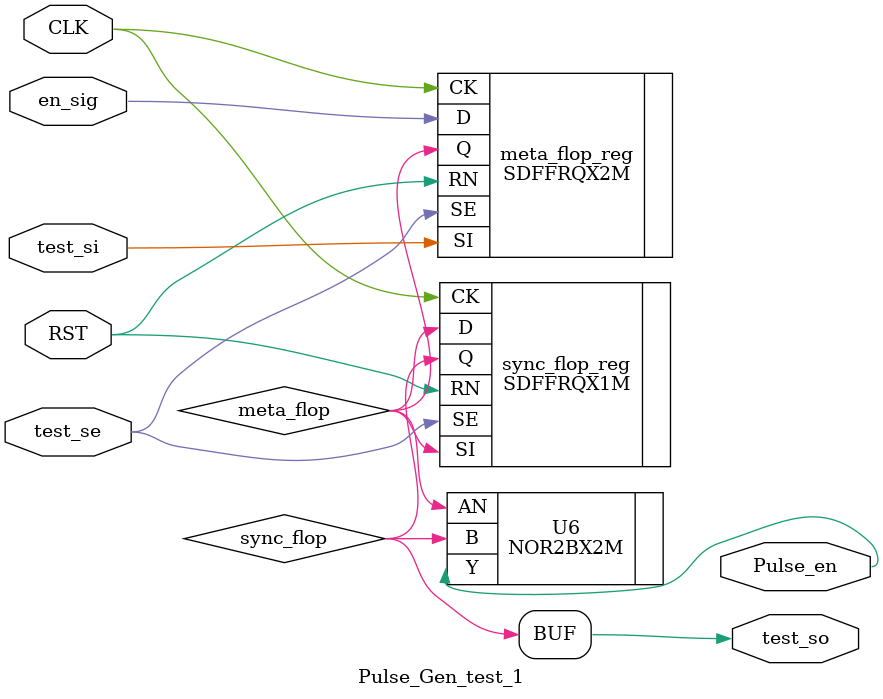
<source format=v>
module SYSTEM (
	REF_CLK, 
	RST, 
	UART_CLK, 
	UART_RX_IN, 
	scan_clk, 
	scan_reset, 
	test_mode, 
	SE, 
	SI, 
	SO, 
	UART_TX_OUT);
   input REF_CLK;
   input RST;
   input UART_CLK;
   input UART_RX_IN;
   input scan_clk;
   input scan_reset;
   input test_mode;
   input SE;
   input [3:0] SI;
   output [3:0] SO;
   output UART_TX_OUT;

   // Internal wires
   wire REF_CLK__L2_N0;
   wire REF_CLK__L1_N0;
   wire UART_CLK__L2_N0;
   wire UART_CLK__L1_N0;
   wire scan_clk__L5_N0;
   wire scan_clk__L4_N0;
   wire scan_clk__L3_N0;
   wire scan_clk__L2_N1;
   wire scan_clk__L2_N0;
   wire scan_clk__L1_N0;
   wire REF_CLK_M__L2_N1;
   wire REF_CLK_M__L2_N0;
   wire REF_CLK_M__L1_N0;
   wire UART_CLK_M__L7_N1;
   wire UART_CLK_M__L7_N0;
   wire UART_CLK_M__L6_N2;
   wire UART_CLK_M__L6_N1;
   wire UART_CLK_M__L6_N0;
   wire UART_CLK_M__L5_N1;
   wire UART_CLK_M__L5_N0;
   wire UART_CLK_M__L4_N1;
   wire UART_CLK_M__L4_N0;
   wire UART_CLK_M__L3_N1;
   wire UART_CLK_M__L3_N0;
   wire UART_CLK_M__L2_N3;
   wire UART_CLK_M__L2_N2;
   wire UART_CLK_M__L2_N1;
   wire UART_CLK_M__L2_N0;
   wire UART_CLK_M__L1_N1;
   wire UART_CLK_M__L1_N0;
   wire UART_TX_CLK_M__L1_N0;
   wire UART_RX_CLK_M__L1_N0;
   wire FE_OFN4_SE;
   wire FE_OFN3_SYNC_UART_RST_M;
   wire FE_OFN0_SYNC_REF_RST_M;
   wire REF_CLK_M;
   wire UART_CLK_M;
   wire RST_M;
   wire SYNC_REF_RST;
   wire SYNC_REF_RST_M;
   wire SYNC_UART_RST;
   wire SYNC_UART_RST_M;
   wire UART_RX_Vld_OUT;
   wire UART_RX_Vld_SYNC;
   wire UART_TX_CLK;
   wire UART_TX_CLK_M;
   wire UART_RX_CLK;
   wire UART_RX_CLK_M;
   wire _1_net_;
   wire ALU_CLK;
   wire RF_WrEn;
   wire RF_RdEn;
   wire RF_RdData_VLD;
   wire ALU_EN;
   wire ALU_OUT_VLD;
   wire UART_TX_Busy;
   wire F_EMPTY;
   wire WR_INC;
   wire RD_INC;
   wire FIFO_FULL;
   wire n2;
   wire n9;
   wire n10;
   wire n11;
   wire n15;
   wire n16;
   wire n17;
   wire n20;
   wire n22;
   wire n23;
   wire n24;
   wire n25;
   wire n26;
   wire n27;
   wire n28;
   wire n29;
   wire n30;
   wire n31;
   wire n32;
   wire [7:0] UART_RX_OUT;
   wire [7:0] UART_RX_SYNC;
   wire [7:0] DIV_RATIO;
   wire [3:0] Addr;
   wire [7:0] Wr_D;
   wire [7:0] RF_RdData;
   wire [7:0] Op_A;
   wire [7:0] Op_B;
   wire [7:0] UART_Config;
   wire [3:0] ALU_FUN;
   wire [15:0] ALU_OUT;
   wire [7:0] RD_DATA;
   wire [7:0] WR_DATA;

   assign SO[2] = DIV_RATIO[2] ;
   assign _1_net_ = test_mode ;

   CLKINVX40M REF_CLK__L2_I0 (.Y(REF_CLK__L2_N0), 
	.A(REF_CLK__L1_N0));
   CLKINVX40M REF_CLK__L1_I0 (.Y(REF_CLK__L1_N0), 
	.A(REF_CLK));
   CLKINVX40M UART_CLK__L2_I0 (.Y(UART_CLK__L2_N0), 
	.A(UART_CLK__L1_N0));
   CLKINVX40M UART_CLK__L1_I0 (.Y(UART_CLK__L1_N0), 
	.A(UART_CLK));
   CLKINVX32M scan_clk__L5_I0 (.Y(scan_clk__L5_N0), 
	.A(scan_clk__L4_N0));
   CLKBUFX1M scan_clk__L4_I0 (.Y(scan_clk__L4_N0), 
	.A(scan_clk__L3_N0));
   CLKBUFX1M scan_clk__L3_I0 (.Y(scan_clk__L3_N0), 
	.A(scan_clk__L2_N1));
   BUFX3M scan_clk__L2_I1 (.Y(scan_clk__L2_N1), 
	.A(scan_clk__L1_N0));
   CLKINVX40M scan_clk__L2_I0 (.Y(scan_clk__L2_N0), 
	.A(scan_clk__L1_N0));
   CLKINVX40M scan_clk__L1_I0 (.Y(scan_clk__L1_N0), 
	.A(scan_clk));
   CLKINVX40M REF_CLK_M__L2_I1 (.Y(REF_CLK_M__L2_N1), 
	.A(REF_CLK_M__L1_N0));
   CLKINVX40M REF_CLK_M__L2_I0 (.Y(REF_CLK_M__L2_N0), 
	.A(REF_CLK_M__L1_N0));
   INVX20M REF_CLK_M__L1_I0 (.Y(REF_CLK_M__L1_N0), 
	.A(REF_CLK_M));
   INVX4M UART_CLK_M__L7_I1 (.Y(UART_CLK_M__L7_N1), 
	.A(UART_CLK_M__L6_N0));
   INVX4M UART_CLK_M__L7_I0 (.Y(UART_CLK_M__L7_N0), 
	.A(UART_CLK_M__L6_N0));
   INVX4M UART_CLK_M__L6_I2 (.Y(UART_CLK_M__L6_N2), 
	.A(UART_CLK_M__L5_N1));
   INVX4M UART_CLK_M__L6_I1 (.Y(UART_CLK_M__L6_N1), 
	.A(UART_CLK_M__L5_N1));
   CLKINVX32M UART_CLK_M__L6_I0 (.Y(UART_CLK_M__L6_N0), 
	.A(UART_CLK_M__L5_N0));
   CLKINVX32M UART_CLK_M__L5_I1 (.Y(UART_CLK_M__L5_N1), 
	.A(UART_CLK_M__L4_N1));
   CLKINVX40M UART_CLK_M__L5_I0 (.Y(UART_CLK_M__L5_N0), 
	.A(UART_CLK_M__L4_N0));
   CLKBUFX40M UART_CLK_M__L4_I1 (.Y(UART_CLK_M__L4_N1), 
	.A(UART_CLK_M__L3_N1));
   CLKBUFX40M UART_CLK_M__L4_I0 (.Y(UART_CLK_M__L4_N0), 
	.A(UART_CLK_M__L3_N0));
   CLKBUFX1M UART_CLK_M__L3_I1 (.Y(UART_CLK_M__L3_N1), 
	.A(UART_CLK_M__L2_N3));
   CLKBUFX40M UART_CLK_M__L3_I0 (.Y(UART_CLK_M__L3_N0), 
	.A(UART_CLK_M__L2_N2));
   CLKBUFX1M UART_CLK_M__L2_I3 (.Y(UART_CLK_M__L2_N3), 
	.A(UART_CLK_M__L1_N1));
   CLKBUFX40M UART_CLK_M__L2_I2 (.Y(UART_CLK_M__L2_N2), 
	.A(UART_CLK_M__L1_N0));
   INVX4M UART_CLK_M__L2_I1 (.Y(UART_CLK_M__L2_N1), 
	.A(UART_CLK_M__L1_N0));
   INVX4M UART_CLK_M__L2_I0 (.Y(UART_CLK_M__L2_N0), 
	.A(UART_CLK_M__L1_N0));
   CLKBUFX1M UART_CLK_M__L1_I1 (.Y(UART_CLK_M__L1_N1), 
	.A(UART_CLK_M));
   CLKINVX32M UART_CLK_M__L1_I0 (.Y(UART_CLK_M__L1_N0), 
	.A(UART_CLK_M));
   CLKBUFX40M UART_TX_CLK_M__L1_I0 (.Y(UART_TX_CLK_M__L1_N0), 
	.A(UART_TX_CLK_M));
   BUFX32M UART_RX_CLK_M__L1_I0 (.Y(UART_RX_CLK_M__L1_N0), 
	.A(UART_RX_CLK_M));
   BUFX4M FE_OFC4_SE (.Y(FE_OFN4_SE), 
	.A(SE));
   CLKBUFX8M FE_OFC3_SYNC_UART_RST_M (.Y(FE_OFN3_SYNC_UART_RST_M), 
	.A(SYNC_UART_RST_M));
   CLKBUFX8M FE_OFC0_SYNC_REF_RST_M (.Y(FE_OFN0_SYNC_REF_RST_M), 
	.A(SYNC_REF_RST_M));
   BUFX2M U6 (.Y(n2), 
	.A(_1_net_));
   INVXLM U12 (.Y(n22), 
	.A(n26));
   DLY1X4M U13 (.Y(n23), 
	.A(n30));
   INVXLM U14 (.Y(n24), 
	.A(n32));
   INVX2M U15 (.Y(n25), 
	.A(n24));
   INVXLM U16 (.Y(n26), 
	.A(FE_OFN4_SE));
   CLKINVX2M U17 (.Y(n27), 
	.A(n26));
   INVXLM U18 (.Y(n28), 
	.A(n22));
   CLKINVX2M U19 (.Y(n29), 
	.A(n28));
   INVXLM U20 (.Y(n30), 
	.A(n28));
   INVXLM U21 (.Y(n31), 
	.A(n28));
   CLKINVX2M U22 (.Y(n32), 
	.A(n28));
   mux2X1_1 U_reference_clock_multiplexer (.IN_0(REF_CLK__L2_N0), 
	.IN_1(scan_clk__L5_N0), 
	.SEL(n2), 
	.OUT(REF_CLK_M));
   mux2X1_4 U_UART_clock_multiplexer (.IN_0(UART_CLK__L2_N0), 
	.IN_1(scan_clk__L2_N0), 
	.SEL(n2), 
	.OUT(UART_CLK_M));
   mux2X1_0 U_reset_multiplexer (.IN_0(RST), 
	.IN_1(scan_reset), 
	.SEL(n2), 
	.OUT(RST_M));
   RST_SYNC_test_0 RST_SYNC_1 (.RST(RST_M), 
	.CLK(REF_CLK_M__L2_N0), 
	.SYNC_RST(SYNC_REF_RST), 
	.test_si(n16), 
	.test_se(n30));
   mux2X1_6 U_reference_reset_multiplexer (.IN_0(SYNC_REF_RST), 
	.IN_1(scan_reset), 
	.SEL(n2), 
	.OUT(SYNC_REF_RST_M));
   RST_SYNC_test_1 RST_SYNC_2 (.RST(RST_M), 
	.CLK(UART_CLK_M__L6_N2), 
	.SYNC_RST(SYNC_UART_RST), 
	.test_si(SYNC_REF_RST), 
	.test_se(n31));
   mux2X1_5 U_UART_reset_multiplexer (.IN_0(SYNC_UART_RST), 
	.IN_1(scan_reset), 
	.SEL(n2), 
	.OUT(SYNC_UART_RST_M));
   DATA_SYNC_test_1 U0_ref_sync (.CLK(REF_CLK_M__L2_N0), 
	.RST(FE_OFN0_SYNC_REF_RST_M), 
	.unsync_bus({ UART_RX_OUT[7],
		UART_RX_OUT[6],
		UART_RX_OUT[5],
		UART_RX_OUT[4],
		UART_RX_OUT[3],
		UART_RX_OUT[2],
		UART_RX_OUT[1],
		UART_RX_OUT[0] }), 
	.bus_enable(UART_RX_Vld_OUT), 
	.sync_bus({ UART_RX_SYNC[7],
		UART_RX_SYNC[6],
		UART_RX_SYNC[5],
		UART_RX_SYNC[4],
		UART_RX_SYNC[3],
		UART_RX_SYNC[2],
		UART_RX_SYNC[1],
		UART_RX_SYNC[0] }), 
	.enable_pulse_d(UART_RX_Vld_SYNC), 
	.test_si(n10), 
	.test_so(n9), 
	.test_se(n29));
   ClkDiv_test_0 U0_ClkDiv (.i_ref_clk(UART_CLK_M__L2_N1), 
	.i_rst(FE_OFN3_SYNC_UART_RST_M), 
	.i_clk_en(1'b1), 
	.i_div_ratio({ DIV_RATIO[7],
		DIV_RATIO[6],
		DIV_RATIO[5],
		DIV_RATIO[4],
		DIV_RATIO[3],
		DIV_RATIO[2],
		DIV_RATIO[1],
		DIV_RATIO[0] }), 
	.o_div_clk(UART_TX_CLK), 
	.test_si(ALU_OUT_VLD), 
	.test_so(n15), 
	.test_se(n32), 
	.UART_CLK_M__L6_N1(UART_CLK_M__L6_N1), 
	.UART_CLK_M__L7_N1(UART_CLK_M__L7_N1));
   mux2X1_3 U_TX_CLK_multiplexer (.IN_0(UART_TX_CLK), 
	.IN_1(scan_clk__L5_N0), 
	.SEL(n2), 
	.OUT(UART_TX_CLK_M));
   ClkDiv_test_1 U1_ClkDiv (.i_ref_clk(UART_CLK_M__L2_N0), 
	.i_rst(FE_OFN3_SYNC_UART_RST_M), 
	.i_clk_en(1'b1), 
	.i_div_ratio({ 1'b0,
		1'b0,
		1'b0,
		1'b0,
		1'b0,
		1'b1,
		1'b0,
		1'b0 }), 
	.o_div_clk(UART_RX_CLK), 
	.test_si(n9), 
	.test_so(SO[0]), 
	.test_se(n27), 
	.UART_CLK_M__L6_N2(UART_CLK_M__L6_N2), 
	.UART_CLK_M__L7_N0(UART_CLK_M__L7_N0));
   mux2X1_2 U_RX_CLK_multiplexer (.IN_0(UART_RX_CLK), 
	.IN_1(scan_clk__L5_N0), 
	.SEL(n2), 
	.OUT(UART_RX_CLK_M));
   CLK_GATE U0_CLK_GATE (.CLK_EN(n2), 
	.CLK(REF_CLK_M__L2_N1), 
	.GATED_CLK(ALU_CLK));
   REG_FILE_test_1 U0_RegFile (.WrData({ Wr_D[7],
		Wr_D[6],
		Wr_D[5],
		Wr_D[4],
		Wr_D[3],
		Wr_D[2],
		Wr_D[1],
		Wr_D[0] }), 
	.Address({ Addr[3],
		Addr[2],
		Addr[1],
		Addr[0] }), 
	.WrEn(RF_WrEn), 
	.RdEn(RF_RdEn), 
	.CLK(REF_CLK_M__L2_N0), 
	.RST(FE_OFN0_SYNC_REF_RST_M), 
	.RdData({ RF_RdData[7],
		RF_RdData[6],
		RF_RdData[5],
		RF_RdData[4],
		RF_RdData[3],
		RF_RdData[2],
		RF_RdData[1],
		RF_RdData[0] }), 
	.RdData_VLD(RF_RdData_VLD), 
	.REG0({ Op_A[7],
		Op_A[6],
		Op_A[5],
		Op_A[4],
		Op_A[3],
		Op_A[2],
		Op_A[1],
		Op_A[0] }), 
	.REG1({ Op_B[7],
		Op_B[6],
		Op_B[5],
		Op_B[4],
		Op_B[3],
		Op_B[2],
		Op_B[1],
		Op_B[0] }), 
	.REG2({ UART_Config[7],
		UART_Config[6],
		UART_Config[5],
		UART_Config[4],
		UART_Config[3],
		UART_Config[2],
		UART_Config[1],
		UART_Config[0] }), 
	.REG3({ DIV_RATIO[7],
		DIV_RATIO[6],
		DIV_RATIO[5],
		DIV_RATIO[4],
		DIV_RATIO[3],
		DIV_RATIO[2],
		DIV_RATIO[1],
		DIV_RATIO[0] }), 
	.test_si3(SI[0]), 
	.test_si2(SI[1]), 
	.test_si1(n15), 
	.test_so2(n11), 
	.test_so1(SO[1]), 
	.test_se(FE_OFN4_SE));
   ALU_test_1 U0_ALU (.A({ Op_A[7],
		Op_A[6],
		Op_A[5],
		Op_A[4],
		Op_A[3],
		Op_A[2],
		Op_A[1],
		Op_A[0] }), 
	.B({ Op_B[7],
		Op_B[6],
		Op_B[5],
		Op_B[4],
		Op_B[3],
		Op_B[2],
		Op_B[1],
		Op_B[0] }), 
	.ALU_FUN({ ALU_FUN[3],
		ALU_FUN[2],
		ALU_FUN[1],
		ALU_FUN[0] }), 
	.EN(ALU_EN), 
	.CLK(ALU_CLK), 
	.RST(FE_OFN0_SYNC_REF_RST_M), 
	.ALU_OUT({ ALU_OUT[15],
		ALU_OUT[14],
		ALU_OUT[13],
		ALU_OUT[12],
		ALU_OUT[11],
		ALU_OUT[10],
		ALU_OUT[9],
		ALU_OUT[8],
		ALU_OUT[7],
		ALU_OUT[6],
		ALU_OUT[5],
		ALU_OUT[4],
		ALU_OUT[3],
		ALU_OUT[2],
		ALU_OUT[1],
		ALU_OUT[0] }), 
	.OUT_VALID(ALU_OUT_VLD), 
	.test_si(SYNC_UART_RST), 
	.test_se(n25));
   UART_test_1 U0_UART (.RST(SYNC_UART_RST_M), 
	.TX_CLK(UART_TX_CLK_M__L1_N0), 
	.RX_CLK(UART_RX_CLK_M__L1_N0), 
	.RX_IN_S(UART_RX_IN), 
	.RX_OUT_P({ UART_RX_OUT[7],
		UART_RX_OUT[6],
		UART_RX_OUT[5],
		UART_RX_OUT[4],
		UART_RX_OUT[3],
		UART_RX_OUT[2],
		UART_RX_OUT[1],
		UART_RX_OUT[0] }), 
	.RX_OUT_V(UART_RX_Vld_OUT), 
	.TX_IN_P({ RD_DATA[7],
		RD_DATA[6],
		RD_DATA[5],
		RD_DATA[4],
		RD_DATA[3],
		RD_DATA[2],
		RD_DATA[1],
		RD_DATA[0] }), 
	.TX_IN_V(F_EMPTY), 
	.TX_OUT_S(UART_TX_OUT), 
	.TX_OUT_V(UART_TX_Busy), 
	.Prescale({ UART_Config[7],
		UART_Config[6],
		UART_Config[5],
		UART_Config[4],
		UART_Config[3],
		UART_Config[2] }), 
	.parity_enable(UART_Config[0]), 
	.parity_type(UART_Config[1]), 
	.test_si(n11), 
	.test_so(n10), 
	.test_se(n23), 
	.FE_OFN3_SYNC_UART_RST_M(FE_OFN3_SYNC_UART_RST_M));
   Asynch_FIFO_test_1 F1_fifo (.winc(WR_INC), 
	.wclk(REF_CLK_M__L2_N0), 
	.wrst_n(SYNC_REF_RST_M), 
	.rinc(RD_INC), 
	.rclk(UART_TX_CLK_M__L1_N0), 
	.rrst_n(FE_OFN3_SYNC_UART_RST_M), 
	.wdata({ WR_DATA[7],
		WR_DATA[6],
		WR_DATA[5],
		WR_DATA[4],
		WR_DATA[3],
		WR_DATA[2],
		WR_DATA[1],
		WR_DATA[0] }), 
	.rdata({ RD_DATA[7],
		RD_DATA[6],
		RD_DATA[5],
		RD_DATA[4],
		RD_DATA[3],
		RD_DATA[2],
		RD_DATA[1],
		RD_DATA[0] }), 
	.wfull(FIFO_FULL), 
	.rempty(F_EMPTY), 
	.test_si2(SI[2]), 
	.test_si1(n20), 
	.test_so2(n17), 
	.test_so1(SO[3]), 
	.test_se(FE_OFN4_SE), 
	.FE_OFN0_SYNC_REF_RST_M(FE_OFN0_SYNC_REF_RST_M));
   SYS_CTRL_test_1 C0_CTRL (.RX_P_DATA({ UART_RX_SYNC[7],
		UART_RX_SYNC[6],
		UART_RX_SYNC[5],
		UART_RX_SYNC[4],
		UART_RX_SYNC[3],
		UART_RX_SYNC[2],
		UART_RX_SYNC[1],
		UART_RX_SYNC[0] }), 
	.RX_D_VLD(UART_RX_Vld_SYNC), 
	.FIFO_FULL(FIFO_FULL), 
	.ALU_OUT({ ALU_OUT[15],
		ALU_OUT[14],
		ALU_OUT[13],
		ALU_OUT[12],
		ALU_OUT[11],
		ALU_OUT[10],
		ALU_OUT[9],
		ALU_OUT[8],
		ALU_OUT[7],
		ALU_OUT[6],
		ALU_OUT[5],
		ALU_OUT[4],
		ALU_OUT[3],
		ALU_OUT[2],
		ALU_OUT[1],
		ALU_OUT[0] }), 
	.OUT_Valid(ALU_OUT_VLD), 
	.Rd_D_Vld(RF_RdData_VLD), 
	.Rd_D({ RF_RdData[7],
		RF_RdData[6],
		RF_RdData[5],
		RF_RdData[4],
		RF_RdData[3],
		RF_RdData[2],
		RF_RdData[1],
		RF_RdData[0] }), 
	.CLK(REF_CLK_M__L2_N0), 
	.RST(FE_OFN0_SYNC_REF_RST_M), 
	.WR_DATA({ WR_DATA[7],
		WR_DATA[6],
		WR_DATA[5],
		WR_DATA[4],
		WR_DATA[3],
		WR_DATA[2],
		WR_DATA[1],
		WR_DATA[0] }), 
	.WR_INC(WR_INC), 
	.ALU_EN(ALU_EN), 
	.ALU_FUN({ ALU_FUN[3],
		ALU_FUN[2],
		ALU_FUN[1],
		ALU_FUN[0] }), 
	.Wr_D({ Wr_D[7],
		Wr_D[6],
		Wr_D[5],
		Wr_D[4],
		Wr_D[3],
		Wr_D[2],
		Wr_D[1],
		Wr_D[0] }), 
	.Addr({ Addr[3],
		Addr[2],
		Addr[1],
		Addr[0] }), 
	.RdEn(RF_RdEn), 
	.WrEn(RF_WrEn), 
	.test_si(SI[3]), 
	.test_so(n20), 
	.test_se(n27));
   Pulse_Gen_test_1 PUL_GEN_1 (.CLK(UART_TX_CLK_M__L1_N0), 
	.RST(FE_OFN3_SYNC_UART_RST_M), 
	.en_sig(UART_TX_Busy), 
	.Pulse_en(RD_INC), 
	.test_si(n17), 
	.test_so(n16), 
	.test_se(n27));
endmodule

/////////////////////////////////////////////////////////////
// Created by: Synopsys DC Expert(TM) in wire load mode
// Version   : K-2015.06
// Date      : Sat Sep 23 17:42:53 2023
/////////////////////////////////////////////////////////////
module mux2X1_1 (
	IN_0, 
	IN_1, 
	SEL, 
	OUT);
   input IN_0;
   input IN_1;
   input SEL;
   output OUT;

   // Internal wires
   wire N0;

   assign N0 = SEL ;

   MX2X6M U1 (.Y(OUT), 
	.S0(N0), 
	.B(IN_1), 
	.A(IN_0));
endmodule

module mux2X1_4 (
	IN_0, 
	IN_1, 
	SEL, 
	OUT);
   input IN_0;
   input IN_1;
   input SEL;
   output OUT;

   // Internal wires
   wire N0;

   assign N0 = SEL ;

   MX2X2M U1 (.Y(OUT), 
	.S0(N0), 
	.B(IN_1), 
	.A(IN_0));
endmodule

module mux2X1_0 (
	IN_0, 
	IN_1, 
	SEL, 
	OUT);
   input IN_0;
   input IN_1;
   input SEL;
   output OUT;

   // Internal wires
   wire FE_PHN6_RST;
   wire FE_PHN5_RST;
   wire FE_PHN3_scan_reset;
   wire FE_PHN0_scan_reset;
   wire N0;

   assign N0 = SEL ;

   DLY4X1M FE_PHC6_RST (.Y(FE_PHN6_RST), 
	.A(FE_PHN5_RST));
   DLY4X1M FE_PHC5_RST (.Y(FE_PHN5_RST), 
	.A(IN_0));
   DLY4X1M FE_PHC3_scan_reset (.Y(FE_PHN3_scan_reset), 
	.A(FE_PHN0_scan_reset));
   DLY4X1M FE_PHC0_scan_reset (.Y(FE_PHN0_scan_reset), 
	.A(IN_1));
   MX2X2M U1 (.Y(OUT), 
	.S0(N0), 
	.B(FE_PHN3_scan_reset), 
	.A(FE_PHN6_RST));
endmodule

module RST_SYNC_test_0 (
	RST, 
	CLK, 
	SYNC_RST, 
	test_si, 
	test_se);
   input RST;
   input CLK;
   output SYNC_RST;
   input test_si;
   input test_se;

   // Internal wires
   wire HTIE_LTIEHI_NET;
   wire \sync_reg[0] ;

   TIEHIM HTIE_LTIEHI (.Y(HTIE_LTIEHI_NET));
   SDFFRQX2M \sync_reg_reg[0]  (.SI(test_si), 
	.SE(test_se), 
	.RN(RST), 
	.Q(\sync_reg[0] ), 
	.D(HTIE_LTIEHI_NET), 
	.CK(CLK));
   SDFFRQX1M \sync_reg_reg[1]  (.SI(\sync_reg[0] ), 
	.SE(test_se), 
	.RN(RST), 
	.Q(SYNC_RST), 
	.D(\sync_reg[0] ), 
	.CK(CLK));
endmodule

module mux2X1_6 (
	IN_0, 
	IN_1, 
	SEL, 
	OUT);
   input IN_0;
   input IN_1;
   input SEL;
   output OUT;

   // Internal wires
   wire FE_PHN4_scan_reset;
   wire FE_PHN2_scan_reset;
   wire N0;

   assign N0 = SEL ;

   DLY4X1M FE_PHC4_scan_reset (.Y(FE_PHN4_scan_reset), 
	.A(FE_PHN2_scan_reset));
   DLY4X1M FE_PHC2_scan_reset (.Y(FE_PHN2_scan_reset), 
	.A(IN_1));
   MX2X8M U1 (.Y(OUT), 
	.S0(N0), 
	.B(FE_PHN4_scan_reset), 
	.A(IN_0));
endmodule

module RST_SYNC_test_1 (
	RST, 
	CLK, 
	SYNC_RST, 
	test_si, 
	test_se);
   input RST;
   input CLK;
   output SYNC_RST;
   input test_si;
   input test_se;

   // Internal wires
   wire HTIE_LTIEHI_NET;
   wire \sync_reg[0] ;

   TIEHIM HTIE_LTIEHI (.Y(HTIE_LTIEHI_NET));
   SDFFRQX2M \sync_reg_reg[0]  (.SI(test_si), 
	.SE(test_se), 
	.RN(RST), 
	.Q(\sync_reg[0] ), 
	.D(HTIE_LTIEHI_NET), 
	.CK(CLK));
   SDFFRQX1M \sync_reg_reg[1]  (.SI(\sync_reg[0] ), 
	.SE(test_se), 
	.RN(RST), 
	.Q(SYNC_RST), 
	.D(\sync_reg[0] ), 
	.CK(CLK));
endmodule

module mux2X1_5 (
	IN_0, 
	IN_1, 
	SEL, 
	OUT);
   input IN_0;
   input IN_1;
   input SEL;
   output OUT;

   // Internal wires
   wire FE_PHN1_scan_reset;
   wire N0;

   assign N0 = SEL ;

   DLY4X1M FE_PHC1_scan_reset (.Y(FE_PHN1_scan_reset), 
	.A(IN_1));
   MX2X2M U1 (.Y(OUT), 
	.S0(N0), 
	.B(FE_PHN1_scan_reset), 
	.A(IN_0));
endmodule

module DATA_SYNC_test_1 (
	CLK, 
	RST, 
	unsync_bus, 
	bus_enable, 
	sync_bus, 
	enable_pulse_d, 
	test_si, 
	test_so, 
	test_se);
   input CLK;
   input RST;
   input [7:0] unsync_bus;
   input bus_enable;
   output [7:0] sync_bus;
   output enable_pulse_d;
   input test_si;
   output test_so;
   input test_se;

   // Internal wires
   wire enable_flop;
   wire n1;
   wire n4;
   wire n6;
   wire n8;
   wire n10;
   wire n12;
   wire n14;
   wire n16;
   wire n18;
   wire n23;
   wire [1:0] sync_reg;

   assign test_so = sync_reg[1] ;

   SDFFRQX2M enable_flop_reg (.SI(test_si), 
	.SE(test_se), 
	.RN(RST), 
	.Q(enable_flop), 
	.D(sync_reg[1]), 
	.CK(CLK));
   SDFFRQX2M \sync_bus_reg[7]  (.SI(sync_bus[6]), 
	.SE(test_se), 
	.RN(RST), 
	.Q(sync_bus[7]), 
	.D(n18), 
	.CK(CLK));
   SDFFRQX2M \sync_bus_reg[5]  (.SI(sync_bus[4]), 
	.SE(test_se), 
	.RN(RST), 
	.Q(sync_bus[5]), 
	.D(n14), 
	.CK(CLK));
   SDFFRQX2M \sync_bus_reg[6]  (.SI(sync_bus[5]), 
	.SE(test_se), 
	.RN(RST), 
	.Q(sync_bus[6]), 
	.D(n16), 
	.CK(CLK));
   SDFFRQX2M \sync_bus_reg[4]  (.SI(sync_bus[3]), 
	.SE(test_se), 
	.RN(RST), 
	.Q(sync_bus[4]), 
	.D(n12), 
	.CK(CLK));
   SDFFRQX2M \sync_bus_reg[3]  (.SI(sync_bus[2]), 
	.SE(test_se), 
	.RN(RST), 
	.Q(sync_bus[3]), 
	.D(n10), 
	.CK(CLK));
   SDFFRQX2M \sync_bus_reg[1]  (.SI(sync_bus[0]), 
	.SE(test_se), 
	.RN(RST), 
	.Q(sync_bus[1]), 
	.D(n6), 
	.CK(CLK));
   SDFFRQX2M enable_pulse_d_reg (.SI(enable_flop), 
	.SE(test_se), 
	.RN(RST), 
	.Q(enable_pulse_d), 
	.D(n23), 
	.CK(CLK));
   SDFFRQX2M \sync_bus_reg[2]  (.SI(sync_bus[1]), 
	.SE(test_se), 
	.RN(RST), 
	.Q(sync_bus[2]), 
	.D(n8), 
	.CK(CLK));
   SDFFRQX2M \sync_bus_reg[0]  (.SI(enable_pulse_d), 
	.SE(test_se), 
	.RN(RST), 
	.Q(sync_bus[0]), 
	.D(n4), 
	.CK(CLK));
   SDFFRQX2M \sync_reg_reg[0]  (.SI(sync_bus[7]), 
	.SE(test_se), 
	.RN(RST), 
	.Q(sync_reg[0]), 
	.D(bus_enable), 
	.CK(CLK));
   SDFFRQX1M \sync_reg_reg[1]  (.SI(sync_reg[0]), 
	.SE(test_se), 
	.RN(RST), 
	.Q(sync_reg[1]), 
	.D(sync_reg[0]), 
	.CK(CLK));
   INVX2M U4 (.Y(n23), 
	.A(n1));
   NAND2BX2M U5 (.Y(n1), 
	.B(sync_reg[1]), 
	.AN(enable_flop));
   AO22X1M U6 (.Y(n4), 
	.B1(n1), 
	.B0(sync_bus[0]), 
	.A1(n23), 
	.A0(unsync_bus[0]));
   AO22X1M U7 (.Y(n6), 
	.B1(n1), 
	.B0(sync_bus[1]), 
	.A1(n23), 
	.A0(unsync_bus[1]));
   AO22X1M U8 (.Y(n8), 
	.B1(n1), 
	.B0(sync_bus[2]), 
	.A1(n23), 
	.A0(unsync_bus[2]));
   AO22X1M U9 (.Y(n10), 
	.B1(n1), 
	.B0(sync_bus[3]), 
	.A1(n23), 
	.A0(unsync_bus[3]));
   AO22X1M U10 (.Y(n12), 
	.B1(n1), 
	.B0(sync_bus[4]), 
	.A1(n23), 
	.A0(unsync_bus[4]));
   AO22X1M U11 (.Y(n14), 
	.B1(n1), 
	.B0(sync_bus[5]), 
	.A1(n23), 
	.A0(unsync_bus[5]));
   AO22X1M U12 (.Y(n16), 
	.B1(n1), 
	.B0(sync_bus[6]), 
	.A1(n23), 
	.A0(unsync_bus[6]));
   AO22X1M U25 (.Y(n18), 
	.B1(n1), 
	.B0(sync_bus[7]), 
	.A1(n23), 
	.A0(unsync_bus[7]));
endmodule

module ClkDiv_0_DW01_inc_0 (
	A, 
	SUM);
   input [6:0] A;
   output [6:0] SUM;

   // Internal wires
   wire [6:2] carry;

   ADDHX1M U1_1_5 (.S(SUM[5]), 
	.CO(carry[6]), 
	.B(carry[5]), 
	.A(A[5]));
   ADDHX1M U1_1_4 (.S(SUM[4]), 
	.CO(carry[5]), 
	.B(carry[4]), 
	.A(A[4]));
   ADDHX1M U1_1_3 (.S(SUM[3]), 
	.CO(carry[4]), 
	.B(carry[3]), 
	.A(A[3]));
   ADDHX1M U1_1_2 (.S(SUM[2]), 
	.CO(carry[3]), 
	.B(carry[2]), 
	.A(A[2]));
   ADDHX1M U1_1_1 (.S(SUM[1]), 
	.CO(carry[2]), 
	.B(A[0]), 
	.A(A[1]));
   CLKXOR2X2M U1 (.Y(SUM[6]), 
	.B(A[6]), 
	.A(carry[6]));
   CLKINVX1M U2 (.Y(SUM[0]), 
	.A(A[0]));
endmodule

module ClkDiv_test_0 (
	i_ref_clk, 
	i_rst, 
	i_clk_en, 
	i_div_ratio, 
	o_div_clk, 
	test_si, 
	test_so, 
	test_se, 
	UART_CLK_M__L6_N1, 
	UART_CLK_M__L7_N1);
   input i_ref_clk;
   input i_rst;
   input i_clk_en;
   input [7:0] i_div_ratio;
   output o_div_clk;
   input test_si;
   output test_so;
   input test_se;
   input UART_CLK_M__L6_N1;
   input UART_CLK_M__L7_N1;

   // Internal wires
   wire FE_PHN8_div_clk__Exclude_0_NET;
   wire div_clk__Exclude_0_NET;
   wire HTIE_LTIEHI_NET;
   wire N2;
   wire div_clk;
   wire odd_edge_tog;
   wire N16;
   wire N17;
   wire N18;
   wire N19;
   wire N20;
   wire N21;
   wire N22;
   wire n26;
   wire n27;
   wire n28;
   wire n29;
   wire n30;
   wire n31;
   wire n32;
   wire n33;
   wire n34;
   wire n3;
   wire n4;
   wire n5;
   wire n15;
   wire n16;
   wire n17;
   wire n18;
   wire n19;
   wire n20;
   wire n21;
   wire n22;
   wire n23;
   wire n24;
   wire n25;
   wire n35;
   wire n36;
   wire n37;
   wire n38;
   wire n39;
   wire n40;
   wire n41;
   wire n42;
   wire n43;
   wire n44;
   wire n45;
   wire n46;
   wire n47;
   wire n48;
   wire n49;
   wire n50;
   wire n51;
   wire n52;
   wire n53;
   wire [6:0] count;
   wire [6:0] edge_flip_half;

   assign test_so = odd_edge_tog ;

   DLY2X1M FE_PHC8_div_clk__Exclude_0_NET (.Y(FE_PHN8_div_clk__Exclude_0_NET), 
	.A(div_clk__Exclude_0_NET));
   CLKBUFX1M div_clk__Exclude_0 (.Y(div_clk__Exclude_0_NET), 
	.A(div_clk));
   TIEHIM HTIE_LTIEHI (.Y(HTIE_LTIEHI_NET));
   SDFFRQX2M \count_reg[6]  (.SI(count[5]), 
	.SE(test_se), 
	.RN(i_rst), 
	.Q(count[6]), 
	.D(n28), 
	.CK(UART_CLK_M__L6_N1));
   SDFFRQX2M \count_reg[0]  (.SI(test_si), 
	.SE(test_se), 
	.RN(i_rst), 
	.Q(count[0]), 
	.D(n34), 
	.CK(UART_CLK_M__L6_N1));
   SDFFRQX2M \count_reg[5]  (.SI(count[4]), 
	.SE(test_se), 
	.RN(i_rst), 
	.Q(count[5]), 
	.D(n29), 
	.CK(UART_CLK_M__L6_N1));
   SDFFRQX2M \count_reg[4]  (.SI(count[3]), 
	.SE(test_se), 
	.RN(i_rst), 
	.Q(count[4]), 
	.D(n30), 
	.CK(UART_CLK_M__L6_N1));
   SDFFRQX2M \count_reg[3]  (.SI(count[2]), 
	.SE(test_se), 
	.RN(i_rst), 
	.Q(count[3]), 
	.D(n31), 
	.CK(UART_CLK_M__L6_N1));
   SDFFRQX2M \count_reg[2]  (.SI(count[1]), 
	.SE(test_se), 
	.RN(i_rst), 
	.Q(count[2]), 
	.D(n32), 
	.CK(UART_CLK_M__L6_N1));
   SDFFRQX2M \count_reg[1]  (.SI(count[0]), 
	.SE(test_se), 
	.RN(i_rst), 
	.Q(count[1]), 
	.D(n33), 
	.CK(UART_CLK_M__L6_N1));
   SDFFSQX1M odd_edge_tog_reg (.SN(i_rst), 
	.SI(FE_PHN8_div_clk__Exclude_0_NET), 
	.SE(test_se), 
	.Q(odd_edge_tog), 
	.D(n26), 
	.CK(UART_CLK_M__L6_N1));
   SDFFRQX1M div_clk_reg (.SI(count[6]), 
	.SE(test_se), 
	.RN(i_rst), 
	.Q(div_clk), 
	.D(n27), 
	.CK(i_ref_clk));
   OR2X2M U11 (.Y(n3), 
	.B(i_div_ratio[1]), 
	.A(i_div_ratio[2]));
   NAND2BX2M U15 (.Y(n18), 
	.B(HTIE_LTIEHI_NET), 
	.AN(n52));
   INVX2M U16 (.Y(n17), 
	.A(i_div_ratio[5]));
   MX2X2M U17 (.Y(o_div_clk), 
	.S0(N2), 
	.B(div_clk), 
	.A(UART_CLK_M__L7_N1));
   CLKINVX1M U18 (.Y(edge_flip_half[0]), 
	.A(i_div_ratio[1]));
   OAI2BB1X1M U19 (.Y(edge_flip_half[1]), 
	.B0(n3), 
	.A1N(i_div_ratio[2]), 
	.A0N(i_div_ratio[1]));
   OR2X1M U20 (.Y(n4), 
	.B(i_div_ratio[3]), 
	.A(n3));
   OAI2BB1X1M U21 (.Y(edge_flip_half[2]), 
	.B0(n4), 
	.A1N(i_div_ratio[3]), 
	.A0N(n3));
   NOR2X1M U22 (.Y(n5), 
	.B(i_div_ratio[4]), 
	.A(n4));
   AO21XLM U23 (.Y(edge_flip_half[3]), 
	.B0(n5), 
	.A1(i_div_ratio[4]), 
	.A0(n4));
   CLKNAND2X2M U24 (.Y(n15), 
	.B(n17), 
	.A(n5));
   OAI21X1M U25 (.Y(edge_flip_half[4]), 
	.B0(n15), 
	.A1(n17), 
	.A0(n5));
   XNOR2X1M U26 (.Y(edge_flip_half[5]), 
	.B(n15), 
	.A(i_div_ratio[6]));
   NOR2X1M U27 (.Y(n16), 
	.B(n15), 
	.A(i_div_ratio[6]));
   CLKXOR2X2M U28 (.Y(edge_flip_half[6]), 
	.B(n16), 
	.A(i_div_ratio[7]));
   AO22X1M U29 (.Y(n34), 
	.B1(n19), 
	.B0(N16), 
	.A1(count[0]), 
	.A0(n18));
   AO22X1M U30 (.Y(n33), 
	.B1(n19), 
	.B0(N17), 
	.A1(count[1]), 
	.A0(n18));
   AO22X1M U31 (.Y(n32), 
	.B1(n19), 
	.B0(N18), 
	.A1(count[2]), 
	.A0(n18));
   AO22X1M U32 (.Y(n31), 
	.B1(n19), 
	.B0(N19), 
	.A1(count[3]), 
	.A0(n18));
   AO22X1M U33 (.Y(n30), 
	.B1(n19), 
	.B0(N20), 
	.A1(count[4]), 
	.A0(n18));
   AO22X1M U34 (.Y(n29), 
	.B1(n19), 
	.B0(N21), 
	.A1(count[5]), 
	.A0(n18));
   AO22X1M U35 (.Y(n28), 
	.B1(n19), 
	.B0(N22), 
	.A1(count[6]), 
	.A0(n18));
   AND3X1M U36 (.Y(n19), 
	.C(N2), 
	.B(n21), 
	.A(n20));
   CLKXOR2X2M U37 (.Y(n27), 
	.B(n22), 
	.A(div_clk__Exclude_0_NET));
   AOI21X1M U38 (.Y(n22), 
	.B0(n18), 
	.A1(n20), 
	.A0(n21));
   OR2X1M U39 (.Y(n20), 
	.B(i_div_ratio[0]), 
	.A(n23));
   XNOR2X1M U40 (.Y(n26), 
	.B(n24), 
	.A(odd_edge_tog));
   OR2X1M U41 (.Y(n24), 
	.B(n18), 
	.A(n21));
   CLKNAND2X2M U42 (.Y(n21), 
	.B(i_div_ratio[0]), 
	.A(n25));
   MXI2X1M U43 (.Y(n25), 
	.S0(odd_edge_tog), 
	.B(n23), 
	.A(n35));
   NAND4X1M U44 (.Y(n23), 
	.D(n39), 
	.C(n38), 
	.B(n37), 
	.A(n36));
   NOR4X1M U45 (.Y(n39), 
	.D(n43), 
	.C(n42), 
	.B(n41), 
	.A(n40));
   CLKXOR2X2M U46 (.Y(n43), 
	.B(count[2]), 
	.A(edge_flip_half[2]));
   CLKXOR2X2M U47 (.Y(n42), 
	.B(count[1]), 
	.A(edge_flip_half[1]));
   CLKXOR2X2M U48 (.Y(n41), 
	.B(count[0]), 
	.A(edge_flip_half[0]));
   CLKXOR2X2M U49 (.Y(n40), 
	.B(count[6]), 
	.A(edge_flip_half[6]));
   XNOR2X1M U50 (.Y(n38), 
	.B(edge_flip_half[4]), 
	.A(count[4]));
   XNOR2X1M U51 (.Y(n37), 
	.B(edge_flip_half[5]), 
	.A(count[5]));
   XNOR2X1M U52 (.Y(n36), 
	.B(edge_flip_half[3]), 
	.A(count[3]));
   NAND4X1M U53 (.Y(n35), 
	.D(n47), 
	.C(n46), 
	.B(n45), 
	.A(n44));
   NOR4X1M U54 (.Y(n47), 
	.D(n51), 
	.C(n50), 
	.B(n49), 
	.A(n48));
   CLKXOR2X2M U55 (.Y(n51), 
	.B(count[2]), 
	.A(i_div_ratio[3]));
   CLKXOR2X2M U56 (.Y(n50), 
	.B(count[1]), 
	.A(i_div_ratio[2]));
   CLKXOR2X2M U57 (.Y(n49), 
	.B(count[0]), 
	.A(i_div_ratio[1]));
   CLKXOR2X2M U58 (.Y(n48), 
	.B(count[6]), 
	.A(i_div_ratio[7]));
   XNOR2X1M U59 (.Y(n46), 
	.B(i_div_ratio[5]), 
	.A(count[4]));
   XNOR2X1M U60 (.Y(n45), 
	.B(i_div_ratio[6]), 
	.A(count[5]));
   XNOR2X1M U61 (.Y(n44), 
	.B(i_div_ratio[4]), 
	.A(count[3]));
   CLKINVX1M U62 (.Y(N2), 
	.A(n18));
   NOR4BX1M U63 (.Y(n52), 
	.D(i_div_ratio[1]), 
	.C(i_div_ratio[3]), 
	.B(i_div_ratio[2]), 
	.AN(n53));
   NOR4X1M U64 (.Y(n53), 
	.D(i_div_ratio[4]), 
	.C(i_div_ratio[5]), 
	.B(i_div_ratio[6]), 
	.A(i_div_ratio[7]));
   ClkDiv_0_DW01_inc_0 add_49 (.A({ count[6],
		count[5],
		count[4],
		count[3],
		count[2],
		count[1],
		count[0] }), 
	.SUM({ N22,
		N21,
		N20,
		N19,
		N18,
		N17,
		N16 }));
endmodule

module mux2X1_3 (
	IN_0, 
	IN_1, 
	SEL, 
	OUT);
   input IN_0;
   input IN_1;
   input SEL;
   output OUT;

   // Internal wires
   wire N0;

   assign N0 = SEL ;

   MX2X2M U1 (.Y(OUT), 
	.S0(N0), 
	.B(IN_1), 
	.A(IN_0));
endmodule

module ClkDiv_1_DW01_inc_0 (
	A, 
	SUM);
   input [6:0] A;
   output [6:0] SUM;

   // Internal wires
   wire [6:2] carry;

   ADDHX1M U1_1_5 (.S(SUM[5]), 
	.CO(carry[6]), 
	.B(carry[5]), 
	.A(A[5]));
   ADDHX1M U1_1_4 (.S(SUM[4]), 
	.CO(carry[5]), 
	.B(carry[4]), 
	.A(A[4]));
   ADDHX1M U1_1_3 (.S(SUM[3]), 
	.CO(carry[4]), 
	.B(carry[3]), 
	.A(A[3]));
   ADDHX1M U1_1_2 (.S(SUM[2]), 
	.CO(carry[3]), 
	.B(carry[2]), 
	.A(A[2]));
   ADDHX1M U1_1_1 (.S(SUM[1]), 
	.CO(carry[2]), 
	.B(A[0]), 
	.A(A[1]));
   CLKXOR2X2M U1 (.Y(SUM[6]), 
	.B(A[6]), 
	.A(carry[6]));
   CLKINVX1M U2 (.Y(SUM[0]), 
	.A(A[0]));
endmodule

module ClkDiv_test_1 (
	i_ref_clk, 
	i_rst, 
	i_clk_en, 
	i_div_ratio, 
	o_div_clk, 
	test_si, 
	test_so, 
	test_se, 
	UART_CLK_M__L6_N2, 
	UART_CLK_M__L7_N0);
   input i_ref_clk;
   input i_rst;
   input i_clk_en;
   input [7:0] i_div_ratio;
   output o_div_clk;
   input test_si;
   output test_so;
   input test_se;
   input UART_CLK_M__L6_N2;
   input UART_CLK_M__L7_N0;

   // Internal wires
   wire FE_PHN7_div_clk__Exclude_0_NET;
   wire div_clk__Exclude_0_NET;
   wire HTIE_LTIEHI_NET;
   wire LTIE_LTIELO_NET;
   wire N2;
   wire div_clk;
   wire odd_edge_tog;
   wire N16;
   wire N17;
   wire N18;
   wire N19;
   wire N20;
   wire N21;
   wire N22;
   wire n3;
   wire n4;
   wire n5;
   wire n15;
   wire n16;
   wire n17;
   wire n18;
   wire n19;
   wire n20;
   wire n21;
   wire n22;
   wire n23;
   wire n24;
   wire n25;
   wire n35;
   wire n36;
   wire n37;
   wire n38;
   wire n39;
   wire n40;
   wire n41;
   wire n42;
   wire n43;
   wire n44;
   wire n45;
   wire n46;
   wire n47;
   wire n48;
   wire n49;
   wire n50;
   wire n51;
   wire n52;
   wire n53;
   wire n54;
   wire n55;
   wire n56;
   wire n57;
   wire n58;
   wire n59;
   wire n60;
   wire n61;
   wire n62;
   wire n74;
   wire n75;
   wire [6:0] count;
   wire [6:0] edge_flip_half;

   assign test_so = odd_edge_tog ;

   DLY2X1M FE_PHC7_div_clk__Exclude_0_NET (.Y(FE_PHN7_div_clk__Exclude_0_NET), 
	.A(div_clk__Exclude_0_NET));
   CLKBUFX1M div_clk__Exclude_0 (.Y(div_clk__Exclude_0_NET), 
	.A(div_clk));
   TIEHIM HTIE_LTIEHI (.Y(HTIE_LTIEHI_NET));
   TIELOM LTIE_LTIELO (.Y(LTIE_LTIELO_NET));
   SDFFRQX2M \count_reg[5]  (.SI(count[4]), 
	.SE(test_se), 
	.RN(i_rst), 
	.Q(count[5]), 
	.D(n59), 
	.CK(UART_CLK_M__L6_N2));
   SDFFRQX2M \count_reg[4]  (.SI(count[3]), 
	.SE(test_se), 
	.RN(i_rst), 
	.Q(count[4]), 
	.D(n58), 
	.CK(UART_CLK_M__L6_N2));
   SDFFRQX2M \count_reg[3]  (.SI(count[2]), 
	.SE(test_se), 
	.RN(i_rst), 
	.Q(count[3]), 
	.D(n57), 
	.CK(UART_CLK_M__L6_N2));
   SDFFRQX2M \count_reg[6]  (.SI(count[5]), 
	.SE(test_se), 
	.RN(i_rst), 
	.Q(count[6]), 
	.D(n60), 
	.CK(UART_CLK_M__L6_N2));
   SDFFRQX2M \count_reg[0]  (.SI(test_si), 
	.SE(test_se), 
	.RN(i_rst), 
	.Q(count[0]), 
	.D(n54), 
	.CK(UART_CLK_M__L6_N2));
   SDFFRQX2M \count_reg[2]  (.SI(count[1]), 
	.SE(test_se), 
	.RN(i_rst), 
	.Q(count[2]), 
	.D(n56), 
	.CK(UART_CLK_M__L6_N2));
   SDFFRQX2M \count_reg[1]  (.SI(count[0]), 
	.SE(test_se), 
	.RN(i_rst), 
	.Q(count[1]), 
	.D(n55), 
	.CK(UART_CLK_M__L6_N2));
   SDFFRQX1M div_clk_reg (.SI(count[6]), 
	.SE(test_se), 
	.RN(i_rst), 
	.Q(div_clk), 
	.D(n61), 
	.CK(i_ref_clk));
   NAND2BX2M U11 (.Y(n18), 
	.B(HTIE_LTIEHI_NET), 
	.AN(n52));
   INVX2M U15 (.Y(n17), 
	.A(LTIE_LTIELO_NET));
   OR2X2M U16 (.Y(n3), 
	.B(LTIE_LTIELO_NET), 
	.A(HTIE_LTIEHI_NET));
   MX2X2M U17 (.Y(o_div_clk), 
	.S0(N2), 
	.B(div_clk), 
	.A(UART_CLK_M__L7_N0));
   CLKINVX1M U18 (.Y(edge_flip_half[0]), 
	.A(LTIE_LTIELO_NET));
   OAI2BB1X1M U19 (.Y(edge_flip_half[1]), 
	.B0(n3), 
	.A1N(HTIE_LTIEHI_NET), 
	.A0N(LTIE_LTIELO_NET));
   OR2X1M U20 (.Y(n4), 
	.B(LTIE_LTIELO_NET), 
	.A(n3));
   OAI2BB1X1M U21 (.Y(edge_flip_half[2]), 
	.B0(n4), 
	.A1N(LTIE_LTIELO_NET), 
	.A0N(n3));
   NOR2X1M U22 (.Y(n5), 
	.B(LTIE_LTIELO_NET), 
	.A(n4));
   AO21XLM U23 (.Y(edge_flip_half[3]), 
	.B0(n5), 
	.A1(LTIE_LTIELO_NET), 
	.A0(n4));
   CLKNAND2X2M U24 (.Y(n15), 
	.B(n17), 
	.A(n5));
   OAI21X1M U25 (.Y(edge_flip_half[4]), 
	.B0(n15), 
	.A1(n17), 
	.A0(n5));
   XNOR2X1M U26 (.Y(edge_flip_half[5]), 
	.B(n15), 
	.A(LTIE_LTIELO_NET));
   NOR2X1M U27 (.Y(n16), 
	.B(n15), 
	.A(LTIE_LTIELO_NET));
   CLKXOR2X2M U28 (.Y(edge_flip_half[6]), 
	.B(n16), 
	.A(LTIE_LTIELO_NET));
   AO22X1M U29 (.Y(n54), 
	.B1(n19), 
	.B0(N16), 
	.A1(count[0]), 
	.A0(n18));
   AO22X1M U30 (.Y(n55), 
	.B1(n19), 
	.B0(N17), 
	.A1(count[1]), 
	.A0(n18));
   AO22X1M U31 (.Y(n56), 
	.B1(n19), 
	.B0(N18), 
	.A1(count[2]), 
	.A0(n18));
   AO22X1M U32 (.Y(n57), 
	.B1(n19), 
	.B0(N19), 
	.A1(count[3]), 
	.A0(n18));
   AO22X1M U33 (.Y(n58), 
	.B1(n19), 
	.B0(N20), 
	.A1(count[4]), 
	.A0(n18));
   AO22X1M U34 (.Y(n59), 
	.B1(n19), 
	.B0(N21), 
	.A1(count[5]), 
	.A0(n18));
   AO22X1M U35 (.Y(n60), 
	.B1(n19), 
	.B0(N22), 
	.A1(count[6]), 
	.A0(n18));
   AND3X1M U36 (.Y(n19), 
	.C(N2), 
	.B(n21), 
	.A(n20));
   CLKXOR2X2M U37 (.Y(n61), 
	.B(n22), 
	.A(div_clk__Exclude_0_NET));
   AOI21X1M U38 (.Y(n22), 
	.B0(n18), 
	.A1(n20), 
	.A0(n21));
   OR2X1M U39 (.Y(n20), 
	.B(LTIE_LTIELO_NET), 
	.A(n23));
   XNOR2X1M U40 (.Y(n62), 
	.B(n24), 
	.A(n75));
   OR2X1M U41 (.Y(n24), 
	.B(n18), 
	.A(n21));
   CLKNAND2X2M U42 (.Y(n21), 
	.B(LTIE_LTIELO_NET), 
	.A(n25));
   MXI2X1M U43 (.Y(n25), 
	.S0(n75), 
	.B(n23), 
	.A(n35));
   NAND4X1M U44 (.Y(n23), 
	.D(n39), 
	.C(n38), 
	.B(n37), 
	.A(n36));
   NOR4X1M U45 (.Y(n39), 
	.D(n43), 
	.C(n42), 
	.B(n41), 
	.A(n40));
   CLKXOR2X2M U46 (.Y(n43), 
	.B(count[2]), 
	.A(edge_flip_half[2]));
   CLKXOR2X2M U47 (.Y(n42), 
	.B(count[1]), 
	.A(edge_flip_half[1]));
   CLKXOR2X2M U48 (.Y(n41), 
	.B(count[0]), 
	.A(edge_flip_half[0]));
   CLKXOR2X2M U49 (.Y(n40), 
	.B(count[6]), 
	.A(edge_flip_half[6]));
   XNOR2X1M U50 (.Y(n38), 
	.B(edge_flip_half[4]), 
	.A(count[4]));
   XNOR2X1M U51 (.Y(n37), 
	.B(edge_flip_half[5]), 
	.A(count[5]));
   XNOR2X1M U52 (.Y(n36), 
	.B(edge_flip_half[3]), 
	.A(count[3]));
   NAND4X1M U53 (.Y(n35), 
	.D(n47), 
	.C(n46), 
	.B(n45), 
	.A(n44));
   NOR4X1M U54 (.Y(n47), 
	.D(n51), 
	.C(n50), 
	.B(n49), 
	.A(n48));
   CLKXOR2X2M U55 (.Y(n51), 
	.B(count[2]), 
	.A(LTIE_LTIELO_NET));
   CLKXOR2X2M U56 (.Y(n50), 
	.B(count[1]), 
	.A(HTIE_LTIEHI_NET));
   CLKXOR2X2M U57 (.Y(n49), 
	.B(count[0]), 
	.A(LTIE_LTIELO_NET));
   CLKXOR2X2M U58 (.Y(n48), 
	.B(count[6]), 
	.A(LTIE_LTIELO_NET));
   XNOR2X1M U59 (.Y(n46), 
	.B(LTIE_LTIELO_NET), 
	.A(count[4]));
   XNOR2X1M U60 (.Y(n45), 
	.B(LTIE_LTIELO_NET), 
	.A(count[5]));
   XNOR2X1M U61 (.Y(n44), 
	.B(LTIE_LTIELO_NET), 
	.A(count[3]));
   CLKINVX1M U62 (.Y(N2), 
	.A(n18));
   NOR4BX1M U63 (.Y(n52), 
	.D(LTIE_LTIELO_NET), 
	.C(LTIE_LTIELO_NET), 
	.B(HTIE_LTIEHI_NET), 
	.AN(n53));
   NOR4X1M U64 (.Y(n53), 
	.D(LTIE_LTIELO_NET), 
	.C(LTIE_LTIELO_NET), 
	.B(LTIE_LTIELO_NET), 
	.A(LTIE_LTIELO_NET));
   INVXLM U66 (.Y(n75), 
	.A(n74));
   ClkDiv_1_DW01_inc_0 add_49 (.A({ count[6],
		count[5],
		count[4],
		count[3],
		count[2],
		count[1],
		count[0] }), 
	.SUM({ N22,
		N21,
		N20,
		N19,
		N18,
		N17,
		N16 }));
   SDFFSX2M odd_edge_tog_reg (.SN(i_rst), 
	.SI(FE_PHN7_div_clk__Exclude_0_NET), 
	.SE(test_se), 
	.QN(n74), 
	.Q(odd_edge_tog), 
	.D(n62), 
	.CK(UART_CLK_M__L6_N2));
endmodule

module mux2X1_2 (
	IN_0, 
	IN_1, 
	SEL, 
	OUT);
   input IN_0;
   input IN_1;
   input SEL;
   output OUT;

   // Internal wires
   wire N0;

   assign N0 = SEL ;

   MX2X2M U1 (.Y(OUT), 
	.S0(N0), 
	.B(IN_1), 
	.A(IN_0));
endmodule

module CLK_GATE (
	CLK_EN, 
	CLK, 
	GATED_CLK);
   input CLK_EN;
   input CLK;
   output GATED_CLK;

   TLATNCAX12M U0_TLATNCAX12M (.ECK(GATED_CLK), 
	.E(CLK_EN), 
	.CK(CLK));
endmodule

module REG_FILE_test_1 (
	WrData, 
	Address, 
	WrEn, 
	RdEn, 
	CLK, 
	RST, 
	RdData, 
	RdData_VLD, 
	REG0, 
	REG1, 
	REG2, 
	REG3, 
	test_si3, 
	test_si2, 
	test_si1, 
	test_so2, 
	test_so1, 
	test_se);
   input [7:0] WrData;
   input [3:0] Address;
   input WrEn;
   input RdEn;
   input CLK;
   input RST;
   output [7:0] RdData;
   output RdData_VLD;
   output [7:0] REG0;
   output [7:0] REG1;
   output [7:0] REG2;
   output [7:0] REG3;
   input test_si3;
   input test_si2;
   input test_si1;
   output test_so2;
   output test_so1;
   input test_se;

   // Internal wires
   wire FE_OFN10_Op_B_7_;
   wire FE_OFN9_Op_B_1_;
   wire FE_OFN8_Op_A_6_;
   wire FE_OFN7_Op_A_5_;
   wire FE_OFN6_Op_B_6_;
   wire FE_OFN5_Op_A_7_;
   wire FE_OFN2_SYNC_REF_RST_M;
   wire FE_OFN1_SYNC_REF_RST_M;
   wire \Reg_File[13][7] ;
   wire \Reg_File[13][6] ;
   wire \Reg_File[13][5] ;
   wire \Reg_File[13][4] ;
   wire \Reg_File[13][3] ;
   wire \Reg_File[13][2] ;
   wire \Reg_File[13][1] ;
   wire \Reg_File[13][0] ;
   wire \Reg_File[12][7] ;
   wire \Reg_File[12][6] ;
   wire \Reg_File[12][5] ;
   wire \Reg_File[12][4] ;
   wire \Reg_File[12][3] ;
   wire \Reg_File[12][2] ;
   wire \Reg_File[12][1] ;
   wire \Reg_File[12][0] ;
   wire \Reg_File[9][7] ;
   wire \Reg_File[9][6] ;
   wire \Reg_File[9][5] ;
   wire \Reg_File[9][4] ;
   wire \Reg_File[9][3] ;
   wire \Reg_File[9][2] ;
   wire \Reg_File[9][1] ;
   wire \Reg_File[9][0] ;
   wire \Reg_File[8][7] ;
   wire \Reg_File[8][6] ;
   wire \Reg_File[8][5] ;
   wire \Reg_File[8][4] ;
   wire \Reg_File[8][3] ;
   wire \Reg_File[8][2] ;
   wire \Reg_File[8][1] ;
   wire \Reg_File[8][0] ;
   wire \Reg_File[7][7] ;
   wire \Reg_File[7][6] ;
   wire \Reg_File[7][5] ;
   wire \Reg_File[7][4] ;
   wire \Reg_File[7][3] ;
   wire \Reg_File[7][2] ;
   wire \Reg_File[7][1] ;
   wire \Reg_File[7][0] ;
   wire \Reg_File[6][7] ;
   wire \Reg_File[6][6] ;
   wire \Reg_File[6][5] ;
   wire \Reg_File[6][4] ;
   wire \Reg_File[6][3] ;
   wire \Reg_File[6][2] ;
   wire \Reg_File[6][1] ;
   wire \Reg_File[6][0] ;
   wire n138;
   wire n139;
   wire n140;
   wire n141;
   wire n142;
   wire n143;
   wire n144;
   wire n145;
   wire n146;
   wire n147;
   wire n148;
   wire n149;
   wire n150;
   wire n151;
   wire n152;
   wire n153;
   wire n154;
   wire n155;
   wire n156;
   wire n157;
   wire n158;
   wire n159;
   wire n160;
   wire n161;
   wire n162;
   wire n163;
   wire n164;
   wire n165;
   wire n166;
   wire n167;
   wire n168;
   wire n169;
   wire n170;
   wire n171;
   wire n172;
   wire n173;
   wire n174;
   wire n175;
   wire n176;
   wire n177;
   wire n178;
   wire n179;
   wire n180;
   wire n181;
   wire n182;
   wire n183;
   wire n184;
   wire n185;
   wire n188;
   wire n189;
   wire n190;
   wire n191;
   wire n197;
   wire n198;
   wire n199;
   wire n200;
   wire n201;
   wire n225;
   wire n226;
   wire n227;
   wire n228;
   wire n229;
   wire n230;
   wire n231;
   wire n232;
   wire n233;
   wire n234;
   wire n235;
   wire n237;
   wire n238;
   wire n239;
   wire n240;
   wire n241;
   wire n242;
   wire n243;
   wire n244;
   wire n245;
   wire n246;
   wire n247;
   wire n248;
   wire n249;
   wire n251;
   wire n252;
   wire n253;
   wire n254;
   wire n255;
   wire n256;
   wire n257;
   wire n258;
   wire n259;
   wire n261;
   wire n262;
   wire n263;
   wire n264;
   wire n265;
   wire n266;
   wire n267;
   wire n268;
   wire n269;
   wire n271;
   wire n272;
   wire n273;
   wire n274;
   wire n275;
   wire n276;
   wire n277;
   wire n278;
   wire n279;
   wire n281;
   wire n282;
   wire n283;
   wire n284;
   wire n285;
   wire n286;
   wire n287;
   wire n288;
   wire n289;
   wire n291;
   wire n292;
   wire n293;
   wire n294;
   wire n295;
   wire n296;
   wire n297;
   wire n298;
   wire n299;
   wire n301;
   wire n302;
   wire n303;
   wire n304;
   wire n305;
   wire n306;
   wire n307;
   wire n308;
   wire n309;
   wire n311;
   wire n312;
   wire n313;
   wire n314;
   wire n315;
   wire n316;
   wire n318;
   wire n319;
   wire n320;
   wire n321;
   wire n322;
   wire n323;
   wire n324;
   wire n325;
   wire n326;
   wire n327;
   wire n328;
   wire n329;
   wire n330;
   wire n331;
   wire n332;
   wire n333;
   wire n334;
   wire n335;
   wire n336;
   wire n337;
   wire n338;
   wire n339;
   wire n340;
   wire n341;
   wire n342;
   wire n343;
   wire n344;
   wire n345;
   wire n346;
   wire n347;
   wire n348;
   wire n349;
   wire n350;
   wire n351;
   wire n352;
   wire n353;
   wire n354;
   wire n355;
   wire n356;
   wire n357;
   wire n358;
   wire n359;
   wire n360;
   wire n361;
   wire n362;
   wire n363;
   wire n364;
   wire n365;
   wire n366;
   wire n367;
   wire n368;
   wire n369;
   wire n370;
   wire n371;
   wire n372;
   wire n373;
   wire n374;
   wire n375;
   wire n376;
   wire n377;
   wire n378;
   wire n379;
   wire n380;
   wire n381;
   wire n382;
   wire n383;
   wire n384;
   wire n385;
   wire n386;
   wire n387;
   wire n388;
   wire n389;
   wire n390;
   wire n391;
   wire n392;
   wire n393;
   wire n394;
   wire n395;
   wire n396;
   wire n397;
   wire n398;
   wire n399;
   wire n400;
   wire n401;
   wire n402;
   wire n403;
   wire n404;
   wire n405;
   wire n406;
   wire n407;
   wire n408;
   wire n409;
   wire n410;
   wire n411;
   wire n412;
   wire n413;
   wire n414;
   wire n415;
   wire n416;
   wire n417;
   wire n418;
   wire n419;
   wire n420;
   wire n421;
   wire n422;
   wire n423;
   wire n424;
   wire n425;
   wire n426;
   wire n427;
   wire n428;
   wire n429;
   wire n430;
   wire n431;
   wire n432;
   wire n433;
   wire n434;
   wire n435;
   wire n436;
   wire n437;
   wire n438;
   wire n439;
   wire n440;
   wire n441;
   wire n442;
   wire n443;
   wire n444;
   wire n445;
   wire n446;
   wire n447;
   wire n448;
   wire n449;
   wire n450;
   wire n451;
   wire n452;
   wire n453;
   wire n454;
   wire n455;
   wire n456;
   wire n457;
   wire n458;
   wire n459;
   wire n460;
   wire n461;
   wire n462;
   wire n463;
   wire n464;
   wire n465;
   wire n466;
   wire n467;
   wire n468;
   wire n469;
   wire n470;
   wire n471;
   wire n186;
   wire n208;
   wire n280;
   wire n290;
   wire n310;
   wire n473;
   wire n476;
   wire n478;
   wire n480;
   wire n482;
   wire n483;
   wire n484;
   wire n485;
   wire n486;
   wire n487;
   wire n488;
   wire n489;
   wire n490;
   wire n491;
   wire n492;
   wire n493;
   wire n494;
   wire n495;
   wire n496;
   wire n497;
   wire n498;
   wire n499;
   wire n500;
   wire n501;
   wire n502;
   wire n503;
   wire n504;
   wire n505;
   wire n506;
   wire n508;
   wire n509;
   wire n510;
   wire n511;
   wire n512;
   wire n513;
   wire n514;
   wire n515;
   wire n516;
   wire n517;
   wire n518;
   wire n519;
   wire n520;
   wire n521;
   wire n522;
   wire n523;
   wire n524;
   wire n525;
   wire n526;
   wire n527;
   wire n528;
   wire n529;
   wire n530;
   wire n531;
   wire n532;
   wire n533;
   wire n534;
   wire n535;
   wire n536;
   wire n537;
   wire n538;
   wire n539;
   wire n540;
   wire n541;
   wire n542;
   wire n543;
   wire n544;
   wire n545;
   wire n546;
   wire n547;
   wire n548;
   wire n549;
   wire n550;
   wire n551;
   wire n552;
   wire n553;
   wire n554;
   wire n555;
   wire n556;
   wire n557;
   wire n558;
   wire n563;
   wire n564;
   wire n565;
   wire n566;

   assign test_so1 = \Reg_File[13][6]  ;

   BUFX14M FE_OFC10_Op_B_7_ (.Y(REG1[7]), 
	.A(FE_OFN10_Op_B_7_));
   BUFX4M FE_OFC9_Op_B_1_ (.Y(REG1[1]), 
	.A(FE_OFN9_Op_B_1_));
   BUFX2M FE_OFC8_Op_A_6_ (.Y(REG0[6]), 
	.A(FE_OFN8_Op_A_6_));
   CLKBUFX2M FE_OFC7_Op_A_5_ (.Y(REG0[5]), 
	.A(FE_OFN7_Op_A_5_));
   BUFX8M FE_OFC6_Op_B_6_ (.Y(REG1[6]), 
	.A(FE_OFN6_Op_B_6_));
   BUFX8M FE_OFC5_Op_A_7_ (.Y(REG0[7]), 
	.A(FE_OFN5_Op_A_7_));
   CLKBUFX6M FE_OFC2_SYNC_REF_RST_M (.Y(FE_OFN2_SYNC_REF_RST_M), 
	.A(FE_OFN1_SYNC_REF_RST_M));
   CLKBUFX8M FE_OFC1_SYNC_REF_RST_M (.Y(FE_OFN1_SYNC_REF_RST_M), 
	.A(RST));
   SDFFRHQX4M \Reg_File_reg[1][7]  (.SI(REG1[6]), 
	.SE(n564), 
	.RN(FE_OFN2_SYNC_REF_RST_M), 
	.Q(FE_OFN10_Op_B_7_), 
	.D(n359), 
	.CK(CLK));
   SDFFRQX2M \Reg_File_reg[2][2]  (.SI(REG2[1]), 
	.SE(n563), 
	.RN(FE_OFN1_SYNC_REF_RST_M), 
	.Q(REG2[2]), 
	.D(n362), 
	.CK(CLK));
   SDFFRQX2M \Reg_File_reg[6][7]  (.SI(\Reg_File[6][6] ), 
	.SE(n566), 
	.RN(FE_OFN1_SYNC_REF_RST_M), 
	.Q(\Reg_File[6][7] ), 
	.D(n399), 
	.CK(CLK));
   SDFFRQX2M \Reg_File_reg[6][6]  (.SI(\Reg_File[6][5] ), 
	.SE(n565), 
	.RN(FE_OFN1_SYNC_REF_RST_M), 
	.Q(\Reg_File[6][6] ), 
	.D(n398), 
	.CK(CLK));
   SDFFRQX2M \Reg_File_reg[6][5]  (.SI(\Reg_File[6][4] ), 
	.SE(n564), 
	.RN(FE_OFN1_SYNC_REF_RST_M), 
	.Q(\Reg_File[6][5] ), 
	.D(n397), 
	.CK(CLK));
   SDFFRQX2M \Reg_File_reg[6][4]  (.SI(\Reg_File[6][3] ), 
	.SE(n563), 
	.RN(FE_OFN1_SYNC_REF_RST_M), 
	.Q(\Reg_File[6][4] ), 
	.D(n396), 
	.CK(CLK));
   SDFFRQX2M \Reg_File_reg[6][3]  (.SI(\Reg_File[6][2] ), 
	.SE(n566), 
	.RN(FE_OFN1_SYNC_REF_RST_M), 
	.Q(\Reg_File[6][3] ), 
	.D(n395), 
	.CK(CLK));
   SDFFRQX2M \Reg_File_reg[6][2]  (.SI(\Reg_File[6][1] ), 
	.SE(n565), 
	.RN(FE_OFN1_SYNC_REF_RST_M), 
	.Q(\Reg_File[6][2] ), 
	.D(n394), 
	.CK(CLK));
   SDFFRQX2M \Reg_File_reg[6][1]  (.SI(\Reg_File[6][0] ), 
	.SE(n564), 
	.RN(FE_OFN1_SYNC_REF_RST_M), 
	.Q(\Reg_File[6][1] ), 
	.D(n393), 
	.CK(CLK));
   SDFFRQX2M \Reg_File_reg[6][0]  (.SI(n539), 
	.SE(n563), 
	.RN(FE_OFN1_SYNC_REF_RST_M), 
	.Q(\Reg_File[6][0] ), 
	.D(n392), 
	.CK(CLK));
   SDFFRQX2M \RdData_reg[7]  (.SI(RdData[6]), 
	.SE(n566), 
	.RN(RST), 
	.Q(RdData[7]), 
	.D(n342), 
	.CK(CLK));
   SDFFRQX2M \RdData_reg[6]  (.SI(RdData[5]), 
	.SE(n565), 
	.RN(RST), 
	.Q(RdData[6]), 
	.D(n341), 
	.CK(CLK));
   SDFFRQX2M \RdData_reg[5]  (.SI(RdData[4]), 
	.SE(n564), 
	.RN(RST), 
	.Q(RdData[5]), 
	.D(n340), 
	.CK(CLK));
   SDFFRQX2M \RdData_reg[4]  (.SI(RdData[3]), 
	.SE(n563), 
	.RN(RST), 
	.Q(RdData[4]), 
	.D(n339), 
	.CK(CLK));
   SDFFRQX2M \RdData_reg[3]  (.SI(RdData[2]), 
	.SE(n566), 
	.RN(RST), 
	.Q(RdData[3]), 
	.D(n338), 
	.CK(CLK));
   SDFFRQX2M \RdData_reg[2]  (.SI(RdData[1]), 
	.SE(n565), 
	.RN(RST), 
	.Q(RdData[2]), 
	.D(n337), 
	.CK(CLK));
   SDFFRQX2M \RdData_reg[1]  (.SI(RdData[0]), 
	.SE(n564), 
	.RN(RST), 
	.Q(RdData[1]), 
	.D(n336), 
	.CK(CLK));
   SDFFRQX2M \RdData_reg[0]  (.SI(RdData_VLD), 
	.SE(n563), 
	.RN(RST), 
	.Q(RdData[0]), 
	.D(n335), 
	.CK(CLK));
   SDFFRQX2M \Reg_File_reg[7][7]  (.SI(\Reg_File[7][6] ), 
	.SE(n566), 
	.RN(FE_OFN1_SYNC_REF_RST_M), 
	.Q(\Reg_File[7][7] ), 
	.D(n407), 
	.CK(CLK));
   SDFFRQX2M \Reg_File_reg[7][6]  (.SI(\Reg_File[7][5] ), 
	.SE(n565), 
	.RN(FE_OFN1_SYNC_REF_RST_M), 
	.Q(\Reg_File[7][6] ), 
	.D(n406), 
	.CK(CLK));
   SDFFRQX2M \Reg_File_reg[7][5]  (.SI(\Reg_File[7][4] ), 
	.SE(n564), 
	.RN(FE_OFN1_SYNC_REF_RST_M), 
	.Q(\Reg_File[7][5] ), 
	.D(n405), 
	.CK(CLK));
   SDFFRQX2M \Reg_File_reg[7][4]  (.SI(\Reg_File[7][3] ), 
	.SE(n563), 
	.RN(FE_OFN1_SYNC_REF_RST_M), 
	.Q(\Reg_File[7][4] ), 
	.D(n404), 
	.CK(CLK));
   SDFFRQX2M \Reg_File_reg[7][3]  (.SI(\Reg_File[7][2] ), 
	.SE(n566), 
	.RN(FE_OFN1_SYNC_REF_RST_M), 
	.Q(\Reg_File[7][3] ), 
	.D(n403), 
	.CK(CLK));
   SDFFRQX2M \Reg_File_reg[7][2]  (.SI(\Reg_File[7][1] ), 
	.SE(n565), 
	.RN(FE_OFN1_SYNC_REF_RST_M), 
	.Q(\Reg_File[7][2] ), 
	.D(n402), 
	.CK(CLK));
   SDFFRQX2M \Reg_File_reg[7][1]  (.SI(\Reg_File[7][0] ), 
	.SE(n564), 
	.RN(FE_OFN1_SYNC_REF_RST_M), 
	.Q(\Reg_File[7][1] ), 
	.D(n401), 
	.CK(CLK));
   SDFFRQX2M \Reg_File_reg[7][0]  (.SI(\Reg_File[6][7] ), 
	.SE(n563), 
	.RN(FE_OFN1_SYNC_REF_RST_M), 
	.Q(\Reg_File[7][0] ), 
	.D(n400), 
	.CK(CLK));
   SDFFRQX2M \Reg_File_reg[13][7]  (.SI(test_si3), 
	.SE(n566), 
	.RN(FE_OFN1_SYNC_REF_RST_M), 
	.Q(\Reg_File[13][7] ), 
	.D(n455), 
	.CK(CLK));
   SDFFRQX2M \Reg_File_reg[13][6]  (.SI(\Reg_File[13][5] ), 
	.SE(n565), 
	.RN(FE_OFN2_SYNC_REF_RST_M), 
	.Q(\Reg_File[13][6] ), 
	.D(n454), 
	.CK(CLK));
   SDFFRQX2M \Reg_File_reg[13][5]  (.SI(\Reg_File[13][4] ), 
	.SE(n564), 
	.RN(FE_OFN2_SYNC_REF_RST_M), 
	.Q(\Reg_File[13][5] ), 
	.D(n453), 
	.CK(CLK));
   SDFFRQX2M \Reg_File_reg[13][4]  (.SI(\Reg_File[13][3] ), 
	.SE(n563), 
	.RN(FE_OFN2_SYNC_REF_RST_M), 
	.Q(\Reg_File[13][4] ), 
	.D(n452), 
	.CK(CLK));
   SDFFRQX2M \Reg_File_reg[13][3]  (.SI(\Reg_File[13][2] ), 
	.SE(n566), 
	.RN(FE_OFN1_SYNC_REF_RST_M), 
	.Q(\Reg_File[13][3] ), 
	.D(n451), 
	.CK(CLK));
   SDFFRQX2M \Reg_File_reg[13][2]  (.SI(\Reg_File[13][1] ), 
	.SE(n565), 
	.RN(FE_OFN1_SYNC_REF_RST_M), 
	.Q(\Reg_File[13][2] ), 
	.D(n450), 
	.CK(CLK));
   SDFFRQX2M \Reg_File_reg[13][1]  (.SI(\Reg_File[13][0] ), 
	.SE(n564), 
	.RN(FE_OFN1_SYNC_REF_RST_M), 
	.Q(\Reg_File[13][1] ), 
	.D(n449), 
	.CK(CLK));
   SDFFRQX2M \Reg_File_reg[13][0]  (.SI(\Reg_File[12][7] ), 
	.SE(n563), 
	.RN(FE_OFN1_SYNC_REF_RST_M), 
	.Q(\Reg_File[13][0] ), 
	.D(n448), 
	.CK(CLK));
   SDFFRQX2M \Reg_File_reg[9][7]  (.SI(\Reg_File[9][6] ), 
	.SE(n566), 
	.RN(FE_OFN2_SYNC_REF_RST_M), 
	.Q(\Reg_File[9][7] ), 
	.D(n423), 
	.CK(CLK));
   SDFFRQX2M \Reg_File_reg[9][6]  (.SI(\Reg_File[9][5] ), 
	.SE(n565), 
	.RN(FE_OFN2_SYNC_REF_RST_M), 
	.Q(\Reg_File[9][6] ), 
	.D(n422), 
	.CK(CLK));
   SDFFRQX2M \Reg_File_reg[9][5]  (.SI(\Reg_File[9][4] ), 
	.SE(n564), 
	.RN(FE_OFN2_SYNC_REF_RST_M), 
	.Q(\Reg_File[9][5] ), 
	.D(n421), 
	.CK(CLK));
   SDFFRQX2M \Reg_File_reg[9][4]  (.SI(\Reg_File[9][3] ), 
	.SE(n563), 
	.RN(FE_OFN2_SYNC_REF_RST_M), 
	.Q(\Reg_File[9][4] ), 
	.D(n420), 
	.CK(CLK));
   SDFFRQX2M \Reg_File_reg[9][3]  (.SI(\Reg_File[9][2] ), 
	.SE(n566), 
	.RN(FE_OFN2_SYNC_REF_RST_M), 
	.Q(\Reg_File[9][3] ), 
	.D(n419), 
	.CK(CLK));
   SDFFRQX2M \Reg_File_reg[9][2]  (.SI(\Reg_File[9][1] ), 
	.SE(n565), 
	.RN(FE_OFN2_SYNC_REF_RST_M), 
	.Q(\Reg_File[9][2] ), 
	.D(n418), 
	.CK(CLK));
   SDFFRQX2M \Reg_File_reg[9][1]  (.SI(\Reg_File[9][0] ), 
	.SE(n564), 
	.RN(FE_OFN2_SYNC_REF_RST_M), 
	.Q(\Reg_File[9][1] ), 
	.D(n417), 
	.CK(CLK));
   SDFFRQX2M \Reg_File_reg[9][0]  (.SI(\Reg_File[8][7] ), 
	.SE(n563), 
	.RN(FE_OFN2_SYNC_REF_RST_M), 
	.Q(\Reg_File[9][0] ), 
	.D(n416), 
	.CK(CLK));
   SDFFRQX2M \Reg_File_reg[12][7]  (.SI(\Reg_File[12][6] ), 
	.SE(n566), 
	.RN(FE_OFN1_SYNC_REF_RST_M), 
	.Q(\Reg_File[12][7] ), 
	.D(n447), 
	.CK(CLK));
   SDFFRQX2M \Reg_File_reg[12][6]  (.SI(\Reg_File[12][5] ), 
	.SE(n565), 
	.RN(FE_OFN1_SYNC_REF_RST_M), 
	.Q(\Reg_File[12][6] ), 
	.D(n446), 
	.CK(CLK));
   SDFFRQX2M \Reg_File_reg[12][5]  (.SI(\Reg_File[12][4] ), 
	.SE(n564), 
	.RN(FE_OFN1_SYNC_REF_RST_M), 
	.Q(\Reg_File[12][5] ), 
	.D(n445), 
	.CK(CLK));
   SDFFRQX2M \Reg_File_reg[12][4]  (.SI(\Reg_File[12][3] ), 
	.SE(n563), 
	.RN(FE_OFN1_SYNC_REF_RST_M), 
	.Q(\Reg_File[12][4] ), 
	.D(n444), 
	.CK(CLK));
   SDFFRQX2M \Reg_File_reg[12][3]  (.SI(\Reg_File[12][2] ), 
	.SE(n566), 
	.RN(FE_OFN1_SYNC_REF_RST_M), 
	.Q(\Reg_File[12][3] ), 
	.D(n443), 
	.CK(CLK));
   SDFFRQX2M \Reg_File_reg[12][2]  (.SI(\Reg_File[12][1] ), 
	.SE(n565), 
	.RN(FE_OFN1_SYNC_REF_RST_M), 
	.Q(\Reg_File[12][2] ), 
	.D(n442), 
	.CK(CLK));
   SDFFRQX2M \Reg_File_reg[12][1]  (.SI(\Reg_File[12][0] ), 
	.SE(n564), 
	.RN(FE_OFN1_SYNC_REF_RST_M), 
	.Q(\Reg_File[12][1] ), 
	.D(n441), 
	.CK(CLK));
   SDFFRQX2M \Reg_File_reg[12][0]  (.SI(n523), 
	.SE(n563), 
	.RN(FE_OFN1_SYNC_REF_RST_M), 
	.Q(\Reg_File[12][0] ), 
	.D(n440), 
	.CK(CLK));
   SDFFRQX2M \Reg_File_reg[8][7]  (.SI(\Reg_File[8][6] ), 
	.SE(n566), 
	.RN(FE_OFN2_SYNC_REF_RST_M), 
	.Q(\Reg_File[8][7] ), 
	.D(n415), 
	.CK(CLK));
   SDFFRQX2M \Reg_File_reg[8][6]  (.SI(\Reg_File[8][5] ), 
	.SE(n565), 
	.RN(FE_OFN2_SYNC_REF_RST_M), 
	.Q(\Reg_File[8][6] ), 
	.D(n414), 
	.CK(CLK));
   SDFFRQX2M \Reg_File_reg[8][5]  (.SI(\Reg_File[8][4] ), 
	.SE(n564), 
	.RN(FE_OFN2_SYNC_REF_RST_M), 
	.Q(\Reg_File[8][5] ), 
	.D(n413), 
	.CK(CLK));
   SDFFRQX2M \Reg_File_reg[8][4]  (.SI(\Reg_File[8][3] ), 
	.SE(n563), 
	.RN(FE_OFN2_SYNC_REF_RST_M), 
	.Q(\Reg_File[8][4] ), 
	.D(n412), 
	.CK(CLK));
   SDFFRQX2M \Reg_File_reg[8][3]  (.SI(\Reg_File[8][2] ), 
	.SE(n566), 
	.RN(FE_OFN2_SYNC_REF_RST_M), 
	.Q(\Reg_File[8][3] ), 
	.D(n411), 
	.CK(CLK));
   SDFFRQX2M \Reg_File_reg[8][2]  (.SI(\Reg_File[8][1] ), 
	.SE(n565), 
	.RN(FE_OFN2_SYNC_REF_RST_M), 
	.Q(\Reg_File[8][2] ), 
	.D(n410), 
	.CK(CLK));
   SDFFRQX2M \Reg_File_reg[8][1]  (.SI(\Reg_File[8][0] ), 
	.SE(n564), 
	.RN(FE_OFN2_SYNC_REF_RST_M), 
	.Q(\Reg_File[8][1] ), 
	.D(n409), 
	.CK(CLK));
   SDFFRQX2M \Reg_File_reg[8][0]  (.SI(\Reg_File[7][7] ), 
	.SE(n563), 
	.RN(FE_OFN2_SYNC_REF_RST_M), 
	.Q(\Reg_File[8][0] ), 
	.D(n408), 
	.CK(CLK));
   SDFFRQX2M \Reg_File_reg[3][0]  (.SI(REG2[7]), 
	.SE(n566), 
	.RN(FE_OFN1_SYNC_REF_RST_M), 
	.Q(REG3[0]), 
	.D(n368), 
	.CK(CLK));
   SDFFRQX2M \Reg_File_reg[2][1]  (.SI(REG2[0]), 
	.SE(n565), 
	.RN(FE_OFN1_SYNC_REF_RST_M), 
	.Q(REG2[1]), 
	.D(n361), 
	.CK(CLK));
   SDFFRQX2M \Reg_File_reg[3][4]  (.SI(REG3[3]), 
	.SE(n564), 
	.RN(FE_OFN1_SYNC_REF_RST_M), 
	.Q(REG3[4]), 
	.D(n372), 
	.CK(CLK));
   SDFFRQX4M \Reg_File_reg[3][2]  (.SI(REG3[1]), 
	.SE(n563), 
	.RN(FE_OFN1_SYNC_REF_RST_M), 
	.Q(REG3[2]), 
	.D(n370), 
	.CK(CLK));
   SDFFRQX2M \Reg_File_reg[3][3]  (.SI(test_si2), 
	.SE(n566), 
	.RN(FE_OFN1_SYNC_REF_RST_M), 
	.Q(REG3[3]), 
	.D(n371), 
	.CK(CLK));
   SDFFRX1M \Reg_File_reg[14][7]  (.SI(n516), 
	.SE(n564), 
	.RN(FE_OFN1_SYNC_REF_RST_M), 
	.QN(n146), 
	.Q(n515), 
	.D(n463), 
	.CK(CLK));
   SDFFRX1M \Reg_File_reg[14][6]  (.SI(n517), 
	.SE(n563), 
	.RN(FE_OFN2_SYNC_REF_RST_M), 
	.QN(n147), 
	.Q(n516), 
	.D(n462), 
	.CK(CLK));
   SDFFRX1M \Reg_File_reg[14][5]  (.SI(n518), 
	.SE(n566), 
	.RN(FE_OFN2_SYNC_REF_RST_M), 
	.QN(n148), 
	.Q(n517), 
	.D(n461), 
	.CK(CLK));
   SDFFRX1M \Reg_File_reg[14][4]  (.SI(n519), 
	.SE(n565), 
	.RN(FE_OFN2_SYNC_REF_RST_M), 
	.QN(n149), 
	.Q(n518), 
	.D(n460), 
	.CK(CLK));
   SDFFRX1M \Reg_File_reg[14][3]  (.SI(n520), 
	.SE(n564), 
	.RN(FE_OFN2_SYNC_REF_RST_M), 
	.QN(n150), 
	.Q(n519), 
	.D(n459), 
	.CK(CLK));
   SDFFRX1M \Reg_File_reg[14][2]  (.SI(n521), 
	.SE(n563), 
	.RN(FE_OFN2_SYNC_REF_RST_M), 
	.QN(n151), 
	.Q(n520), 
	.D(n458), 
	.CK(CLK));
   SDFFRX1M \Reg_File_reg[14][1]  (.SI(n522), 
	.SE(n566), 
	.RN(FE_OFN1_SYNC_REF_RST_M), 
	.QN(n152), 
	.Q(n521), 
	.D(n457), 
	.CK(CLK));
   SDFFRX1M \Reg_File_reg[14][0]  (.SI(\Reg_File[13][7] ), 
	.SE(n565), 
	.RN(FE_OFN1_SYNC_REF_RST_M), 
	.QN(n153), 
	.Q(n522), 
	.D(n456), 
	.CK(CLK));
   SDFFRX1M \Reg_File_reg[10][7]  (.SI(n532), 
	.SE(n564), 
	.RN(FE_OFN2_SYNC_REF_RST_M), 
	.QN(n162), 
	.Q(n531), 
	.D(n431), 
	.CK(CLK));
   SDFFRX1M \Reg_File_reg[10][6]  (.SI(n533), 
	.SE(n563), 
	.RN(FE_OFN2_SYNC_REF_RST_M), 
	.QN(n163), 
	.Q(n532), 
	.D(n430), 
	.CK(CLK));
   SDFFRX1M \Reg_File_reg[10][5]  (.SI(n534), 
	.SE(n566), 
	.RN(FE_OFN2_SYNC_REF_RST_M), 
	.QN(n164), 
	.Q(n533), 
	.D(n429), 
	.CK(CLK));
   SDFFRX1M \Reg_File_reg[10][4]  (.SI(n535), 
	.SE(n565), 
	.RN(FE_OFN2_SYNC_REF_RST_M), 
	.QN(n165), 
	.Q(n534), 
	.D(n428), 
	.CK(CLK));
   SDFFRX1M \Reg_File_reg[10][3]  (.SI(n536), 
	.SE(n564), 
	.RN(FE_OFN2_SYNC_REF_RST_M), 
	.QN(n166), 
	.Q(n535), 
	.D(n427), 
	.CK(CLK));
   SDFFRX1M \Reg_File_reg[10][2]  (.SI(n537), 
	.SE(n563), 
	.RN(FE_OFN2_SYNC_REF_RST_M), 
	.QN(n167), 
	.Q(n536), 
	.D(n426), 
	.CK(CLK));
   SDFFRX1M \Reg_File_reg[10][1]  (.SI(n538), 
	.SE(n566), 
	.RN(FE_OFN2_SYNC_REF_RST_M), 
	.QN(n168), 
	.Q(n537), 
	.D(n425), 
	.CK(CLK));
   SDFFRX1M \Reg_File_reg[10][0]  (.SI(\Reg_File[9][7] ), 
	.SE(n565), 
	.RN(FE_OFN2_SYNC_REF_RST_M), 
	.QN(n169), 
	.Q(n538), 
	.D(n424), 
	.CK(CLK));
   SDFFRX1M \Reg_File_reg[15][7]  (.SI(n508), 
	.SE(n564), 
	.RN(FE_OFN1_SYNC_REF_RST_M), 
	.QN(n138), 
	.Q(test_so2), 
	.D(n471), 
	.CK(CLK));
   SDFFRX1M \Reg_File_reg[15][6]  (.SI(n509), 
	.SE(n563), 
	.RN(FE_OFN2_SYNC_REF_RST_M), 
	.QN(n139), 
	.Q(n508), 
	.D(n470), 
	.CK(CLK));
   SDFFRX1M \Reg_File_reg[15][5]  (.SI(n510), 
	.SE(n566), 
	.RN(FE_OFN2_SYNC_REF_RST_M), 
	.QN(n140), 
	.Q(n509), 
	.D(n469), 
	.CK(CLK));
   SDFFRX1M \Reg_File_reg[15][4]  (.SI(n511), 
	.SE(n565), 
	.RN(FE_OFN2_SYNC_REF_RST_M), 
	.QN(n141), 
	.Q(n510), 
	.D(n468), 
	.CK(CLK));
   SDFFRX1M \Reg_File_reg[15][3]  (.SI(n512), 
	.SE(n564), 
	.RN(FE_OFN1_SYNC_REF_RST_M), 
	.QN(n142), 
	.Q(n511), 
	.D(n467), 
	.CK(CLK));
   SDFFRX1M \Reg_File_reg[15][2]  (.SI(n513), 
	.SE(n563), 
	.RN(FE_OFN1_SYNC_REF_RST_M), 
	.QN(n143), 
	.Q(n512), 
	.D(n466), 
	.CK(CLK));
   SDFFRX1M \Reg_File_reg[15][1]  (.SI(n514), 
	.SE(n566), 
	.RN(FE_OFN1_SYNC_REF_RST_M), 
	.QN(n144), 
	.Q(n513), 
	.D(n465), 
	.CK(CLK));
   SDFFRX1M \Reg_File_reg[15][0]  (.SI(n515), 
	.SE(n565), 
	.RN(FE_OFN1_SYNC_REF_RST_M), 
	.QN(n145), 
	.Q(n514), 
	.D(n464), 
	.CK(CLK));
   SDFFRX1M \Reg_File_reg[11][6]  (.SI(n525), 
	.SE(n564), 
	.RN(FE_OFN2_SYNC_REF_RST_M), 
	.QN(n155), 
	.Q(n524), 
	.D(n438), 
	.CK(CLK));
   SDFFRX1M \Reg_File_reg[11][5]  (.SI(n526), 
	.SE(n563), 
	.RN(FE_OFN2_SYNC_REF_RST_M), 
	.QN(n156), 
	.Q(n525), 
	.D(n437), 
	.CK(CLK));
   SDFFRX1M \Reg_File_reg[11][4]  (.SI(n527), 
	.SE(n566), 
	.RN(FE_OFN2_SYNC_REF_RST_M), 
	.QN(n157), 
	.Q(n526), 
	.D(n436), 
	.CK(CLK));
   SDFFRX1M \Reg_File_reg[11][3]  (.SI(n528), 
	.SE(n565), 
	.RN(FE_OFN2_SYNC_REF_RST_M), 
	.QN(n158), 
	.Q(n527), 
	.D(n435), 
	.CK(CLK));
   SDFFRX1M \Reg_File_reg[11][2]  (.SI(n529), 
	.SE(n564), 
	.RN(FE_OFN2_SYNC_REF_RST_M), 
	.QN(n159), 
	.Q(n528), 
	.D(n434), 
	.CK(CLK));
   SDFFRX1M \Reg_File_reg[11][1]  (.SI(n530), 
	.SE(n563), 
	.RN(FE_OFN2_SYNC_REF_RST_M), 
	.QN(n160), 
	.Q(n529), 
	.D(n433), 
	.CK(CLK));
   SDFFRX1M \Reg_File_reg[11][0]  (.SI(n531), 
	.SE(n566), 
	.RN(FE_OFN2_SYNC_REF_RST_M), 
	.QN(n161), 
	.Q(n530), 
	.D(n432), 
	.CK(CLK));
   SDFFRX1M \Reg_File_reg[5][7]  (.SI(n540), 
	.SE(n565), 
	.RN(FE_OFN1_SYNC_REF_RST_M), 
	.QN(n170), 
	.Q(n539), 
	.D(n391), 
	.CK(CLK));
   SDFFRX1M \Reg_File_reg[5][6]  (.SI(n541), 
	.SE(n564), 
	.RN(FE_OFN1_SYNC_REF_RST_M), 
	.QN(n171), 
	.Q(n540), 
	.D(n390), 
	.CK(CLK));
   SDFFRX1M \Reg_File_reg[5][5]  (.SI(n542), 
	.SE(n563), 
	.RN(FE_OFN1_SYNC_REF_RST_M), 
	.QN(n172), 
	.Q(n541), 
	.D(n389), 
	.CK(CLK));
   SDFFRX1M \Reg_File_reg[5][4]  (.SI(n543), 
	.SE(n566), 
	.RN(FE_OFN1_SYNC_REF_RST_M), 
	.QN(n173), 
	.Q(n542), 
	.D(n388), 
	.CK(CLK));
   SDFFRX1M \Reg_File_reg[5][3]  (.SI(n544), 
	.SE(n565), 
	.RN(FE_OFN1_SYNC_REF_RST_M), 
	.QN(n174), 
	.Q(n543), 
	.D(n387), 
	.CK(CLK));
   SDFFRX1M \Reg_File_reg[5][2]  (.SI(n545), 
	.SE(n564), 
	.RN(FE_OFN1_SYNC_REF_RST_M), 
	.QN(n175), 
	.Q(n544), 
	.D(n386), 
	.CK(CLK));
   SDFFRX1M \Reg_File_reg[5][1]  (.SI(n546), 
	.SE(n563), 
	.RN(FE_OFN1_SYNC_REF_RST_M), 
	.QN(n176), 
	.Q(n545), 
	.D(n385), 
	.CK(CLK));
   SDFFRX1M \Reg_File_reg[5][0]  (.SI(n547), 
	.SE(n566), 
	.RN(FE_OFN1_SYNC_REF_RST_M), 
	.QN(n177), 
	.Q(n546), 
	.D(n384), 
	.CK(CLK));
   SDFFRX1M \Reg_File_reg[4][7]  (.SI(n548), 
	.SE(n565), 
	.RN(FE_OFN1_SYNC_REF_RST_M), 
	.QN(n178), 
	.Q(n547), 
	.D(n383), 
	.CK(CLK));
   SDFFRX1M \Reg_File_reg[4][6]  (.SI(n549), 
	.SE(n564), 
	.RN(FE_OFN1_SYNC_REF_RST_M), 
	.QN(n179), 
	.Q(n548), 
	.D(n382), 
	.CK(CLK));
   SDFFRX1M \Reg_File_reg[4][5]  (.SI(n550), 
	.SE(n563), 
	.RN(FE_OFN1_SYNC_REF_RST_M), 
	.QN(n180), 
	.Q(n549), 
	.D(n381), 
	.CK(CLK));
   SDFFRX1M \Reg_File_reg[4][4]  (.SI(n551), 
	.SE(n566), 
	.RN(FE_OFN1_SYNC_REF_RST_M), 
	.QN(n181), 
	.Q(n550), 
	.D(n380), 
	.CK(CLK));
   SDFFRX1M \Reg_File_reg[4][3]  (.SI(n552), 
	.SE(n565), 
	.RN(FE_OFN1_SYNC_REF_RST_M), 
	.QN(n182), 
	.Q(n551), 
	.D(n379), 
	.CK(CLK));
   SDFFRX1M \Reg_File_reg[4][2]  (.SI(n553), 
	.SE(n564), 
	.RN(FE_OFN1_SYNC_REF_RST_M), 
	.QN(n183), 
	.Q(n552), 
	.D(n378), 
	.CK(CLK));
   SDFFRX1M \Reg_File_reg[4][1]  (.SI(n554), 
	.SE(n563), 
	.RN(FE_OFN1_SYNC_REF_RST_M), 
	.QN(n184), 
	.Q(n553), 
	.D(n377), 
	.CK(CLK));
   SDFFRX1M \Reg_File_reg[4][0]  (.SI(REG3[7]), 
	.SE(n566), 
	.RN(FE_OFN1_SYNC_REF_RST_M), 
	.QN(n185), 
	.Q(n554), 
	.D(n376), 
	.CK(CLK));
   SDFFRQX2M \Reg_File_reg[3][1]  (.SI(REG3[0]), 
	.SE(n565), 
	.RN(FE_OFN1_SYNC_REF_RST_M), 
	.Q(REG3[1]), 
	.D(n369), 
	.CK(CLK));
   SDFFRQX2M \Reg_File_reg[2][3]  (.SI(REG2[2]), 
	.SE(n564), 
	.RN(FE_OFN1_SYNC_REF_RST_M), 
	.Q(REG2[3]), 
	.D(n363), 
	.CK(CLK));
   SDFFSQX2M \Reg_File_reg[2][0]  (.SN(FE_OFN2_SYNC_REF_RST_M), 
	.SI(REG1[7]), 
	.SE(n563), 
	.Q(REG2[0]), 
	.D(n360), 
	.CK(CLK));
   SDFFRQX2M \Reg_File_reg[2][4]  (.SI(REG2[3]), 
	.SE(n563), 
	.RN(FE_OFN1_SYNC_REF_RST_M), 
	.Q(REG2[4]), 
	.D(n364), 
	.CK(CLK));
   SDFFRQX2M RdData_VLD_reg (.SI(test_si1), 
	.SE(n566), 
	.RN(RST), 
	.Q(RdData_VLD), 
	.D(n343), 
	.CK(CLK));
   SDFFRQX2M \Reg_File_reg[2][7]  (.SI(REG2[6]), 
	.SE(n565), 
	.RN(FE_OFN1_SYNC_REF_RST_M), 
	.Q(REG2[7]), 
	.D(n367), 
	.CK(CLK));
   SDFFRQX2M \Reg_File_reg[2][6]  (.SI(REG2[5]), 
	.SE(n563), 
	.RN(FE_OFN1_SYNC_REF_RST_M), 
	.Q(REG2[6]), 
	.D(n366), 
	.CK(CLK));
   SDFFRQX2M \Reg_File_reg[3][6]  (.SI(REG3[5]), 
	.SE(n566), 
	.RN(FE_OFN1_SYNC_REF_RST_M), 
	.Q(REG3[6]), 
	.D(n374), 
	.CK(CLK));
   SDFFRQX2M \Reg_File_reg[3][7]  (.SI(REG3[6]), 
	.SE(n565), 
	.RN(FE_OFN1_SYNC_REF_RST_M), 
	.Q(REG3[7]), 
	.D(n375), 
	.CK(CLK));
   SDFFRX4M \Reg_File_reg[1][2]  (.SI(REG1[1]), 
	.SE(n565), 
	.RN(FE_OFN2_SYNC_REF_RST_M), 
	.QN(n191), 
	.Q(n558), 
	.D(n354), 
	.CK(CLK));
   SDFFSQX1M \Reg_File_reg[3][5]  (.SN(FE_OFN1_SYNC_REF_RST_M), 
	.SI(REG3[4]), 
	.SE(n566), 
	.Q(REG3[5]), 
	.D(n373), 
	.CK(CLK));
   SDFFRX1M \Reg_File_reg[11][7]  (.SI(n524), 
	.SE(n564), 
	.RN(FE_OFN1_SYNC_REF_RST_M), 
	.QN(n154), 
	.Q(n523), 
	.D(n439), 
	.CK(CLK));
   SDFFRHQX2M \Reg_File_reg[1][1]  (.SI(REG1[0]), 
	.SE(n566), 
	.RN(FE_OFN2_SYNC_REF_RST_M), 
	.Q(FE_OFN9_Op_B_1_), 
	.D(n353), 
	.CK(CLK));
   SDFFRX1M \Reg_File_reg[0][4]  (.SI(n198), 
	.SE(n563), 
	.RN(FE_OFN2_SYNC_REF_RST_M), 
	.QN(n197), 
	.Q(REG0[4]), 
	.D(n348), 
	.CK(CLK));
   SDFFRX1M \Reg_File_reg[0][3]  (.SI(n199), 
	.SE(n566), 
	.RN(FE_OFN2_SYNC_REF_RST_M), 
	.QN(n198), 
	.Q(REG0[3]), 
	.D(n347), 
	.CK(CLK));
   SDFFRX1M \Reg_File_reg[0][2]  (.SI(n200), 
	.SE(n565), 
	.RN(FE_OFN2_SYNC_REF_RST_M), 
	.QN(n199), 
	.Q(REG0[2]), 
	.D(n346), 
	.CK(CLK));
   SDFFRX1M \Reg_File_reg[0][1]  (.SI(n201), 
	.SE(n564), 
	.RN(FE_OFN2_SYNC_REF_RST_M), 
	.QN(n200), 
	.Q(REG0[1]), 
	.D(n345), 
	.CK(CLK));
   SDFFRX1M \Reg_File_reg[0][0]  (.SI(RdData[7]), 
	.SE(n563), 
	.RN(FE_OFN2_SYNC_REF_RST_M), 
	.QN(n201), 
	.Q(REG0[0]), 
	.D(n344), 
	.CK(CLK));
   SDFFRHQX1M \Reg_File_reg[0][6]  (.SI(REG0[5]), 
	.SE(n564), 
	.RN(RST), 
	.Q(FE_OFN8_Op_A_6_), 
	.D(n350), 
	.CK(CLK));
   SDFFRQX1M \Reg_File_reg[0][5]  (.SI(n197), 
	.SE(n564), 
	.RN(FE_OFN2_SYNC_REF_RST_M), 
	.Q(FE_OFN7_Op_A_5_), 
	.D(n349), 
	.CK(CLK));
   SDFFSQX1M \Reg_File_reg[2][5]  (.SN(FE_OFN1_SYNC_REF_RST_M), 
	.SI(REG2[4]), 
	.SE(n565), 
	.Q(REG2[5]), 
	.D(n365), 
	.CK(CLK));
   SDFFRX4M \Reg_File_reg[1][5]  (.SI(n556), 
	.SE(n566), 
	.RN(RST), 
	.QN(n188), 
	.Q(n555), 
	.D(n357), 
	.CK(CLK));
   SDFFRX4M \Reg_File_reg[1][4]  (.SI(n557), 
	.SE(n565), 
	.RN(RST), 
	.QN(n189), 
	.Q(n556), 
	.D(n356), 
	.CK(CLK));
   SDFFRX2M \Reg_File_reg[1][3]  (.SI(n558), 
	.SE(test_se), 
	.RN(RST), 
	.QN(n190), 
	.Q(n557), 
	.D(n355), 
	.CK(CLK));
   SDFFRHQX2M \Reg_File_reg[1][6]  (.SI(n555), 
	.SE(n563), 
	.RN(RST), 
	.Q(FE_OFN6_Op_B_6_), 
	.D(n358), 
	.CK(CLK));
   SDFFRHQX2M \Reg_File_reg[1][0]  (.SI(REG0[7]), 
	.SE(n565), 
	.RN(FE_OFN2_SYNC_REF_RST_M), 
	.Q(n484), 
	.D(n352), 
	.CK(CLK));
   SDFFRHQX2M \Reg_File_reg[0][7]  (.SI(REG0[6]), 
	.SE(n564), 
	.RN(RST), 
	.Q(FE_OFN5_Op_A_7_), 
	.D(n351), 
	.CK(CLK));
   INVX2M U140 (.Y(REG1[4]), 
	.A(n189));
   INVX2M U141 (.Y(REG1[5]), 
	.A(n188));
   NOR2X2M U142 (.Y(n186), 
	.B(n492), 
	.A(n280));
   INVX2M U143 (.Y(REG1[3]), 
	.A(n190));
   INVX2M U155 (.Y(n208), 
	.A(n484));
   INVX4M U156 (.Y(REG1[0]), 
	.A(n208));
   MX2XLM U157 (.Y(n352), 
	.S0(n186), 
	.B(WrData[0]), 
	.A(REG1[0]));
   NOR2BX2M U158 (.Y(n321), 
	.B(n233), 
	.AN(n314));
   INVX2M U159 (.Y(n491), 
	.A(n315));
   INVX2M U160 (.Y(n488), 
	.A(n328));
   INVX2M U161 (.Y(n487), 
	.A(n329));
   INVX2M U162 (.Y(n486), 
	.A(n333));
   INVX2M U163 (.Y(n485), 
	.A(n334));
   INVX2M U164 (.Y(n490), 
	.A(n320));
   INVX2M U165 (.Y(n489), 
	.A(n322));
   NAND2X2M U166 (.Y(n318), 
	.B(n493), 
	.A(n316));
   NAND2X2M U167 (.Y(n319), 
	.B(n495), 
	.A(n316));
   NAND2X2M U168 (.Y(n323), 
	.B(n493), 
	.A(n321));
   NAND2X2M U169 (.Y(n324), 
	.B(n495), 
	.A(n321));
   NAND2X2M U170 (.Y(n325), 
	.B(n241), 
	.A(n326));
   NAND2X2M U171 (.Y(n327), 
	.B(n242), 
	.A(n326));
   NAND2X2M U172 (.Y(n330), 
	.B(n241), 
	.A(n331));
   NAND2X2M U173 (.Y(n332), 
	.B(n242), 
	.A(n331));
   NAND2BX2M U174 (.Y(n315), 
	.B(n241), 
	.AN(n280));
   NAND2X2M U175 (.Y(n328), 
	.B(n493), 
	.A(n326));
   NAND2X2M U176 (.Y(n329), 
	.B(n495), 
	.A(n326));
   NAND2X2M U177 (.Y(n333), 
	.B(n493), 
	.A(n331));
   NAND2X2M U178 (.Y(n334), 
	.B(n495), 
	.A(n331));
   NAND2X2M U179 (.Y(n320), 
	.B(n241), 
	.A(n321));
   NAND2X2M U180 (.Y(n322), 
	.B(n242), 
	.A(n321));
   INVX2M U181 (.Y(n492), 
	.A(n242));
   INVX2M U182 (.Y(n496), 
	.A(n241));
   INVX2M U183 (.Y(n280), 
	.A(n316));
   NOR2BX2M U184 (.Y(n316), 
	.B(n235), 
	.AN(n314));
   INVX2M U185 (.Y(n493), 
	.A(n238));
   INVX2M U186 (.Y(n495), 
	.A(n239));
   AND2X2M U187 (.Y(n331), 
	.B(n229), 
	.A(n314));
   AND2X2M U188 (.Y(n326), 
	.B(n227), 
	.A(n314));
   NAND2X2M U193 (.Y(n238), 
	.B(n494), 
	.A(Address[1]));
   NAND2X2M U194 (.Y(n239), 
	.B(Address[0]), 
	.A(Address[1]));
   NOR2BX2M U195 (.Y(n314), 
	.B(RdEn), 
	.AN(WrEn));
   NOR2X4M U196 (.Y(n242), 
	.B(Address[1]), 
	.A(n494));
   NOR2X4M U197 (.Y(n241), 
	.B(Address[1]), 
	.A(Address[0]));
   INVX2M U198 (.Y(n494), 
	.A(Address[0]));
   NAND2BX2M U199 (.Y(n226), 
	.B(RdEn), 
	.AN(WrEn));
   INVX2M U200 (.Y(n499), 
	.A(WrData[0]));
   INVX2M U201 (.Y(n500), 
	.A(WrData[1]));
   INVX2M U202 (.Y(n501), 
	.A(WrData[2]));
   INVX2M U203 (.Y(n502), 
	.A(WrData[3]));
   INVX2M U204 (.Y(n503), 
	.A(WrData[4]));
   INVX2M U205 (.Y(n504), 
	.A(WrData[5]));
   NOR2X2M U206 (.Y(n229), 
	.B(n497), 
	.A(n498));
   NOR2X2M U207 (.Y(n227), 
	.B(Address[2]), 
	.A(n498));
   NAND2X2M U208 (.Y(n235), 
	.B(n498), 
	.A(n497));
   NAND2X2M U209 (.Y(n233), 
	.B(n498), 
	.A(Address[2]));
   INVX2M U210 (.Y(n497), 
	.A(Address[2]));
   MX2X2M U220 (.Y(n349), 
	.S0(n491), 
	.B(WrData[5]), 
	.A(REG0[5]));
   MX2X2M U221 (.Y(n350), 
	.S0(n491), 
	.B(WrData[6]), 
	.A(REG0[6]));
   MX2X2M U222 (.Y(n354), 
	.S0(n186), 
	.B(WrData[2]), 
	.A(REG1[2]));
   MX2X2M U223 (.Y(n355), 
	.S0(n186), 
	.B(WrData[3]), 
	.A(REG1[3]));
   MX2XLM U224 (.Y(n356), 
	.S0(n186), 
	.B(WrData[4]), 
	.A(REG1[4]));
   MX2XLM U225 (.Y(n357), 
	.S0(n186), 
	.B(WrData[5]), 
	.A(REG1[5]));
   INVX2M U226 (.Y(n505), 
	.A(WrData[6]));
   INVX2M U227 (.Y(n506), 
	.A(WrData[7]));
   INVX2M U228 (.Y(n498), 
	.A(Address[3]));
   OAI22X1M U232 (.Y(n307), 
	.B1(n235), 
	.B0(n309), 
	.A1(n233), 
	.A0(n308));
   AOI221XLM U233 (.Y(n308), 
	.C0(n311), 
	.B1(n495), 
	.B0(\Reg_File[7][7] ), 
	.A1(n493), 
	.A0(\Reg_File[6][7] ));
   OAI22X1M U234 (.Y(n311), 
	.B1(n178), 
	.B0(n496), 
	.A1(n170), 
	.A0(n492));
   OAI2BB2X1M U235 (.Y(n335), 
	.B1(n226), 
	.B0(n225), 
	.A1N(n226), 
	.A0N(RdData[0]));
   AOI221XLM U236 (.Y(n225), 
	.C0(n231), 
	.B1(n230), 
	.B0(n229), 
	.A1(n228), 
	.A0(n227));
   OAI221X1M U237 (.Y(n228), 
	.C0(n243), 
	.B1(n161), 
	.B0(n239), 
	.A1(n169), 
	.A0(n238));
   OAI221X1M U238 (.Y(n230), 
	.C0(n240), 
	.B1(n145), 
	.B0(n239), 
	.A1(n153), 
	.A0(n238));
   OAI2BB2X1M U239 (.Y(n336), 
	.B1(n226), 
	.B0(n244), 
	.A1N(n226), 
	.A0N(RdData[1]));
   AOI221XLM U240 (.Y(n244), 
	.C0(n247), 
	.B1(n246), 
	.B0(n229), 
	.A1(n245), 
	.A0(n227));
   OAI221X1M U241 (.Y(n245), 
	.C0(n253), 
	.B1(n160), 
	.B0(n239), 
	.A1(n168), 
	.A0(n238));
   OAI221X1M U242 (.Y(n246), 
	.C0(n252), 
	.B1(n144), 
	.B0(n239), 
	.A1(n152), 
	.A0(n238));
   OAI2BB2X1M U243 (.Y(n337), 
	.B1(n226), 
	.B0(n254), 
	.A1N(n226), 
	.A0N(RdData[2]));
   AOI221XLM U244 (.Y(n254), 
	.C0(n257), 
	.B1(n256), 
	.B0(n229), 
	.A1(n255), 
	.A0(n227));
   OAI221X1M U245 (.Y(n255), 
	.C0(n263), 
	.B1(n159), 
	.B0(n239), 
	.A1(n167), 
	.A0(n238));
   OAI221X1M U246 (.Y(n256), 
	.C0(n262), 
	.B1(n143), 
	.B0(n239), 
	.A1(n151), 
	.A0(n238));
   OAI2BB2X1M U247 (.Y(n338), 
	.B1(n226), 
	.B0(n264), 
	.A1N(n226), 
	.A0N(RdData[3]));
   AOI221XLM U248 (.Y(n264), 
	.C0(n267), 
	.B1(n266), 
	.B0(n229), 
	.A1(n265), 
	.A0(n227));
   OAI221X1M U249 (.Y(n265), 
	.C0(n273), 
	.B1(n158), 
	.B0(n239), 
	.A1(n166), 
	.A0(n238));
   OAI221X1M U250 (.Y(n266), 
	.C0(n272), 
	.B1(n142), 
	.B0(n239), 
	.A1(n150), 
	.A0(n238));
   OAI2BB2X1M U251 (.Y(n339), 
	.B1(n226), 
	.B0(n274), 
	.A1N(n226), 
	.A0N(RdData[4]));
   AOI221XLM U252 (.Y(n274), 
	.C0(n277), 
	.B1(n276), 
	.B0(n229), 
	.A1(n275), 
	.A0(n227));
   OAI221X1M U253 (.Y(n275), 
	.C0(n283), 
	.B1(n157), 
	.B0(n239), 
	.A1(n165), 
	.A0(n238));
   OAI221X1M U254 (.Y(n276), 
	.C0(n282), 
	.B1(n141), 
	.B0(n239), 
	.A1(n149), 
	.A0(n238));
   OAI2BB2X1M U255 (.Y(n340), 
	.B1(n226), 
	.B0(n284), 
	.A1N(n226), 
	.A0N(RdData[5]));
   AOI221XLM U256 (.Y(n284), 
	.C0(n287), 
	.B1(n286), 
	.B0(n229), 
	.A1(n285), 
	.A0(n227));
   OAI221X1M U257 (.Y(n285), 
	.C0(n293), 
	.B1(n156), 
	.B0(n239), 
	.A1(n164), 
	.A0(n238));
   OAI221X1M U258 (.Y(n286), 
	.C0(n292), 
	.B1(n140), 
	.B0(n239), 
	.A1(n148), 
	.A0(n238));
   OAI2BB2X1M U259 (.Y(n341), 
	.B1(n226), 
	.B0(n294), 
	.A1N(n226), 
	.A0N(RdData[6]));
   AOI221X1M U260 (.Y(n294), 
	.C0(n297), 
	.B1(n296), 
	.B0(n229), 
	.A1(n295), 
	.A0(n227));
   OAI221X1M U261 (.Y(n295), 
	.C0(n303), 
	.B1(n155), 
	.B0(n239), 
	.A1(n163), 
	.A0(n238));
   OAI221X1M U262 (.Y(n296), 
	.C0(n302), 
	.B1(n139), 
	.B0(n239), 
	.A1(n147), 
	.A0(n238));
   OAI2BB2X1M U263 (.Y(n342), 
	.B1(n226), 
	.B0(n304), 
	.A1N(n226), 
	.A0N(RdData[7]));
   AOI221XLM U264 (.Y(n304), 
	.C0(n307), 
	.B1(n306), 
	.B0(n229), 
	.A1(n305), 
	.A0(n227));
   OAI221X1M U265 (.Y(n305), 
	.C0(n313), 
	.B1(n154), 
	.B0(n239), 
	.A1(n162), 
	.A0(n238));
   OAI221X1M U266 (.Y(n306), 
	.C0(n312), 
	.B1(n138), 
	.B0(n239), 
	.A1(n146), 
	.A0(n238));
   OAI22X1M U267 (.Y(n297), 
	.B1(n235), 
	.B0(n299), 
	.A1(n233), 
	.A0(n298));
   AOI221XLM U268 (.Y(n298), 
	.C0(n301), 
	.B1(n495), 
	.B0(\Reg_File[7][6] ), 
	.A1(n493), 
	.A0(\Reg_File[6][6] ));
   OAI22X1M U269 (.Y(n301), 
	.B1(n179), 
	.B0(n496), 
	.A1(n171), 
	.A0(n492));
   OAI22X1M U270 (.Y(n247), 
	.B1(n235), 
	.B0(n249), 
	.A1(n233), 
	.A0(n248));
   AOI221XLM U271 (.Y(n248), 
	.C0(n251), 
	.B1(n495), 
	.B0(\Reg_File[7][1] ), 
	.A1(n493), 
	.A0(\Reg_File[6][1] ));
   AOI221XLM U272 (.Y(n249), 
	.C0(n482), 
	.B1(n242), 
	.B0(REG1[1]), 
	.A1(REG0[1]), 
	.A0(n241));
   OAI22X1M U273 (.Y(n251), 
	.B1(n184), 
	.B0(n496), 
	.A1(n176), 
	.A0(n492));
   OAI22X1M U274 (.Y(n257), 
	.B1(n235), 
	.B0(n259), 
	.A1(n233), 
	.A0(n258));
   AOI221XLM U275 (.Y(n258), 
	.C0(n261), 
	.B1(n495), 
	.B0(\Reg_File[7][2] ), 
	.A1(n493), 
	.A0(\Reg_File[6][2] ));
   AOI221XLM U276 (.Y(n259), 
	.C0(n480), 
	.B1(n242), 
	.B0(REG1[2]), 
	.A1(REG0[2]), 
	.A0(n241));
   OAI22X1M U277 (.Y(n261), 
	.B1(n183), 
	.B0(n496), 
	.A1(n175), 
	.A0(n492));
   OAI22X1M U278 (.Y(n267), 
	.B1(n235), 
	.B0(n269), 
	.A1(n233), 
	.A0(n268));
   AOI221XLM U279 (.Y(n268), 
	.C0(n271), 
	.B1(n495), 
	.B0(\Reg_File[7][3] ), 
	.A1(n493), 
	.A0(\Reg_File[6][3] ));
   AOI221XLM U280 (.Y(n269), 
	.C0(n478), 
	.B1(n242), 
	.B0(REG1[3]), 
	.A1(REG0[3]), 
	.A0(n241));
   OAI22X1M U281 (.Y(n271), 
	.B1(n182), 
	.B0(n496), 
	.A1(n174), 
	.A0(n492));
   OAI22X1M U282 (.Y(n277), 
	.B1(n235), 
	.B0(n279), 
	.A1(n233), 
	.A0(n278));
   AOI221XLM U283 (.Y(n278), 
	.C0(n281), 
	.B1(n495), 
	.B0(\Reg_File[7][4] ), 
	.A1(n493), 
	.A0(\Reg_File[6][4] ));
   AOI221XLM U284 (.Y(n279), 
	.C0(n476), 
	.B1(n242), 
	.B0(REG1[4]), 
	.A1(REG0[4]), 
	.A0(n241));
   OAI22X1M U285 (.Y(n281), 
	.B1(n181), 
	.B0(n496), 
	.A1(n173), 
	.A0(n492));
   OAI22X1M U286 (.Y(n287), 
	.B1(n235), 
	.B0(n289), 
	.A1(n233), 
	.A0(n288));
   AOI221XLM U287 (.Y(n288), 
	.C0(n291), 
	.B1(n495), 
	.B0(\Reg_File[7][5] ), 
	.A1(n493), 
	.A0(\Reg_File[6][5] ));
   AOI221XLM U288 (.Y(n289), 
	.C0(n473), 
	.B1(n242), 
	.B0(REG1[5]), 
	.A1(n241), 
	.A0(REG0[5]));
   OAI22X1M U289 (.Y(n291), 
	.B1(n180), 
	.B0(n496), 
	.A1(n172), 
	.A0(n492));
   OAI22X1M U290 (.Y(n231), 
	.B1(n235), 
	.B0(n234), 
	.A1(n233), 
	.A0(n232));
   AOI221XLM U291 (.Y(n232), 
	.C0(n237), 
	.B1(n495), 
	.B0(\Reg_File[7][0] ), 
	.A1(n493), 
	.A0(\Reg_File[6][0] ));
   AOI221XLM U292 (.Y(n234), 
	.C0(n483), 
	.B1(n242), 
	.B0(REG1[0]), 
	.A1(REG0[0]), 
	.A0(n241));
   OAI22X1M U293 (.Y(n237), 
	.B1(n185), 
	.B0(n496), 
	.A1(n177), 
	.A0(n492));
   OAI22X1M U294 (.Y(n424), 
	.B1(n169), 
	.B0(n488), 
	.A1(n328), 
	.A0(n499));
   OAI22X1M U295 (.Y(n425), 
	.B1(n168), 
	.B0(n488), 
	.A1(n328), 
	.A0(n500));
   OAI22X1M U296 (.Y(n426), 
	.B1(n167), 
	.B0(n488), 
	.A1(n328), 
	.A0(n501));
   OAI22X1M U297 (.Y(n427), 
	.B1(n166), 
	.B0(n488), 
	.A1(n328), 
	.A0(n502));
   OAI22X1M U298 (.Y(n428), 
	.B1(n165), 
	.B0(n488), 
	.A1(n328), 
	.A0(n503));
   OAI22X1M U299 (.Y(n429), 
	.B1(n164), 
	.B0(n488), 
	.A1(n328), 
	.A0(n504));
   OAI22X1M U300 (.Y(n430), 
	.B1(n163), 
	.B0(n488), 
	.A1(n328), 
	.A0(n505));
   OAI22X1M U301 (.Y(n431), 
	.B1(n162), 
	.B0(n488), 
	.A1(n328), 
	.A0(n506));
   OAI22X1M U302 (.Y(n432), 
	.B1(n161), 
	.B0(n487), 
	.A1(n329), 
	.A0(n499));
   OAI22X1M U303 (.Y(n433), 
	.B1(n160), 
	.B0(n487), 
	.A1(n329), 
	.A0(n500));
   OAI22X1M U304 (.Y(n434), 
	.B1(n159), 
	.B0(n487), 
	.A1(n329), 
	.A0(n501));
   OAI22X1M U305 (.Y(n435), 
	.B1(n158), 
	.B0(n487), 
	.A1(n329), 
	.A0(n502));
   OAI22X1M U306 (.Y(n436), 
	.B1(n157), 
	.B0(n487), 
	.A1(n329), 
	.A0(n503));
   OAI22X1M U307 (.Y(n437), 
	.B1(n156), 
	.B0(n487), 
	.A1(n329), 
	.A0(n504));
   OAI22X1M U308 (.Y(n438), 
	.B1(n155), 
	.B0(n487), 
	.A1(n329), 
	.A0(n505));
   OAI22X1M U309 (.Y(n439), 
	.B1(n154), 
	.B0(n487), 
	.A1(n329), 
	.A0(n506));
   OAI22X1M U310 (.Y(n456), 
	.B1(n153), 
	.B0(n486), 
	.A1(n333), 
	.A0(n499));
   OAI22X1M U311 (.Y(n457), 
	.B1(n152), 
	.B0(n486), 
	.A1(n333), 
	.A0(n500));
   OAI22X1M U312 (.Y(n458), 
	.B1(n151), 
	.B0(n486), 
	.A1(n333), 
	.A0(n501));
   OAI22X1M U313 (.Y(n459), 
	.B1(n150), 
	.B0(n486), 
	.A1(n333), 
	.A0(n502));
   OAI22X1M U314 (.Y(n460), 
	.B1(n149), 
	.B0(n486), 
	.A1(n333), 
	.A0(n503));
   OAI22X1M U315 (.Y(n461), 
	.B1(n148), 
	.B0(n486), 
	.A1(n333), 
	.A0(n504));
   OAI22X1M U316 (.Y(n462), 
	.B1(n147), 
	.B0(n486), 
	.A1(n333), 
	.A0(n505));
   OAI22X1M U317 (.Y(n463), 
	.B1(n146), 
	.B0(n486), 
	.A1(n333), 
	.A0(n506));
   OAI22X1M U318 (.Y(n464), 
	.B1(n145), 
	.B0(n485), 
	.A1(n334), 
	.A0(n499));
   OAI22X1M U319 (.Y(n465), 
	.B1(n144), 
	.B0(n485), 
	.A1(n334), 
	.A0(n500));
   OAI22X1M U320 (.Y(n466), 
	.B1(n143), 
	.B0(n485), 
	.A1(n334), 
	.A0(n501));
   OAI22X1M U321 (.Y(n467), 
	.B1(n142), 
	.B0(n485), 
	.A1(n334), 
	.A0(n502));
   OAI22X1M U322 (.Y(n468), 
	.B1(n141), 
	.B0(n485), 
	.A1(n334), 
	.A0(n503));
   OAI22X1M U323 (.Y(n469), 
	.B1(n140), 
	.B0(n485), 
	.A1(n334), 
	.A0(n504));
   OAI22X1M U324 (.Y(n470), 
	.B1(n139), 
	.B0(n485), 
	.A1(n334), 
	.A0(n505));
   OAI22X1M U325 (.Y(n471), 
	.B1(n138), 
	.B0(n485), 
	.A1(n334), 
	.A0(n506));
   OAI22X1M U326 (.Y(n344), 
	.B1(n201), 
	.B0(n491), 
	.A1(n499), 
	.A0(n315));
   OAI22X1M U327 (.Y(n345), 
	.B1(n200), 
	.B0(n491), 
	.A1(n500), 
	.A0(n315));
   OAI22X1M U328 (.Y(n346), 
	.B1(n199), 
	.B0(n491), 
	.A1(n501), 
	.A0(n315));
   OAI22X1M U329 (.Y(n347), 
	.B1(n198), 
	.B0(n491), 
	.A1(n502), 
	.A0(n315));
   OAI22X1M U330 (.Y(n348), 
	.B1(n197), 
	.B0(n491), 
	.A1(n503), 
	.A0(n315));
   OAI22X1M U331 (.Y(n376), 
	.B1(n185), 
	.B0(n490), 
	.A1(n320), 
	.A0(n499));
   OAI22X1M U332 (.Y(n377), 
	.B1(n184), 
	.B0(n490), 
	.A1(n320), 
	.A0(n500));
   OAI22X1M U333 (.Y(n378), 
	.B1(n183), 
	.B0(n490), 
	.A1(n320), 
	.A0(n501));
   OAI22X1M U334 (.Y(n379), 
	.B1(n182), 
	.B0(n490), 
	.A1(n320), 
	.A0(n502));
   OAI22X1M U335 (.Y(n380), 
	.B1(n181), 
	.B0(n490), 
	.A1(n320), 
	.A0(n503));
   OAI22X1M U336 (.Y(n381), 
	.B1(n180), 
	.B0(n490), 
	.A1(n320), 
	.A0(n504));
   OAI22X1M U337 (.Y(n382), 
	.B1(n179), 
	.B0(n490), 
	.A1(n320), 
	.A0(n505));
   OAI22X1M U338 (.Y(n383), 
	.B1(n178), 
	.B0(n490), 
	.A1(n320), 
	.A0(n506));
   OAI22X1M U339 (.Y(n384), 
	.B1(n177), 
	.B0(n489), 
	.A1(n322), 
	.A0(n499));
   OAI22X1M U340 (.Y(n385), 
	.B1(n176), 
	.B0(n489), 
	.A1(n322), 
	.A0(n500));
   OAI22X1M U341 (.Y(n386), 
	.B1(n175), 
	.B0(n489), 
	.A1(n322), 
	.A0(n501));
   OAI22X1M U342 (.Y(n387), 
	.B1(n174), 
	.B0(n489), 
	.A1(n322), 
	.A0(n502));
   OAI22X1M U343 (.Y(n388), 
	.B1(n173), 
	.B0(n489), 
	.A1(n322), 
	.A0(n503));
   OAI22X1M U344 (.Y(n389), 
	.B1(n172), 
	.B0(n489), 
	.A1(n322), 
	.A0(n504));
   OAI22X1M U345 (.Y(n390), 
	.B1(n171), 
	.B0(n489), 
	.A1(n322), 
	.A0(n505));
   OAI22X1M U346 (.Y(n391), 
	.B1(n170), 
	.B0(n489), 
	.A1(n322), 
	.A0(n506));
   OAI2BB2X1M U347 (.Y(n392), 
	.B1(n323), 
	.B0(n499), 
	.A1N(\Reg_File[6][0] ), 
	.A0N(n323));
   OAI2BB2X1M U348 (.Y(n393), 
	.B1(n323), 
	.B0(n500), 
	.A1N(\Reg_File[6][1] ), 
	.A0N(n323));
   OAI2BB2X1M U349 (.Y(n394), 
	.B1(n323), 
	.B0(n501), 
	.A1N(\Reg_File[6][2] ), 
	.A0N(n323));
   OAI2BB2X1M U350 (.Y(n395), 
	.B1(n323), 
	.B0(n502), 
	.A1N(\Reg_File[6][3] ), 
	.A0N(n323));
   OAI2BB2X1M U351 (.Y(n396), 
	.B1(n323), 
	.B0(n503), 
	.A1N(\Reg_File[6][4] ), 
	.A0N(n323));
   OAI2BB2X1M U352 (.Y(n397), 
	.B1(n323), 
	.B0(n504), 
	.A1N(\Reg_File[6][5] ), 
	.A0N(n323));
   OAI2BB2X1M U353 (.Y(n398), 
	.B1(n323), 
	.B0(n505), 
	.A1N(\Reg_File[6][6] ), 
	.A0N(n323));
   OAI2BB2X1M U354 (.Y(n399), 
	.B1(n323), 
	.B0(n506), 
	.A1N(\Reg_File[6][7] ), 
	.A0N(n323));
   OAI2BB2X1M U355 (.Y(n400), 
	.B1(n324), 
	.B0(n499), 
	.A1N(\Reg_File[7][0] ), 
	.A0N(n324));
   OAI2BB2X1M U356 (.Y(n401), 
	.B1(n324), 
	.B0(n500), 
	.A1N(\Reg_File[7][1] ), 
	.A0N(n324));
   OAI2BB2X1M U357 (.Y(n402), 
	.B1(n324), 
	.B0(n501), 
	.A1N(\Reg_File[7][2] ), 
	.A0N(n324));
   OAI2BB2X1M U358 (.Y(n403), 
	.B1(n324), 
	.B0(n502), 
	.A1N(\Reg_File[7][3] ), 
	.A0N(n324));
   OAI2BB2X1M U359 (.Y(n404), 
	.B1(n324), 
	.B0(n503), 
	.A1N(\Reg_File[7][4] ), 
	.A0N(n324));
   OAI2BB2X1M U360 (.Y(n405), 
	.B1(n324), 
	.B0(n504), 
	.A1N(\Reg_File[7][5] ), 
	.A0N(n324));
   OAI2BB2X1M U361 (.Y(n406), 
	.B1(n324), 
	.B0(n505), 
	.A1N(\Reg_File[7][6] ), 
	.A0N(n324));
   OAI2BB2X1M U362 (.Y(n407), 
	.B1(n324), 
	.B0(n506), 
	.A1N(\Reg_File[7][7] ), 
	.A0N(n324));
   OAI2BB2X1M U363 (.Y(n361), 
	.B1(n318), 
	.B0(n500), 
	.A1N(REG2[1]), 
	.A0N(n318));
   OAI2BB2X1M U364 (.Y(n362), 
	.B1(n318), 
	.B0(n501), 
	.A1N(REG2[2]), 
	.A0N(n318));
   OAI2BB2X1M U365 (.Y(n363), 
	.B1(n318), 
	.B0(n502), 
	.A1N(REG2[3]), 
	.A0N(n318));
   OAI2BB2X1M U366 (.Y(n364), 
	.B1(n318), 
	.B0(n503), 
	.A1N(REG2[4]), 
	.A0N(n318));
   OAI2BB2X1M U367 (.Y(n366), 
	.B1(n318), 
	.B0(n505), 
	.A1N(REG2[6]), 
	.A0N(n318));
   OAI2BB2X1M U368 (.Y(n367), 
	.B1(n318), 
	.B0(n506), 
	.A1N(REG2[7]), 
	.A0N(n318));
   OAI2BB2X1M U369 (.Y(n368), 
	.B1(n319), 
	.B0(n499), 
	.A1N(REG3[0]), 
	.A0N(n319));
   OAI2BB2X1M U370 (.Y(n369), 
	.B1(n319), 
	.B0(n500), 
	.A1N(REG3[1]), 
	.A0N(n319));
   OAI2BB2X1M U371 (.Y(n370), 
	.B1(n319), 
	.B0(n501), 
	.A1N(REG3[2]), 
	.A0N(n319));
   OAI2BB2X1M U372 (.Y(n371), 
	.B1(n319), 
	.B0(n502), 
	.A1N(REG3[3]), 
	.A0N(n319));
   OAI2BB2X1M U373 (.Y(n372), 
	.B1(n319), 
	.B0(n503), 
	.A1N(REG3[4]), 
	.A0N(n319));
   OAI2BB2X1M U374 (.Y(n374), 
	.B1(n319), 
	.B0(n505), 
	.A1N(REG3[6]), 
	.A0N(n319));
   OAI2BB2X1M U375 (.Y(n375), 
	.B1(n319), 
	.B0(n506), 
	.A1N(REG3[7]), 
	.A0N(n319));
   OAI2BB2X1M U376 (.Y(n408), 
	.B1(n325), 
	.B0(n499), 
	.A1N(\Reg_File[8][0] ), 
	.A0N(n325));
   OAI2BB2X1M U377 (.Y(n409), 
	.B1(n325), 
	.B0(n500), 
	.A1N(\Reg_File[8][1] ), 
	.A0N(n325));
   OAI2BB2X1M U378 (.Y(n410), 
	.B1(n325), 
	.B0(n501), 
	.A1N(\Reg_File[8][2] ), 
	.A0N(n325));
   OAI2BB2X1M U379 (.Y(n411), 
	.B1(n325), 
	.B0(n502), 
	.A1N(\Reg_File[8][3] ), 
	.A0N(n325));
   OAI2BB2X1M U380 (.Y(n412), 
	.B1(n325), 
	.B0(n503), 
	.A1N(\Reg_File[8][4] ), 
	.A0N(n325));
   OAI2BB2X1M U381 (.Y(n413), 
	.B1(n325), 
	.B0(n504), 
	.A1N(\Reg_File[8][5] ), 
	.A0N(n325));
   OAI2BB2X1M U382 (.Y(n414), 
	.B1(n325), 
	.B0(n505), 
	.A1N(\Reg_File[8][6] ), 
	.A0N(n325));
   OAI2BB2X1M U383 (.Y(n415), 
	.B1(n325), 
	.B0(n506), 
	.A1N(\Reg_File[8][7] ), 
	.A0N(n325));
   OAI2BB2X1M U384 (.Y(n416), 
	.B1(n327), 
	.B0(n499), 
	.A1N(\Reg_File[9][0] ), 
	.A0N(n327));
   OAI2BB2X1M U385 (.Y(n417), 
	.B1(n327), 
	.B0(n500), 
	.A1N(\Reg_File[9][1] ), 
	.A0N(n327));
   OAI2BB2X1M U386 (.Y(n418), 
	.B1(n327), 
	.B0(n501), 
	.A1N(\Reg_File[9][2] ), 
	.A0N(n327));
   OAI2BB2X1M U387 (.Y(n419), 
	.B1(n327), 
	.B0(n502), 
	.A1N(\Reg_File[9][3] ), 
	.A0N(n327));
   OAI2BB2X1M U388 (.Y(n420), 
	.B1(n327), 
	.B0(n503), 
	.A1N(\Reg_File[9][4] ), 
	.A0N(n327));
   OAI2BB2X1M U389 (.Y(n421), 
	.B1(n327), 
	.B0(n504), 
	.A1N(\Reg_File[9][5] ), 
	.A0N(n327));
   OAI2BB2X1M U390 (.Y(n422), 
	.B1(n327), 
	.B0(n505), 
	.A1N(\Reg_File[9][6] ), 
	.A0N(n327));
   OAI2BB2X1M U391 (.Y(n423), 
	.B1(n327), 
	.B0(n506), 
	.A1N(\Reg_File[9][7] ), 
	.A0N(n327));
   OAI2BB2X1M U392 (.Y(n440), 
	.B1(n330), 
	.B0(n499), 
	.A1N(\Reg_File[12][0] ), 
	.A0N(n330));
   OAI2BB2X1M U393 (.Y(n441), 
	.B1(n330), 
	.B0(n500), 
	.A1N(\Reg_File[12][1] ), 
	.A0N(n330));
   OAI2BB2X1M U394 (.Y(n442), 
	.B1(n330), 
	.B0(n501), 
	.A1N(\Reg_File[12][2] ), 
	.A0N(n330));
   OAI2BB2X1M U395 (.Y(n443), 
	.B1(n330), 
	.B0(n502), 
	.A1N(\Reg_File[12][3] ), 
	.A0N(n330));
   OAI2BB2X1M U396 (.Y(n444), 
	.B1(n330), 
	.B0(n503), 
	.A1N(\Reg_File[12][4] ), 
	.A0N(n330));
   OAI2BB2X1M U397 (.Y(n445), 
	.B1(n330), 
	.B0(n504), 
	.A1N(\Reg_File[12][5] ), 
	.A0N(n330));
   OAI2BB2X1M U398 (.Y(n446), 
	.B1(n330), 
	.B0(n505), 
	.A1N(\Reg_File[12][6] ), 
	.A0N(n330));
   OAI2BB2X1M U399 (.Y(n447), 
	.B1(n330), 
	.B0(n506), 
	.A1N(\Reg_File[12][7] ), 
	.A0N(n330));
   OAI2BB2X1M U400 (.Y(n448), 
	.B1(n332), 
	.B0(n499), 
	.A1N(\Reg_File[13][0] ), 
	.A0N(n332));
   OAI2BB2X1M U401 (.Y(n449), 
	.B1(n332), 
	.B0(n500), 
	.A1N(\Reg_File[13][1] ), 
	.A0N(n332));
   OAI2BB2X1M U402 (.Y(n450), 
	.B1(n332), 
	.B0(n501), 
	.A1N(\Reg_File[13][2] ), 
	.A0N(n332));
   OAI2BB2X1M U403 (.Y(n451), 
	.B1(n332), 
	.B0(n502), 
	.A1N(\Reg_File[13][3] ), 
	.A0N(n332));
   OAI2BB2X1M U404 (.Y(n452), 
	.B1(n332), 
	.B0(n503), 
	.A1N(\Reg_File[13][4] ), 
	.A0N(n332));
   OAI2BB2X1M U405 (.Y(n453), 
	.B1(n332), 
	.B0(n504), 
	.A1N(\Reg_File[13][5] ), 
	.A0N(n332));
   OAI2BB2X1M U406 (.Y(n454), 
	.B1(n332), 
	.B0(n505), 
	.A1N(\Reg_File[13][6] ), 
	.A0N(n332));
   OAI2BB2X1M U407 (.Y(n455), 
	.B1(n332), 
	.B0(n506), 
	.A1N(\Reg_File[13][7] ), 
	.A0N(n332));
   OAI2BB2X1M U408 (.Y(n360), 
	.B1(n318), 
	.B0(n499), 
	.A1N(REG2[0]), 
	.A0N(n318));
   OAI2BB2X1M U409 (.Y(n365), 
	.B1(n318), 
	.B0(n504), 
	.A1N(REG2[5]), 
	.A0N(n318));
   OAI2BB2X1M U410 (.Y(n373), 
	.B1(n319), 
	.B0(n504), 
	.A1N(REG3[5]), 
	.A0N(n319));
   MX2XLM U411 (.Y(n353), 
	.S0(n186), 
	.B(WrData[1]), 
	.A(REG1[1]));
   AO22X1M U412 (.Y(n483), 
	.B1(n495), 
	.B0(REG3[0]), 
	.A1(n493), 
	.A0(REG2[0]));
   AO22X1M U413 (.Y(n482), 
	.B1(n495), 
	.B0(REG3[1]), 
	.A1(n493), 
	.A0(REG2[1]));
   AO22X1M U414 (.Y(n480), 
	.B1(n495), 
	.B0(REG3[2]), 
	.A1(n493), 
	.A0(REG2[2]));
   AO22X1M U415 (.Y(n478), 
	.B1(n495), 
	.B0(REG3[3]), 
	.A1(n493), 
	.A0(REG2[3]));
   AO22X1M U416 (.Y(n476), 
	.B1(n495), 
	.B0(REG3[4]), 
	.A1(n493), 
	.A0(REG2[4]));
   AO22X1M U417 (.Y(n473), 
	.B1(n495), 
	.B0(REG3[5]), 
	.A1(n493), 
	.A0(REG2[5]));
   AO22X1M U418 (.Y(n310), 
	.B1(n495), 
	.B0(REG3[6]), 
	.A1(n493), 
	.A0(REG2[6]));
   AO22X1M U419 (.Y(n290), 
	.B1(n495), 
	.B0(REG3[7]), 
	.A1(n493), 
	.A0(REG2[7]));
   AOI22X1M U420 (.Y(n240), 
	.B1(n242), 
	.B0(\Reg_File[13][0] ), 
	.A1(n241), 
	.A0(\Reg_File[12][0] ));
   AOI22X1M U421 (.Y(n243), 
	.B1(n242), 
	.B0(\Reg_File[9][0] ), 
	.A1(n241), 
	.A0(\Reg_File[8][0] ));
   AOI22X1M U422 (.Y(n252), 
	.B1(n242), 
	.B0(\Reg_File[13][1] ), 
	.A1(n241), 
	.A0(\Reg_File[12][1] ));
   AOI22X1M U423 (.Y(n253), 
	.B1(n242), 
	.B0(\Reg_File[9][1] ), 
	.A1(n241), 
	.A0(\Reg_File[8][1] ));
   AOI22X1M U424 (.Y(n262), 
	.B1(n242), 
	.B0(\Reg_File[13][2] ), 
	.A1(n241), 
	.A0(\Reg_File[12][2] ));
   AOI22X1M U425 (.Y(n263), 
	.B1(n242), 
	.B0(\Reg_File[9][2] ), 
	.A1(n241), 
	.A0(\Reg_File[8][2] ));
   AOI22X1M U426 (.Y(n272), 
	.B1(n242), 
	.B0(\Reg_File[13][3] ), 
	.A1(n241), 
	.A0(\Reg_File[12][3] ));
   AOI22X1M U427 (.Y(n273), 
	.B1(n242), 
	.B0(\Reg_File[9][3] ), 
	.A1(n241), 
	.A0(\Reg_File[8][3] ));
   AOI22X1M U428 (.Y(n282), 
	.B1(n242), 
	.B0(\Reg_File[13][4] ), 
	.A1(n241), 
	.A0(\Reg_File[12][4] ));
   AOI22X1M U429 (.Y(n283), 
	.B1(n242), 
	.B0(\Reg_File[9][4] ), 
	.A1(n241), 
	.A0(\Reg_File[8][4] ));
   AOI22X1M U430 (.Y(n292), 
	.B1(n242), 
	.B0(\Reg_File[13][5] ), 
	.A1(n241), 
	.A0(\Reg_File[12][5] ));
   AOI22X1M U431 (.Y(n293), 
	.B1(n242), 
	.B0(\Reg_File[9][5] ), 
	.A1(n241), 
	.A0(\Reg_File[8][5] ));
   AOI22X1M U432 (.Y(n302), 
	.B1(n242), 
	.B0(\Reg_File[13][6] ), 
	.A1(n241), 
	.A0(\Reg_File[12][6] ));
   AOI22X1M U433 (.Y(n303), 
	.B1(n242), 
	.B0(\Reg_File[9][6] ), 
	.A1(n241), 
	.A0(\Reg_File[8][6] ));
   AOI22X1M U434 (.Y(n312), 
	.B1(n242), 
	.B0(\Reg_File[13][7] ), 
	.A1(n241), 
	.A0(\Reg_File[12][7] ));
   AOI22X1M U435 (.Y(n313), 
	.B1(n242), 
	.B0(\Reg_File[9][7] ), 
	.A1(n241), 
	.A0(\Reg_File[8][7] ));
   OAI2BB1X2M U436 (.Y(n343), 
	.B0(n226), 
	.A1N(n314), 
	.A0N(RdData_VLD));
   INVX2M U437 (.Y(REG1[2]), 
	.A(n191));
   AOI221XLM U441 (.Y(n309), 
	.C0(n290), 
	.B1(n242), 
	.B0(REG1[7]), 
	.A1(n241), 
	.A0(REG0[7]));
   MX2XLM U442 (.Y(n359), 
	.S0(n186), 
	.B(WrData[7]), 
	.A(REG1[7]));
   MX2XLM U443 (.Y(n358), 
	.S0(n186), 
	.B(WrData[6]), 
	.A(REG1[6]));
   AOI221XLM U444 (.Y(n299), 
	.C0(n310), 
	.B1(n242), 
	.B0(REG1[6]), 
	.A1(n241), 
	.A0(REG0[6]));
   MX2XLM U445 (.Y(n351), 
	.S0(n491), 
	.B(WrData[7]), 
	.A(REG0[7]));
   DLY1X4M U446 (.Y(n563), 
	.A(test_se));
   DLY1X4M U447 (.Y(n564), 
	.A(test_se));
   DLY1X4M U448 (.Y(n565), 
	.A(test_se));
   DLY1X4M U449 (.Y(n566), 
	.A(test_se));
endmodule

module ALU_DW01_sub_0 (
	A, 
	B, 
	CI, 
	DIFF, 
	CO, 
	n184, 
	n189, 
	n188, 
	n193, 
	n186, 
	n192);
   input [8:0] A;
   input [8:0] B;
   input CI;
   output [8:0] DIFF;
   output CO;
   input n184;
   input n189;
   input n188;
   input n193;
   input n186;
   input n192;

   // Internal wires
   wire n1;
   wire n5;
   wire n8;
   wire [9:0] carry;

   ADDFXLM U2_7 (.S(DIFF[7]), 
	.CO(carry[8]), 
	.CI(carry[7]), 
	.B(n192), 
	.A(A[7]));
   ADDFX2M U2_1 (.S(DIFF[1]), 
	.CO(carry[2]), 
	.CI(carry[1]), 
	.B(n8), 
	.A(A[1]));
   ADDFX2M U2_3 (.S(DIFF[3]), 
	.CO(carry[4]), 
	.CI(carry[3]), 
	.B(n188), 
	.A(A[3]));
   ADDFX2M U2_2 (.S(DIFF[2]), 
	.CO(carry[3]), 
	.CI(carry[2]), 
	.B(n186), 
	.A(A[2]));
   ADDFX2M U2_6 (.S(DIFF[6]), 
	.CO(carry[7]), 
	.CI(carry[6]), 
	.B(n189), 
	.A(A[6]));
   ADDFX2M U2_5 (.S(DIFF[5]), 
	.CO(carry[6]), 
	.CI(carry[5]), 
	.B(n193), 
	.A(A[5]));
   ADDFX2M U2_4 (.S(DIFF[4]), 
	.CO(carry[5]), 
	.CI(carry[4]), 
	.B(n5), 
	.A(A[4]));
   INVX2M U1 (.Y(n5), 
	.A(B[4]));
   XNOR2X2M U3 (.Y(DIFF[0]), 
	.B(A[0]), 
	.A(n184));
   NAND2X2M U4 (.Y(carry[1]), 
	.B(n1), 
	.A(B[0]));
   INVX2M U5 (.Y(n1), 
	.A(A[0]));
   INVXLM U6 (.Y(n8), 
	.A(B[1]));
   CLKINVX1M U12 (.Y(DIFF[8]), 
	.A(carry[8]));
endmodule

module ALU_DW01_add_0 (
	A, 
	B, 
	CI, 
	SUM, 
	CO);
   input [8:0] A;
   input [8:0] B;
   input CI;
   output [8:0] SUM;
   output CO;

   // Internal wires
   wire n1;
   wire n2;
   wire [8:1] carry;

   ADDFX1M U1_7 (.S(SUM[7]), 
	.CO(SUM[8]), 
	.CI(carry[7]), 
	.B(B[7]), 
	.A(A[7]));
   ADDFX2M U1_2 (.S(SUM[2]), 
	.CO(carry[3]), 
	.CI(carry[2]), 
	.B(B[2]), 
	.A(A[2]));
   ADDFX2M U1_3 (.S(SUM[3]), 
	.CO(carry[4]), 
	.CI(carry[3]), 
	.B(B[3]), 
	.A(A[3]));
   ADDFX2M U1_1 (.S(SUM[1]), 
	.CO(carry[2]), 
	.CI(n1), 
	.B(B[1]), 
	.A(A[1]));
   ADDFX2M U1_5 (.S(SUM[5]), 
	.CO(carry[6]), 
	.CI(carry[5]), 
	.B(B[5]), 
	.A(A[5]));
   ADDFX2M U1_4 (.S(SUM[4]), 
	.CO(carry[5]), 
	.CI(carry[4]), 
	.B(B[4]), 
	.A(A[4]));
   ADDFX2M U1_6 (.S(SUM[6]), 
	.CO(carry[7]), 
	.CI(carry[6]), 
	.B(B[6]), 
	.A(A[6]));
   AND2X1M U1 (.Y(n1), 
	.B(A[0]), 
	.A(B[0]));
   XNOR2XLM U2 (.Y(SUM[0]), 
	.B(n2), 
	.A(B[0]));
   INVX2M U3 (.Y(n2), 
	.A(A[0]));
endmodule

module ALU_DW01_add_1 (
	A, 
	B, 
	CI, 
	SUM, 
	CO);
   input [13:0] A;
   input [13:0] B;
   input CI;
   output [13:0] SUM;
   output CO;

   // Internal wires
   wire n1;
   wire n8;
   wire n9;
   wire n10;
   wire n11;
   wire n12;
   wire n13;
   wire n14;
   wire n15;
   wire n16;
   wire n17;
   wire n18;
   wire n19;
   wire n20;
   wire n21;
   wire n22;
   wire n23;
   wire n24;
   wire n25;
   wire n26;
   wire n27;

   AOI21BX2M U2 (.Y(n1), 
	.B0N(n19), 
	.A1(A[12]), 
	.A0(n18));
   NAND2X2M U3 (.Y(n15), 
	.B(B[7]), 
	.A(A[7]));
   XNOR2X2M U4 (.Y(SUM[13]), 
	.B(n1), 
	.A(B[13]));
   XNOR2X2M U5 (.Y(SUM[7]), 
	.B(n8), 
	.A(A[7]));
   INVX2M U6 (.Y(n8), 
	.A(B[7]));
   INVX2M U7 (.Y(SUM[6]), 
	.A(n9));
   INVX2M U8 (.Y(n9), 
	.A(A[6]));
   BUFX2M U9 (.Y(SUM[0]), 
	.A(A[0]));
   BUFX2M U10 (.Y(SUM[1]), 
	.A(A[1]));
   BUFX2M U11 (.Y(SUM[2]), 
	.A(A[2]));
   BUFX2M U12 (.Y(SUM[3]), 
	.A(A[3]));
   BUFX2M U13 (.Y(SUM[4]), 
	.A(A[4]));
   BUFX2M U14 (.Y(SUM[5]), 
	.A(A[5]));
   XNOR2X1M U15 (.Y(SUM[9]), 
	.B(n11), 
	.A(n10));
   NOR2X1M U16 (.Y(n11), 
	.B(n13), 
	.A(n12));
   CLKXOR2X2M U17 (.Y(SUM[8]), 
	.B(n15), 
	.A(n14));
   NAND2BX1M U18 (.Y(n14), 
	.B(n17), 
	.AN(n16));
   OAI21X1M U19 (.Y(n19), 
	.B0(B[12]), 
	.A1(n18), 
	.A0(A[12]));
   XOR3XLM U20 (.Y(SUM[12]), 
	.C(n18), 
	.B(A[12]), 
	.A(B[12]));
   OAI21BX1M U21 (.Y(n18), 
	.B0N(n22), 
	.A1(n21), 
	.A0(n20));
   XNOR2X1M U22 (.Y(SUM[11]), 
	.B(n23), 
	.A(n21));
   NOR2X1M U23 (.Y(n23), 
	.B(n20), 
	.A(n22));
   NOR2X1M U24 (.Y(n20), 
	.B(A[11]), 
	.A(B[11]));
   AND2X1M U25 (.Y(n22), 
	.B(A[11]), 
	.A(B[11]));
   OA21X1M U26 (.Y(n21), 
	.B0(n26), 
	.A1(n25), 
	.A0(n24));
   CLKXOR2X2M U27 (.Y(SUM[10]), 
	.B(n25), 
	.A(n27));
   AOI2BB1X1M U28 (.Y(n25), 
	.B0(n12), 
	.A1N(n13), 
	.A0N(n10));
   AND2X1M U29 (.Y(n12), 
	.B(A[9]), 
	.A(B[9]));
   NOR2X1M U30 (.Y(n13), 
	.B(A[9]), 
	.A(B[9]));
   OA21X1M U31 (.Y(n10), 
	.B0(n17), 
	.A1(n16), 
	.A0(n15));
   CLKNAND2X2M U32 (.Y(n17), 
	.B(A[8]), 
	.A(B[8]));
   NOR2X1M U33 (.Y(n16), 
	.B(A[8]), 
	.A(B[8]));
   NAND2BX1M U34 (.Y(n27), 
	.B(n26), 
	.AN(n24));
   CLKNAND2X2M U35 (.Y(n26), 
	.B(A[10]), 
	.A(B[10]));
   NOR2X1M U36 (.Y(n24), 
	.B(A[10]), 
	.A(B[10]));
endmodule

module ALU_DW02_mult_0 (
	A, 
	B, 
	TC, 
	PRODUCT, 
	n196, 
	n195, 
	n155, 
	n199, 
	n198, 
	n197, 
	n193);
   input [7:0] A;
   input [7:0] B;
   input TC;
   output [15:0] PRODUCT;
   input n196;
   input n195;
   input n155;
   input n199;
   input n198;
   input n197;
   input n193;

   // Internal wires
   wire \ab[7][7] ;
   wire \ab[7][6] ;
   wire \ab[7][5] ;
   wire \ab[7][4] ;
   wire \ab[7][3] ;
   wire \ab[7][2] ;
   wire \ab[7][1] ;
   wire \ab[7][0] ;
   wire \ab[6][7] ;
   wire \ab[6][6] ;
   wire \ab[6][5] ;
   wire \ab[6][4] ;
   wire \ab[6][3] ;
   wire \ab[6][2] ;
   wire \ab[6][1] ;
   wire \ab[6][0] ;
   wire \ab[5][7] ;
   wire \ab[5][6] ;
   wire \ab[5][5] ;
   wire \ab[5][4] ;
   wire \ab[5][3] ;
   wire \ab[5][2] ;
   wire \ab[5][1] ;
   wire \ab[5][0] ;
   wire \ab[4][7] ;
   wire \ab[4][6] ;
   wire \ab[4][5] ;
   wire \ab[4][4] ;
   wire \ab[4][3] ;
   wire \ab[4][2] ;
   wire \ab[4][1] ;
   wire \ab[4][0] ;
   wire \ab[3][7] ;
   wire \ab[3][6] ;
   wire \ab[3][5] ;
   wire \ab[3][4] ;
   wire \ab[3][3] ;
   wire \ab[3][2] ;
   wire \ab[3][1] ;
   wire \ab[3][0] ;
   wire \ab[2][7] ;
   wire \ab[2][6] ;
   wire \ab[2][5] ;
   wire \ab[2][4] ;
   wire \ab[2][3] ;
   wire \ab[2][2] ;
   wire \ab[2][1] ;
   wire \ab[2][0] ;
   wire \ab[1][7] ;
   wire \ab[1][6] ;
   wire \ab[1][5] ;
   wire \ab[1][4] ;
   wire \ab[1][3] ;
   wire \ab[1][2] ;
   wire \ab[1][1] ;
   wire \ab[1][0] ;
   wire \ab[0][7] ;
   wire \ab[0][6] ;
   wire \ab[0][5] ;
   wire \ab[0][4] ;
   wire \ab[0][3] ;
   wire \ab[0][2] ;
   wire \ab[0][1] ;
   wire \CARRYB[7][6] ;
   wire \CARRYB[7][5] ;
   wire \CARRYB[7][4] ;
   wire \CARRYB[7][3] ;
   wire \CARRYB[7][2] ;
   wire \CARRYB[7][1] ;
   wire \CARRYB[7][0] ;
   wire \CARRYB[6][6] ;
   wire \CARRYB[6][5] ;
   wire \CARRYB[6][4] ;
   wire \CARRYB[6][3] ;
   wire \CARRYB[6][2] ;
   wire \CARRYB[6][1] ;
   wire \CARRYB[6][0] ;
   wire \CARRYB[5][6] ;
   wire \CARRYB[5][5] ;
   wire \CARRYB[5][4] ;
   wire \CARRYB[5][3] ;
   wire \CARRYB[5][2] ;
   wire \CARRYB[5][1] ;
   wire \CARRYB[5][0] ;
   wire \CARRYB[4][6] ;
   wire \CARRYB[4][5] ;
   wire \CARRYB[4][4] ;
   wire \CARRYB[4][3] ;
   wire \CARRYB[4][2] ;
   wire \CARRYB[4][1] ;
   wire \CARRYB[4][0] ;
   wire \CARRYB[3][6] ;
   wire \CARRYB[3][5] ;
   wire \CARRYB[3][4] ;
   wire \CARRYB[3][3] ;
   wire \CARRYB[3][2] ;
   wire \CARRYB[3][1] ;
   wire \CARRYB[3][0] ;
   wire \CARRYB[2][6] ;
   wire \CARRYB[2][5] ;
   wire \CARRYB[2][4] ;
   wire \CARRYB[2][3] ;
   wire \CARRYB[2][2] ;
   wire \CARRYB[2][1] ;
   wire \CARRYB[2][0] ;
   wire \SUMB[7][6] ;
   wire \SUMB[7][5] ;
   wire \SUMB[7][4] ;
   wire \SUMB[7][3] ;
   wire \SUMB[7][2] ;
   wire \SUMB[7][1] ;
   wire \SUMB[7][0] ;
   wire \SUMB[6][6] ;
   wire \SUMB[6][5] ;
   wire \SUMB[6][4] ;
   wire \SUMB[6][3] ;
   wire \SUMB[6][2] ;
   wire \SUMB[6][1] ;
   wire \SUMB[5][6] ;
   wire \SUMB[5][5] ;
   wire \SUMB[5][4] ;
   wire \SUMB[5][3] ;
   wire \SUMB[5][2] ;
   wire \SUMB[5][1] ;
   wire \SUMB[4][6] ;
   wire \SUMB[4][5] ;
   wire \SUMB[4][4] ;
   wire \SUMB[4][3] ;
   wire \SUMB[4][2] ;
   wire \SUMB[4][1] ;
   wire \SUMB[3][6] ;
   wire \SUMB[3][5] ;
   wire \SUMB[3][4] ;
   wire \SUMB[3][3] ;
   wire \SUMB[3][2] ;
   wire \SUMB[3][1] ;
   wire \SUMB[2][6] ;
   wire \SUMB[2][5] ;
   wire \SUMB[2][4] ;
   wire \SUMB[2][3] ;
   wire \SUMB[2][2] ;
   wire \SUMB[2][1] ;
   wire \SUMB[1][6] ;
   wire \SUMB[1][5] ;
   wire \SUMB[1][4] ;
   wire \SUMB[1][3] ;
   wire \SUMB[1][2] ;
   wire \SUMB[1][1] ;
   wire \A1[12] ;
   wire \A1[11] ;
   wire \A1[10] ;
   wire \A1[9] ;
   wire \A1[8] ;
   wire \A1[7] ;
   wire \A1[6] ;
   wire \A1[4] ;
   wire \A1[3] ;
   wire \A1[2] ;
   wire \A1[1] ;
   wire \A1[0] ;
   wire n3;
   wire n4;
   wire n5;
   wire n6;
   wire n7;
   wire n8;
   wire n9;
   wire n10;
   wire n11;
   wire n12;
   wire n13;
   wire n14;
   wire n15;
   wire n16;
   wire n17;
   wire n18;
   wire n19;
   wire n20;
   wire n21;
   wire n22;
   wire n23;
   wire n24;
   wire n25;
   wire n27;
   wire n28;
   wire n29;
   wire n30;
   wire n31;
   wire n32;
   wire n35;
   wire n36;
   wire n37;
   wire n38;
   wire n39;

   ADDFX2M S2_6_2 (.S(\SUMB[6][2] ), 
	.CO(\CARRYB[6][2] ), 
	.CI(\SUMB[5][3] ), 
	.B(\CARRYB[5][2] ), 
	.A(\ab[6][2] ));
   ADDFX2M S2_5_3 (.S(\SUMB[5][3] ), 
	.CO(\CARRYB[5][3] ), 
	.CI(\SUMB[4][4] ), 
	.B(\CARRYB[4][3] ), 
	.A(\ab[5][3] ));
   ADDFX2M S1_6_0 (.S(\A1[4] ), 
	.CO(\CARRYB[6][0] ), 
	.CI(\SUMB[5][1] ), 
	.B(\CARRYB[5][0] ), 
	.A(\ab[6][0] ));
   ADDFX2M S1_5_0 (.S(\A1[3] ), 
	.CO(\CARRYB[5][0] ), 
	.CI(\SUMB[4][1] ), 
	.B(\CARRYB[4][0] ), 
	.A(\ab[5][0] ));
   ADDFX2M S2_5_2 (.S(\SUMB[5][2] ), 
	.CO(\CARRYB[5][2] ), 
	.CI(\SUMB[4][3] ), 
	.B(\CARRYB[4][2] ), 
	.A(\ab[5][2] ));
   ADDFX2M S1_4_0 (.S(\A1[2] ), 
	.CO(\CARRYB[4][0] ), 
	.CI(\SUMB[3][1] ), 
	.B(\CARRYB[3][0] ), 
	.A(\ab[4][0] ));
   ADDFX2M S2_4_2 (.S(\SUMB[4][2] ), 
	.CO(\CARRYB[4][2] ), 
	.CI(\SUMB[3][3] ), 
	.B(\CARRYB[3][2] ), 
	.A(\ab[4][2] ));
   ADDFX2M S2_4_3 (.S(\SUMB[4][3] ), 
	.CO(\CARRYB[4][3] ), 
	.CI(\SUMB[3][4] ), 
	.B(\CARRYB[3][3] ), 
	.A(\ab[4][3] ));
   ADDFX2M S1_3_0 (.S(\A1[1] ), 
	.CO(\CARRYB[3][0] ), 
	.CI(\SUMB[2][1] ), 
	.B(\CARRYB[2][0] ), 
	.A(\ab[3][0] ));
   ADDFX2M S2_3_2 (.S(\SUMB[3][2] ), 
	.CO(\CARRYB[3][2] ), 
	.CI(\SUMB[2][3] ), 
	.B(\CARRYB[2][2] ), 
	.A(\ab[3][2] ));
   ADDFX2M S2_3_3 (.S(\SUMB[3][3] ), 
	.CO(\CARRYB[3][3] ), 
	.CI(\SUMB[2][4] ), 
	.B(\CARRYB[2][3] ), 
	.A(\ab[3][3] ));
   ADDFX2M S1_2_0 (.S(\A1[0] ), 
	.CO(\CARRYB[2][0] ), 
	.CI(\SUMB[1][1] ), 
	.B(n7), 
	.A(\ab[2][0] ));
   ADDFX2M S2_2_2 (.S(\SUMB[2][2] ), 
	.CO(\CARRYB[2][2] ), 
	.CI(\SUMB[1][3] ), 
	.B(n4), 
	.A(\ab[2][2] ));
   ADDFX2M S2_6_3 (.S(\SUMB[6][3] ), 
	.CO(\CARRYB[6][3] ), 
	.CI(\SUMB[5][4] ), 
	.B(\CARRYB[5][3] ), 
	.A(\ab[6][3] ));
   ADDFX2M S3_2_6 (.S(\SUMB[2][6] ), 
	.CO(\CARRYB[2][6] ), 
	.CI(\ab[1][7] ), 
	.B(n9), 
	.A(\ab[2][6] ));
   ADDFX2M S2_2_3 (.S(\SUMB[2][3] ), 
	.CO(\CARRYB[2][3] ), 
	.CI(\SUMB[1][4] ), 
	.B(n6), 
	.A(\ab[2][3] ));
   ADDFX2M S4_0 (.S(\SUMB[7][0] ), 
	.CO(\CARRYB[7][0] ), 
	.CI(\SUMB[6][1] ), 
	.B(\CARRYB[6][0] ), 
	.A(\ab[7][0] ));
   ADDFX2M S4_3 (.S(\SUMB[7][3] ), 
	.CO(\CARRYB[7][3] ), 
	.CI(\SUMB[6][4] ), 
	.B(\CARRYB[6][3] ), 
	.A(\ab[7][3] ));
   ADDFX2M S4_2 (.S(\SUMB[7][2] ), 
	.CO(\CARRYB[7][2] ), 
	.CI(\SUMB[6][3] ), 
	.B(\CARRYB[6][2] ), 
	.A(\ab[7][2] ));
   ADDFX2M S3_6_6 (.S(\SUMB[6][6] ), 
	.CO(\CARRYB[6][6] ), 
	.CI(\ab[5][7] ), 
	.B(\CARRYB[5][6] ), 
	.A(\ab[6][6] ));
   ADDFX2M S3_5_6 (.S(\SUMB[5][6] ), 
	.CO(\CARRYB[5][6] ), 
	.CI(\ab[4][7] ), 
	.B(\CARRYB[4][6] ), 
	.A(\ab[5][6] ));
   ADDFX2M S5_6 (.S(\SUMB[7][6] ), 
	.CO(\CARRYB[7][6] ), 
	.CI(\ab[6][7] ), 
	.B(\CARRYB[6][6] ), 
	.A(\ab[7][6] ));
   ADDFX2M S2_2_4 (.S(\SUMB[2][4] ), 
	.CO(\CARRYB[2][4] ), 
	.CI(\SUMB[1][5] ), 
	.B(n5), 
	.A(\ab[2][4] ));
   ADDFX2M S2_2_5 (.S(\SUMB[2][5] ), 
	.CO(\CARRYB[2][5] ), 
	.CI(\SUMB[1][6] ), 
	.B(n8), 
	.A(\ab[2][5] ));
   ADDFX2M S2_6_1 (.S(\SUMB[6][1] ), 
	.CO(\CARRYB[6][1] ), 
	.CI(\SUMB[5][2] ), 
	.B(\CARRYB[5][1] ), 
	.A(\ab[6][1] ));
   ADDFX2M S2_5_1 (.S(\SUMB[5][1] ), 
	.CO(\CARRYB[5][1] ), 
	.CI(\SUMB[4][2] ), 
	.B(\CARRYB[4][1] ), 
	.A(\ab[5][1] ));
   ADDFX2M S2_3_5 (.S(\SUMB[3][5] ), 
	.CO(\CARRYB[3][5] ), 
	.CI(\SUMB[2][6] ), 
	.B(\CARRYB[2][5] ), 
	.A(\ab[3][5] ));
   ADDFX2M S2_4_1 (.S(\SUMB[4][1] ), 
	.CO(\CARRYB[4][1] ), 
	.CI(\SUMB[3][2] ), 
	.B(\CARRYB[3][1] ), 
	.A(\ab[4][1] ));
   ADDFX2M S2_3_1 (.S(\SUMB[3][1] ), 
	.CO(\CARRYB[3][1] ), 
	.CI(\SUMB[2][2] ), 
	.B(\CARRYB[2][1] ), 
	.A(\ab[3][1] ));
   ADDFX2M S2_2_1 (.S(\SUMB[2][1] ), 
	.CO(\CARRYB[2][1] ), 
	.CI(\SUMB[1][2] ), 
	.B(n3), 
	.A(\ab[2][1] ));
   ADDFX2M S2_6_5 (.S(\SUMB[6][5] ), 
	.CO(\CARRYB[6][5] ), 
	.CI(\SUMB[5][6] ), 
	.B(\CARRYB[5][5] ), 
	.A(\ab[6][5] ));
   ADDFX2M S2_6_4 (.S(\SUMB[6][4] ), 
	.CO(\CARRYB[6][4] ), 
	.CI(\SUMB[5][5] ), 
	.B(\CARRYB[5][4] ), 
	.A(\ab[6][4] ));
   ADDFX2M S2_5_5 (.S(\SUMB[5][5] ), 
	.CO(\CARRYB[5][5] ), 
	.CI(\SUMB[4][6] ), 
	.B(\CARRYB[4][5] ), 
	.A(\ab[5][5] ));
   ADDFX2M S3_4_6 (.S(\SUMB[4][6] ), 
	.CO(\CARRYB[4][6] ), 
	.CI(\ab[3][7] ), 
	.B(\CARRYB[3][6] ), 
	.A(\ab[4][6] ));
   ADDFX2M S2_5_4 (.S(\SUMB[5][4] ), 
	.CO(\CARRYB[5][4] ), 
	.CI(\SUMB[4][5] ), 
	.B(\CARRYB[4][4] ), 
	.A(\ab[5][4] ));
   ADDFX2M S2_4_5 (.S(\SUMB[4][5] ), 
	.CO(\CARRYB[4][5] ), 
	.CI(\SUMB[3][6] ), 
	.B(\CARRYB[3][5] ), 
	.A(\ab[4][5] ));
   ADDFX2M S2_4_4 (.S(\SUMB[4][4] ), 
	.CO(\CARRYB[4][4] ), 
	.CI(\SUMB[3][5] ), 
	.B(\CARRYB[3][4] ), 
	.A(\ab[4][4] ));
   ADDFX2M S3_3_6 (.S(\SUMB[3][6] ), 
	.CO(\CARRYB[3][6] ), 
	.CI(\ab[2][7] ), 
	.B(\CARRYB[2][6] ), 
	.A(\ab[3][6] ));
   ADDFX2M S2_3_4 (.S(\SUMB[3][4] ), 
	.CO(\CARRYB[3][4] ), 
	.CI(\SUMB[2][5] ), 
	.B(\CARRYB[2][4] ), 
	.A(\ab[3][4] ));
   ADDFX2M S4_1 (.S(\SUMB[7][1] ), 
	.CO(\CARRYB[7][1] ), 
	.CI(\SUMB[6][2] ), 
	.B(\CARRYB[6][1] ), 
	.A(\ab[7][1] ));
   ADDFX2M S4_5 (.S(\SUMB[7][5] ), 
	.CO(\CARRYB[7][5] ), 
	.CI(\SUMB[6][6] ), 
	.B(\CARRYB[6][5] ), 
	.A(\ab[7][5] ));
   ADDFX2M S4_4 (.S(\SUMB[7][4] ), 
	.CO(\CARRYB[7][4] ), 
	.CI(\SUMB[6][5] ), 
	.B(\CARRYB[6][4] ), 
	.A(\ab[7][4] ));
   AND2X2M U2 (.Y(n3), 
	.B(\ab[1][1] ), 
	.A(\ab[0][2] ));
   AND2X2M U3 (.Y(n4), 
	.B(\ab[1][2] ), 
	.A(\ab[0][3] ));
   AND2X2M U4 (.Y(n5), 
	.B(\ab[1][4] ), 
	.A(\ab[0][5] ));
   AND2X2M U5 (.Y(n6), 
	.B(\ab[1][3] ), 
	.A(\ab[0][4] ));
   AND2X2M U6 (.Y(n7), 
	.B(\ab[1][0] ), 
	.A(\ab[0][1] ));
   AND2X2M U7 (.Y(n8), 
	.B(\ab[1][5] ), 
	.A(\ab[0][6] ));
   AND2X2M U8 (.Y(n9), 
	.B(\ab[1][6] ), 
	.A(\ab[0][7] ));
   AND2X2M U9 (.Y(n10), 
	.B(\ab[7][7] ), 
	.A(\CARRYB[7][6] ));
   CLKXOR2X2M U10 (.Y(\A1[10] ), 
	.B(\SUMB[7][5] ), 
	.A(\CARRYB[7][4] ));
   AND2X2M U11 (.Y(n11), 
	.B(\SUMB[7][5] ), 
	.A(\CARRYB[7][4] ));
   INVX2M U12 (.Y(n27), 
	.A(B[4]));
   CLKXOR2X2M U13 (.Y(\A1[11] ), 
	.B(\SUMB[7][6] ), 
	.A(\CARRYB[7][5] ));
   AND2X2M U14 (.Y(n12), 
	.B(\SUMB[7][6] ), 
	.A(\CARRYB[7][5] ));
   CLKXOR2X2M U15 (.Y(\A1[12] ), 
	.B(\ab[7][7] ), 
	.A(\CARRYB[7][6] ));
   CLKXOR2X2M U16 (.Y(\A1[7] ), 
	.B(\SUMB[7][2] ), 
	.A(\CARRYB[7][1] ));
   CLKXOR2X2M U17 (.Y(\A1[8] ), 
	.B(\SUMB[7][3] ), 
	.A(\CARRYB[7][2] ));
   CLKXOR2X2M U18 (.Y(\A1[9] ), 
	.B(\SUMB[7][4] ), 
	.A(\CARRYB[7][3] ));
   INVX2M U19 (.Y(n23), 
	.A(\ab[0][7] ));
   INVX2M U20 (.Y(n22), 
	.A(\ab[0][6] ));
   INVX2M U21 (.Y(n20), 
	.A(\ab[0][4] ));
   INVX2M U22 (.Y(n19), 
	.A(\ab[0][3] ));
   INVX2M U23 (.Y(n18), 
	.A(\ab[0][2] ));
   INVX2M U24 (.Y(n21), 
	.A(\ab[0][5] ));
   XNOR2X2M U26 (.Y(\SUMB[1][2] ), 
	.B(n19), 
	.A(\ab[1][2] ));
   XNOR2X2M U27 (.Y(\SUMB[1][6] ), 
	.B(n23), 
	.A(\ab[1][6] ));
   XNOR2X2M U28 (.Y(\SUMB[1][5] ), 
	.B(n22), 
	.A(\ab[1][5] ));
   AND2X2M U29 (.Y(n13), 
	.B(\SUMB[7][1] ), 
	.A(\CARRYB[7][0] ));
   AND2X2M U30 (.Y(n14), 
	.B(\SUMB[7][2] ), 
	.A(\CARRYB[7][1] ));
   AND2X2M U31 (.Y(n15), 
	.B(\SUMB[7][3] ), 
	.A(\CARRYB[7][2] ));
   XNOR2X2M U32 (.Y(\A1[6] ), 
	.B(n17), 
	.A(\CARRYB[7][0] ));
   INVX2M U33 (.Y(n17), 
	.A(\SUMB[7][1] ));
   AND2X2M U34 (.Y(n16), 
	.B(\SUMB[7][4] ), 
	.A(\CARRYB[7][3] ));
   XNOR2X2M U35 (.Y(\SUMB[1][4] ), 
	.B(n21), 
	.A(\ab[1][4] ));
   XNOR2X2M U36 (.Y(\SUMB[1][3] ), 
	.B(n20), 
	.A(\ab[1][3] ));
   XNOR2X2M U37 (.Y(\SUMB[1][1] ), 
	.B(n18), 
	.A(\ab[1][1] ));
   INVX2M U38 (.Y(n37), 
	.A(A[2]));
   INVX2M U39 (.Y(n35), 
	.A(A[4]));
   INVX2M U40 (.Y(n36), 
	.A(A[3]));
   CLKXOR2X2M U43 (.Y(PRODUCT[1]), 
	.B(\ab[0][1] ), 
	.A(\ab[1][0] ));
   INVX2M U44 (.Y(n39), 
	.A(A[0]));
   INVX2M U45 (.Y(n38), 
	.A(A[1]));
   INVXLM U46 (.Y(n30), 
	.A(B[1]));
   INVXLM U47 (.Y(n28), 
	.A(B[3]));
   INVXLM U48 (.Y(n29), 
	.A(B[2]));
   INVXLM U49 (.Y(n32), 
	.A(A[7]));
   INVX2M U50 (.Y(n25), 
	.A(B[6]));
   INVXLM U51 (.Y(n31), 
	.A(B[0]));
   INVXLM U52 (.Y(n24), 
	.A(B[7]));
   NOR2X1M U54 (.Y(\ab[7][7] ), 
	.B(n24), 
	.A(n32));
   NOR2X1M U55 (.Y(\ab[7][6] ), 
	.B(n25), 
	.A(n32));
   NOR2X1M U56 (.Y(\ab[7][5] ), 
	.B(n193), 
	.A(n32));
   NOR2X1M U57 (.Y(\ab[7][4] ), 
	.B(n27), 
	.A(n32));
   NOR2X1M U58 (.Y(\ab[7][3] ), 
	.B(n28), 
	.A(n32));
   NOR2X1M U59 (.Y(\ab[7][2] ), 
	.B(n29), 
	.A(n32));
   NOR2X1M U60 (.Y(\ab[7][1] ), 
	.B(n30), 
	.A(n32));
   NOR2X1M U61 (.Y(\ab[7][0] ), 
	.B(n31), 
	.A(n32));
   NOR2X1M U62 (.Y(\ab[6][7] ), 
	.B(n195), 
	.A(n24));
   NOR2X1M U63 (.Y(\ab[6][6] ), 
	.B(n195), 
	.A(n25));
   NOR2X1M U64 (.Y(\ab[6][5] ), 
	.B(n195), 
	.A(n193));
   NOR2X1M U65 (.Y(\ab[6][4] ), 
	.B(n195), 
	.A(n27));
   NOR2X1M U66 (.Y(\ab[6][3] ), 
	.B(n195), 
	.A(n28));
   NOR2X1M U67 (.Y(\ab[6][2] ), 
	.B(n195), 
	.A(n29));
   NOR2X1M U68 (.Y(\ab[6][1] ), 
	.B(n195), 
	.A(n30));
   NOR2X1M U69 (.Y(\ab[6][0] ), 
	.B(n195), 
	.A(n31));
   NOR2X1M U70 (.Y(\ab[5][7] ), 
	.B(n196), 
	.A(n24));
   NOR2X1M U71 (.Y(\ab[5][6] ), 
	.B(n196), 
	.A(n25));
   NOR2X1M U72 (.Y(\ab[5][5] ), 
	.B(n196), 
	.A(n193));
   NOR2X1M U73 (.Y(\ab[5][4] ), 
	.B(n196), 
	.A(n27));
   NOR2X1M U74 (.Y(\ab[5][3] ), 
	.B(n196), 
	.A(n28));
   NOR2X1M U75 (.Y(\ab[5][2] ), 
	.B(n196), 
	.A(n29));
   NOR2X1M U76 (.Y(\ab[5][1] ), 
	.B(n196), 
	.A(n30));
   NOR2X1M U77 (.Y(\ab[5][0] ), 
	.B(n196), 
	.A(n31));
   NOR2X1M U78 (.Y(\ab[4][7] ), 
	.B(n35), 
	.A(n24));
   NOR2X1M U79 (.Y(\ab[4][6] ), 
	.B(n35), 
	.A(n25));
   NOR2X1M U80 (.Y(\ab[4][5] ), 
	.B(n35), 
	.A(n193));
   NOR2X1M U81 (.Y(\ab[4][4] ), 
	.B(n35), 
	.A(n27));
   NOR2X1M U82 (.Y(\ab[4][3] ), 
	.B(n35), 
	.A(n28));
   NOR2X1M U83 (.Y(\ab[4][2] ), 
	.B(n35), 
	.A(n29));
   NOR2X1M U84 (.Y(\ab[4][1] ), 
	.B(n35), 
	.A(n30));
   NOR2X1M U85 (.Y(\ab[4][0] ), 
	.B(n35), 
	.A(n31));
   NOR2X1M U86 (.Y(\ab[3][7] ), 
	.B(n36), 
	.A(n24));
   NOR2X1M U87 (.Y(\ab[3][6] ), 
	.B(n36), 
	.A(n25));
   NOR2X1M U88 (.Y(\ab[3][5] ), 
	.B(n36), 
	.A(n193));
   NOR2X1M U89 (.Y(\ab[3][4] ), 
	.B(n36), 
	.A(n27));
   NOR2X1M U90 (.Y(\ab[3][3] ), 
	.B(n36), 
	.A(n28));
   NOR2X1M U91 (.Y(\ab[3][2] ), 
	.B(n36), 
	.A(n29));
   NOR2X1M U92 (.Y(\ab[3][1] ), 
	.B(n36), 
	.A(n30));
   NOR2X1M U93 (.Y(\ab[3][0] ), 
	.B(n36), 
	.A(n31));
   NOR2X1M U94 (.Y(\ab[2][7] ), 
	.B(n37), 
	.A(n24));
   NOR2X1M U95 (.Y(\ab[2][6] ), 
	.B(n37), 
	.A(n25));
   NOR2X1M U96 (.Y(\ab[2][5] ), 
	.B(n37), 
	.A(n193));
   NOR2X1M U97 (.Y(\ab[2][4] ), 
	.B(n37), 
	.A(n27));
   NOR2X1M U98 (.Y(\ab[2][3] ), 
	.B(n37), 
	.A(n28));
   NOR2X1M U99 (.Y(\ab[2][2] ), 
	.B(n37), 
	.A(n29));
   NOR2X1M U100 (.Y(\ab[2][1] ), 
	.B(n37), 
	.A(n30));
   NOR2X1M U101 (.Y(\ab[2][0] ), 
	.B(n37), 
	.A(n31));
   NOR2X1M U102 (.Y(\ab[1][7] ), 
	.B(n38), 
	.A(n24));
   NOR2X1M U103 (.Y(\ab[1][6] ), 
	.B(n38), 
	.A(n25));
   NOR2X1M U104 (.Y(\ab[1][5] ), 
	.B(n38), 
	.A(n193));
   NOR2X1M U105 (.Y(\ab[1][4] ), 
	.B(n38), 
	.A(n27));
   NOR2X1M U106 (.Y(\ab[1][3] ), 
	.B(n38), 
	.A(n28));
   NOR2X1M U107 (.Y(\ab[1][2] ), 
	.B(n38), 
	.A(n29));
   NOR2X1M U108 (.Y(\ab[1][1] ), 
	.B(n38), 
	.A(n30));
   NOR2X1M U109 (.Y(\ab[1][0] ), 
	.B(n38), 
	.A(n31));
   NOR2X1M U110 (.Y(\ab[0][7] ), 
	.B(n39), 
	.A(n24));
   NOR2X1M U111 (.Y(\ab[0][6] ), 
	.B(n39), 
	.A(n25));
   NOR2X1M U112 (.Y(\ab[0][5] ), 
	.B(n39), 
	.A(n193));
   NOR2X1M U113 (.Y(\ab[0][4] ), 
	.B(n39), 
	.A(n27));
   NOR2X1M U114 (.Y(\ab[0][3] ), 
	.B(n39), 
	.A(n28));
   NOR2X1M U115 (.Y(\ab[0][2] ), 
	.B(n39), 
	.A(n29));
   NOR2X1M U116 (.Y(\ab[0][1] ), 
	.B(n39), 
	.A(n30));
   NOR2X1M U117 (.Y(PRODUCT[0]), 
	.B(n39), 
	.A(n31));
   ALU_DW01_add_1 FS_1 (.A({ 1'b0,
		\A1[12] ,
		\A1[11] ,
		\A1[10] ,
		\A1[9] ,
		\A1[8] ,
		\A1[7] ,
		\A1[6] ,
		\SUMB[7][0] ,
		\A1[4] ,
		\A1[3] ,
		\A1[2] ,
		\A1[1] ,
		\A1[0]  }), 
	.B({ n10,
		n12,
		n11,
		n16,
		n15,
		n14,
		n13,
		1'b0,
		1'b0,
		1'b0,
		1'b0,
		1'b0,
		1'b0,
		1'b0 }), 
	.CI(1'b0), 
	.SUM({ PRODUCT[15],
		PRODUCT[14],
		PRODUCT[13],
		PRODUCT[12],
		PRODUCT[11],
		PRODUCT[10],
		PRODUCT[9],
		PRODUCT[8],
		PRODUCT[7],
		PRODUCT[6],
		PRODUCT[5],
		PRODUCT[4],
		PRODUCT[3],
		PRODUCT[2] }));
endmodule

module ALU_DW_div_uns_1 (
	a, 
	b, 
	quotient, 
	remainder, 
	divide_by_0, 
	n196, 
	n155, 
	n199, 
	n197, 
	n193);
   input [7:0] a;
   input [7:0] b;
   output [7:0] quotient;
   output [7:0] remainder;
   output divide_by_0;
   input n196;
   input n155;
   input n199;
   input n197;
   input n193;

   // Internal wires
   wire HTIE_LTIEHI_NET;
   wire FE_RN_665_0;
   wire FE_RN_663_0;
   wire FE_RN_662_0;
   wire FE_RN_661_0;
   wire FE_RN_660_0;
   wire FE_RN_659_0;
   wire FE_RN_658_0;
   wire FE_RN_657_0;
   wire FE_RN_656_0;
   wire FE_RN_655_0;
   wire FE_RN_654_0;
   wire FE_RN_652_0;
   wire FE_RN_651_0;
   wire FE_RN_650_0;
   wire FE_RN_649_0;
   wire FE_RN_648_0;
   wire FE_RN_647_0;
   wire FE_RN_646_0;
   wire FE_RN_645_0;
   wire FE_RN_644_0;
   wire FE_RN_643_0;
   wire FE_RN_641_0;
   wire FE_RN_640_0;
   wire FE_RN_639_0;
   wire FE_RN_638_0;
   wire FE_RN_636_0;
   wire FE_RN_635_0;
   wire FE_RN_633_0;
   wire FE_RN_632_0;
   wire FE_RN_631_0;
   wire FE_RN_630_0;
   wire FE_RN_629_0;
   wire FE_RN_603_0;
   wire FE_RN_602_0;
   wire FE_RN_601_0;
   wire FE_RN_600_0;
   wire FE_RN_599_0;
   wire FE_RN_598_0;
   wire FE_RN_597_0;
   wire FE_RN_596_0;
   wire FE_RN_595_0;
   wire FE_RN_592_0;
   wire FE_RN_591_0;
   wire FE_RN_590_0;
   wire FE_RN_589_0;
   wire FE_RN_588_0;
   wire FE_RN_587_0;
   wire FE_RN_586_0;
   wire FE_RN_585_0;
   wire FE_RN_584_0;
   wire FE_RN_583_0;
   wire FE_RN_582_0;
   wire FE_RN_581_0;
   wire FE_RN_580_0;
   wire FE_RN_579_0;
   wire FE_RN_578_0;
   wire FE_RN_576_0;
   wire FE_RN_575_0;
   wire FE_RN_574_0;
   wire FE_RN_573_0;
   wire FE_RN_572_0;
   wire FE_RN_571_0;
   wire FE_RN_570_0;
   wire FE_RN_568_0;
   wire FE_RN_566_0;
   wire FE_RN_565_0;
   wire FE_RN_564_0;
   wire FE_RN_563_0;
   wire FE_RN_562_0;
   wire FE_RN_541_0;
   wire FE_RN_540_0;
   wire FE_RN_528_0;
   wire FE_RN_527_0;
   wire FE_RN_526_0;
   wire FE_RN_525_0;
   wire FE_RN_523_0;
   wire FE_RN_522_0;
   wire FE_RN_521_0;
   wire FE_RN_520_0;
   wire FE_RN_519_0;
   wire FE_RN_518_0;
   wire FE_RN_516_0;
   wire FE_RN_515_0;
   wire FE_RN_514_0;
   wire FE_RN_513_0;
   wire FE_RN_512_0;
   wire FE_RN_511_0;
   wire FE_RN_509_0;
   wire FE_RN_508_0;
   wire FE_RN_507_0;
   wire FE_RN_506_0;
   wire FE_RN_505_0;
   wire FE_RN_503_0;
   wire FE_RN_502_0;
   wire FE_RN_501_0;
   wire FE_RN_500_0;
   wire FE_RN_499_0;
   wire FE_RN_498_0;
   wire FE_RN_497_0;
   wire FE_RN_495_0;
   wire FE_RN_493_0;
   wire FE_RN_492_0;
   wire FE_RN_491_0;
   wire FE_RN_490_0;
   wire FE_RN_147_0;
   wire FE_RN_146_0;
   wire FE_RN_145_0;
   wire FE_RN_144_0;
   wire FE_RN_143_0;
   wire FE_RN_59_0;
   wire FE_RN_58_0;
   wire FE_RN_56_0;
   wire FE_RN_55_0;
   wire FE_RN_54_0;
   wire FE_RN_53_0;
   wire FE_RN_47_0;
   wire FE_RN_45_0;
   wire FE_RN_44_0;
   wire FE_RN_43_0;
   wire FE_RN_41_0;
   wire FE_RN_40_0;
   wire FE_RN_37_0;
   wire FE_RN_36_0;
   wire FE_RN_33_0;
   wire FE_RN_32_0;
   wire FE_RN_31_0;
   wire FE_OFN11_u_div_BInv_2_;
   wire \u_div/SumTmp[1][1] ;
   wire \u_div/SumTmp[1][2] ;
   wire \u_div/SumTmp[1][3] ;
   wire \u_div/SumTmp[1][4] ;
   wire \u_div/SumTmp[1][5] ;
   wire \u_div/SumTmp[1][6] ;
   wire \u_div/SumTmp[2][0] ;
   wire \u_div/SumTmp[2][1] ;
   wire \u_div/SumTmp[2][2] ;
   wire \u_div/SumTmp[2][3] ;
   wire \u_div/SumTmp[2][4] ;
   wire \u_div/SumTmp[2][5] ;
   wire \u_div/SumTmp[3][0] ;
   wire \u_div/SumTmp[3][1] ;
   wire \u_div/SumTmp[3][2] ;
   wire \u_div/SumTmp[3][3] ;
   wire \u_div/SumTmp[3][4] ;
   wire \u_div/SumTmp[4][0] ;
   wire \u_div/SumTmp[4][1] ;
   wire \u_div/SumTmp[4][2] ;
   wire \u_div/SumTmp[4][3] ;
   wire \u_div/SumTmp[5][0] ;
   wire \u_div/SumTmp[5][1] ;
   wire \u_div/SumTmp[5][2] ;
   wire \u_div/SumTmp[6][0] ;
   wire \u_div/SumTmp[6][1] ;
   wire \u_div/SumTmp[7][0] ;
   wire \u_div/CryTmp[0][1] ;
   wire \u_div/CryTmp[0][2] ;
   wire \u_div/CryTmp[0][3] ;
   wire \u_div/CryTmp[0][4] ;
   wire \u_div/CryTmp[0][5] ;
   wire \u_div/CryTmp[0][6] ;
   wire \u_div/CryTmp[0][7] ;
   wire \u_div/CryTmp[1][1] ;
   wire \u_div/CryTmp[1][2] ;
   wire \u_div/CryTmp[1][7] ;
   wire \u_div/CryTmp[2][1] ;
   wire \u_div/CryTmp[2][2] ;
   wire \u_div/CryTmp[2][3] ;
   wire \u_div/CryTmp[2][6] ;
   wire \u_div/CryTmp[3][1] ;
   wire \u_div/CryTmp[3][2] ;
   wire \u_div/CryTmp[3][3] ;
   wire \u_div/CryTmp[3][4] ;
   wire \u_div/CryTmp[3][5] ;
   wire \u_div/CryTmp[4][1] ;
   wire \u_div/CryTmp[4][2] ;
   wire \u_div/CryTmp[4][3] ;
   wire \u_div/CryTmp[4][4] ;
   wire \u_div/CryTmp[5][1] ;
   wire \u_div/CryTmp[5][2] ;
   wire \u_div/CryTmp[5][3] ;
   wire \u_div/CryTmp[6][1] ;
   wire \u_div/CryTmp[7][1] ;
   wire \u_div/PartRem[1][1] ;
   wire \u_div/PartRem[1][2] ;
   wire \u_div/PartRem[1][3] ;
   wire \u_div/PartRem[1][4] ;
   wire \u_div/PartRem[1][5] ;
   wire \u_div/PartRem[1][6] ;
   wire \u_div/PartRem[1][7] ;
   wire \u_div/PartRem[2][1] ;
   wire \u_div/PartRem[2][3] ;
   wire \u_div/PartRem[2][4] ;
   wire \u_div/PartRem[2][5] ;
   wire \u_div/PartRem[2][6] ;
   wire \u_div/PartRem[4][1] ;
   wire \u_div/PartRem[4][2] ;
   wire \u_div/PartRem[5][1] ;
   wire \u_div/PartRem[6][1] ;
   wire n1;
   wire n2;
   wire n3;
   wire n4;
   wire n5;
   wire n6;
   wire n7;
   wire n8;
   wire n9;
   wire n10;
   wire n11;
   wire n12;
   wire n13;
   wire n14;
   wire n15;
   wire n16;
   wire n17;
   wire n18;
   wire n19;
   wire n20;
   wire n21;
   wire n24;
   wire n26;
   wire n28;
   wire n29;
   wire n31;
   wire n34;
   wire n35;
   wire n36;
   wire n37;
   wire n38;
   wire n39;
   wire n40;
   wire n41;
   wire n42;
   wire n43;
   wire n45;
   wire n48;
   wire n49;
   wire n51;
   wire n52;
   wire n53;
   wire n54;
   wire n55;
   wire n56;
   wire n57;
   wire n58;
   wire n59;
   wire n60;
   wire n61;
   wire n62;
   wire n65;
   wire n66;
   wire n67;
   wire n68;
   wire n69;
   wire n70;
   wire n71;
   wire n72;
   wire n73;
   wire n74;
   wire n75;
   wire n76;
   wire n77;
   wire n78;
   wire n79;
   wire n80;
   wire n81;
   wire n82;
   wire n83;
   wire n84;
   wire n85;
   wire n87;
   wire n88;
   wire n89;
   wire n90;
   wire n91;
   wire [7:0] \u_div/BInv ;

   TIEHIM HTIE_LTIEHI (.Y(HTIE_LTIEHI_NET));
   INVX2M FE_RC_819_0 (.Y(FE_RN_665_0), 
	.A(FE_RN_656_0));
   INVX2M FE_RC_817_0 (.Y(FE_RN_663_0), 
	.A(FE_RN_638_0));
   AOI21X2M FE_RC_816_0 (.Y(FE_RN_662_0), 
	.B0(FE_RN_640_0), 
	.A1(FE_RN_635_0), 
	.A0(FE_RN_663_0));
   OAI2BB1X2M FE_RC_815_0 (.Y(FE_RN_661_0), 
	.B0(FE_RN_662_0), 
	.A1N(FE_RN_635_0), 
	.A0N(FE_RN_630_0));
   CLKNAND2X2M FE_RC_814_0 (.Y(FE_RN_660_0), 
	.B(FE_RN_665_0), 
	.A(FE_RN_661_0));
   INVX2M FE_RC_813_0 (.Y(FE_RN_659_0), 
	.A(FE_RN_644_0));
   NOR2X2M FE_RC_812_0 (.Y(FE_RN_658_0), 
	.B(FE_RN_659_0), 
	.A(FE_RN_650_0));
   INVX2M FE_RC_811_0 (.Y(FE_RN_657_0), 
	.A(FE_RN_635_0));
   CLKXOR2X2M FE_RC_810_0 (.Y(FE_RN_656_0), 
	.B(\u_div/BInv [6]), 
	.A(\u_div/PartRem[2][6] ));
   OAI21X2M FE_RC_809_0 (.Y(FE_RN_655_0), 
	.B0(FE_RN_656_0), 
	.A1(FE_RN_657_0), 
	.A0(FE_RN_658_0));
   CLKNAND2X2M FE_RC_808_0 (.Y(\u_div/SumTmp[1][6] ), 
	.B(FE_RN_660_0), 
	.A(FE_RN_655_0));
   XNOR2X2M FE_RC_807_0 (.Y(FE_RN_654_0), 
	.B(\u_div/BInv [5]), 
	.A(\u_div/PartRem[2][5] ));
   NOR2BX2M FE_RC_805_0 (.Y(FE_RN_652_0), 
	.B(FE_RN_659_0), 
	.AN(FE_RN_635_0));
   AND2X2M FE_RC_804_0 (.Y(FE_RN_651_0), 
	.B(FE_RN_643_0), 
	.A(FE_RN_638_0));
   CLKNAND2X2M FE_RC_803_0 (.Y(FE_RN_650_0), 
	.B(FE_RN_586_0), 
	.A(FE_RN_651_0));
   MXI2X1M FE_RC_802_0 (.Y(\u_div/SumTmp[1][5] ), 
	.S0(FE_RN_650_0), 
	.B(FE_RN_652_0), 
	.A(FE_RN_654_0));
   INVX2M FE_RC_801_0 (.Y(FE_RN_649_0), 
	.A(\u_div/BInv [6]));
   INVX2M FE_RC_800_0 (.Y(FE_RN_648_0), 
	.A(FE_RN_643_0));
   CLKNAND2X2M FE_RC_799_0 (.Y(FE_RN_647_0), 
	.B(FE_RN_648_0), 
	.A(FE_RN_635_0));
   NAND3X2M FE_RC_798_0 (.Y(FE_RN_646_0), 
	.C(FE_RN_649_0), 
	.B(FE_RN_644_0), 
	.A(FE_RN_647_0));
   NAND2X2M FE_RC_797_0 (.Y(FE_RN_645_0), 
	.B(\u_div/PartRem[2][6] ), 
	.A(FE_RN_646_0));
   CLKNAND2X2M FE_RC_796_0 (.Y(FE_RN_644_0), 
	.B(\u_div/BInv [5]), 
	.A(\u_div/PartRem[2][5] ));
   NAND2X2M FE_RC_795_0 (.Y(FE_RN_643_0), 
	.B(\u_div/BInv [4]), 
	.A(FE_RN_595_0));
   CLKNAND2X2M FE_RC_793_0 (.Y(FE_RN_641_0), 
	.B(FE_RN_648_0), 
	.A(FE_RN_635_0));
   CLKNAND2X2M FE_RC_792_0 (.Y(FE_RN_640_0), 
	.B(FE_RN_644_0), 
	.A(FE_RN_641_0));
   NAND2X2M FE_RC_791_0 (.Y(FE_RN_639_0), 
	.B(\u_div/BInv [6]), 
	.A(FE_RN_640_0));
   CLKNAND2X2M FE_RC_790_0 (.Y(FE_RN_638_0), 
	.B(\u_div/PartRem[2][4] ), 
	.A(FE_RN_596_0));
   INVX2M FE_RC_788_0 (.Y(FE_RN_636_0), 
	.A(\u_div/BInv [5]));
   NAND2BX4M FE_RC_787_0 (.Y(FE_RN_635_0), 
	.B(FE_RN_636_0), 
	.AN(\u_div/PartRem[2][5] ));
   NAND2BX2M FE_RC_785_0 (.Y(FE_RN_633_0), 
	.B(FE_RN_649_0), 
	.AN(\u_div/PartRem[2][6] ));
   INVX2M FE_RC_784_0 (.Y(FE_RN_632_0), 
	.A(FE_RN_633_0));
   NOR2BX2M FE_RC_783_0 (.Y(FE_RN_631_0), 
	.B(FE_RN_632_0), 
	.AN(FE_RN_635_0));
   INVX2M FE_RC_782_0 (.Y(FE_RN_630_0), 
	.A(FE_RN_586_0));
   AOI32X2M FE_RC_781_0 (.Y(FE_RN_629_0), 
	.B1(FE_RN_630_0), 
	.B0(FE_RN_631_0), 
	.A2(FE_RN_633_0), 
	.A1(FE_RN_635_0), 
	.A0(FE_RN_663_0));
   NAND3X4M FE_RC_780_0 (.Y(\u_div/CryTmp[1][7] ), 
	.C(FE_RN_645_0), 
	.B(FE_RN_639_0), 
	.A(FE_RN_629_0));
   MXI2X1M FE_RC_750_0 (.Y(n57), 
	.S0(quotient[2]), 
	.B(\u_div/SumTmp[2][2] ), 
	.A(n37));
   INVX2M FE_RC_749_0 (.Y(FE_RN_603_0), 
	.A(n37));
   INVX2M FE_RC_748_0 (.Y(FE_RN_602_0), 
	.A(\u_div/SumTmp[2][2] ));
   MXI2X1M FE_RC_747_0 (.Y(\u_div/PartRem[2][3] ), 
	.S0(quotient[2]), 
	.B(FE_RN_602_0), 
	.A(FE_RN_603_0));
   CLKNAND2X2M FE_RC_746_0 (.Y(FE_RN_601_0), 
	.B(\u_div/BInv [4]), 
	.A(\u_div/PartRem[2][4] ));
   CLKNAND2X2M FE_RC_745_0 (.Y(FE_RN_600_0), 
	.B(FE_RN_592_0), 
	.A(FE_RN_601_0));
   NAND3X2M FE_RC_744_0 (.Y(FE_RN_599_0), 
	.C(FE_RN_574_0), 
	.B(FE_RN_570_0), 
	.A(FE_RN_588_0));
   NAND2X2M FE_RC_743_0 (.Y(FE_RN_598_0), 
	.B(FE_RN_600_0), 
	.A(FE_RN_599_0));
   OAI21X2M FE_RC_742_0 (.Y(\u_div/SumTmp[1][4] ), 
	.B0(FE_RN_598_0), 
	.A1(FE_RN_600_0), 
	.A0(FE_RN_599_0));
   INVX2M FE_RC_741_0 (.Y(FE_RN_597_0), 
	.A(\u_div/BInv [4]));
   CLKNAND2X2M FE_RC_740_0 (.Y(FE_RN_596_0), 
	.B(FE_RN_574_0), 
	.A(FE_RN_597_0));
   INVX2M FE_RC_739_0 (.Y(FE_RN_595_0), 
	.A(FE_RN_574_0));
   NAND2BX2M FE_RC_736_0 (.Y(FE_RN_592_0), 
	.B(FE_RN_597_0), 
	.AN(\u_div/PartRem[2][4] ));
   CLKNAND2X2M FE_RC_735_0 (.Y(FE_RN_591_0), 
	.B(quotient[2]), 
	.A(\u_div/SumTmp[2][2] ));
   OAI2B11X2M FE_RC_734_0 (.Y(FE_RN_590_0), 
	.C0(FE_RN_573_0), 
	.B0(FE_RN_591_0), 
	.A1N(n37), 
	.A0(quotient[2]));
   CLKNAND2X2M FE_RC_733_0 (.Y(FE_RN_589_0), 
	.B(FE_RN_562_0), 
	.A(FE_RN_590_0));
   NAND2BX4M FE_RC_732_0 (.Y(FE_RN_588_0), 
	.B(\u_div/CryTmp[1][2] ), 
	.AN(FE_RN_589_0));
   CLKNAND2X2M FE_RC_731_0 (.Y(FE_RN_587_0), 
	.B(FE_RN_570_0), 
	.A(FE_RN_588_0));
   CLKNAND2X4M FE_RC_730_0 (.Y(FE_RN_586_0), 
	.B(FE_RN_592_0), 
	.A(FE_RN_587_0));
   INVX4M FE_RC_728_0 (.Y(quotient[2]), 
	.A(FE_RN_565_0));
   INVX2M FE_RC_727_0 (.Y(FE_RN_585_0), 
	.A(n53));
   CLKNAND2X2M FE_RC_726_0 (.Y(FE_RN_584_0), 
	.B(FE_RN_585_0), 
	.A(FE_RN_565_0));
   OAI21X2M FE_RC_725_0 (.Y(n58), 
	.B0(FE_RN_584_0), 
	.A1(\u_div/SumTmp[2][1] ), 
	.A0(FE_RN_565_0));
   OAI2B1X2M FE_RC_724_0 (.Y(FE_RN_583_0), 
	.B0(FE_RN_562_0), 
	.A1N(FE_RN_572_0), 
	.A0(\u_div/CryTmp[1][2] ));
   INVX2M FE_RC_723_0 (.Y(FE_RN_582_0), 
	.A(FE_RN_562_0));
   INVX2M FE_RC_722_0 (.Y(FE_RN_581_0), 
	.A(FE_RN_572_0));
   AOI2B1X1M FE_RC_721_0 (.Y(FE_RN_580_0), 
	.B0(FE_RN_581_0), 
	.A1N(FE_RN_582_0), 
	.A0(\u_div/CryTmp[1][2] ));
   XOR2X2M FE_RC_720_0 (.Y(FE_RN_579_0), 
	.B(\u_div/BInv [3]), 
	.A(\u_div/PartRem[2][3] ));
   OAI2BB2X1M FE_RC_719_0 (.Y(\u_div/SumTmp[1][3] ), 
	.B1(FE_RN_579_0), 
	.B0(FE_RN_580_0), 
	.A1N(FE_RN_583_0), 
	.A0N(FE_RN_579_0));
   XNOR2X2M FE_RC_718_0 (.Y(FE_RN_578_0), 
	.B(FE_OFN11_u_div_BInv_2_), 
	.A(FE_RN_564_0));
   NOR2BX2M FE_RC_716_0 (.Y(FE_RN_576_0), 
	.B(FE_RN_581_0), 
	.AN(FE_RN_562_0));
   MXI2X1M FE_RC_715_0 (.Y(\u_div/SumTmp[1][2] ), 
	.S0(\u_div/CryTmp[1][2] ), 
	.B(FE_RN_576_0), 
	.A(FE_RN_578_0));
   INVX2M FE_RC_714_0 (.Y(FE_RN_575_0), 
	.A(FE_RN_572_0));
   NAND2X2M FE_RC_713_0 (.Y(FE_RN_574_0), 
	.B(\u_div/BInv [3]), 
	.A(FE_RN_575_0));
   INVX2M FE_RC_712_0 (.Y(FE_RN_573_0), 
	.A(\u_div/BInv [3]));
   NAND2X2M FE_RC_711_0 (.Y(FE_RN_572_0), 
	.B(FE_OFN11_u_div_BInv_2_), 
	.A(FE_RN_564_0));
   CLKNAND2X2M FE_RC_710_0 (.Y(FE_RN_571_0), 
	.B(FE_RN_573_0), 
	.A(FE_RN_572_0));
   NAND2X2M FE_RC_709_0 (.Y(FE_RN_570_0), 
	.B(\u_div/PartRem[2][3] ), 
	.A(FE_RN_571_0));
   INVX2M FE_RC_707_0 (.Y(FE_RN_568_0), 
	.A(\u_div/SumTmp[2][1] ));
   INVX2M FE_RC_705_0 (.Y(FE_RN_566_0), 
	.A(n82));
   NAND2X4M FE_RC_704_0 (.Y(FE_RN_565_0), 
	.B(FE_RN_566_0), 
	.A(\u_div/CryTmp[2][6] ));
   MXI2X2M FE_RC_703_0 (.Y(FE_RN_564_0), 
	.S0(FE_RN_565_0), 
	.B(FE_RN_585_0), 
	.A(FE_RN_568_0));
   INVX2M FE_RC_702_0 (.Y(FE_RN_563_0), 
	.A(FE_OFN11_u_div_BInv_2_));
   NAND2BX2M FE_RC_701_0 (.Y(FE_RN_562_0), 
	.B(FE_RN_563_0), 
	.AN(FE_RN_564_0));
   INVX2M FE_RC_675_0 (.Y(FE_RN_541_0), 
	.A(a[2]));
   INVX2M FE_RC_674_0 (.Y(FE_RN_540_0), 
	.A(\u_div/SumTmp[2][0] ));
   MXI2X4M FE_RC_673_0 (.Y(\u_div/PartRem[2][1] ), 
	.S0(n24), 
	.B(FE_RN_540_0), 
	.A(FE_RN_541_0));
   AOI21X2M FE_RC_654_0 (.Y(FE_RN_528_0), 
	.B0(FE_RN_499_0), 
	.A1(FE_RN_493_0), 
	.A0(FE_RN_502_0));
   XOR2X2M FE_RC_653_0 (.Y(FE_RN_527_0), 
	.B(\u_div/BInv [5]), 
	.A(n31));
   INVX2M FE_RC_652_0 (.Y(FE_RN_526_0), 
	.A(n38));
   NAND2BX2M FE_RC_651_0 (.Y(FE_RN_525_0), 
	.B(FE_RN_526_0), 
	.AN(FE_RN_503_0));
   NAND2BX2M FE_RC_649_0 (.Y(FE_RN_523_0), 
	.B(FE_RN_597_0), 
	.AN(FE_RN_503_0));
   INVX2M FE_RC_648_0 (.Y(FE_RN_522_0), 
	.A(\u_div/CryTmp[2][3] ));
   NAND3X2M FE_RC_647_0 (.Y(FE_RN_521_0), 
	.C(FE_RN_522_0), 
	.B(FE_RN_495_0), 
	.A(FE_RN_497_0));
   NAND4X2M FE_RC_646_0 (.Y(FE_RN_520_0), 
	.D(FE_RN_493_0), 
	.C(FE_RN_525_0), 
	.B(FE_RN_523_0), 
	.A(FE_RN_521_0));
   NAND2X2M FE_RC_645_0 (.Y(FE_RN_519_0), 
	.B(FE_RN_527_0), 
	.A(FE_RN_520_0));
   OAI21X1M FE_RC_644_0 (.Y(\u_div/SumTmp[2][5] ), 
	.B0(FE_RN_519_0), 
	.A1(FE_RN_527_0), 
	.A0(FE_RN_528_0));
   XOR2X2M FE_RC_643_0 (.Y(FE_RN_518_0), 
	.B(\u_div/BInv [4]), 
	.A(n38));
   CLKNAND2X2M FE_RC_641_0 (.Y(FE_RN_516_0), 
	.B(FE_RN_522_0), 
	.A(FE_RN_495_0));
   CLKNAND2X2M FE_RC_640_0 (.Y(FE_RN_515_0), 
	.B(FE_RN_503_0), 
	.A(FE_RN_516_0));
   CLKNAND2X2M FE_RC_639_0 (.Y(FE_RN_514_0), 
	.B(FE_RN_518_0), 
	.A(FE_RN_515_0));
   INVX2M FE_RC_638_0 (.Y(FE_RN_513_0), 
	.A(FE_RN_495_0));
   CLKNAND2X2M FE_RC_637_0 (.Y(FE_RN_512_0), 
	.B(FE_RN_493_0), 
	.A(FE_RN_497_0));
   OAI21X2M FE_RC_636_0 (.Y(FE_RN_511_0), 
	.B0(FE_RN_512_0), 
	.A1(FE_RN_513_0), 
	.A0(FE_RN_502_0));
   CLKNAND2X2M FE_RC_635_0 (.Y(\u_div/SumTmp[2][4] ), 
	.B(FE_RN_514_0), 
	.A(FE_RN_511_0));
   XOR2X2M FE_RC_633_0 (.Y(FE_RN_509_0), 
	.B(\u_div/BInv [3]), 
	.A(n35));
   NAND2X2M FE_RC_632_0 (.Y(FE_RN_508_0), 
	.B(FE_RN_522_0), 
	.A(FE_RN_509_0));
   CLKNAND2X2M FE_RC_631_0 (.Y(FE_RN_507_0), 
	.B(FE_RN_503_0), 
	.A(FE_RN_495_0));
   CLKNAND2X2M FE_RC_630_0 (.Y(FE_RN_506_0), 
	.B(\u_div/CryTmp[2][3] ), 
	.A(FE_RN_507_0));
   CLKNAND2X2M FE_RC_629_0 (.Y(\u_div/SumTmp[2][3] ), 
	.B(FE_RN_508_0), 
	.A(FE_RN_506_0));
   NOR2X2M FE_RC_628_0 (.Y(FE_RN_505_0), 
	.B(\u_div/BInv [5]), 
	.A(n31));
   NAND2BX2M FE_RC_626_0 (.Y(FE_RN_503_0), 
	.B(FE_RN_573_0), 
	.AN(n35));
   AND2X4M FE_RC_625_0 (.Y(FE_RN_502_0), 
	.B(\u_div/CryTmp[2][3] ), 
	.A(FE_RN_503_0));
   NAND3BX2M FE_RC_624_0 (.Y(FE_RN_501_0), 
	.C(FE_RN_502_0), 
	.B(FE_RN_493_0), 
	.AN(FE_RN_505_0));
   NAND2BX2M FE_RC_623_0 (.Y(FE_RN_500_0), 
	.B(FE_RN_493_0), 
	.AN(FE_RN_495_0));
   CLKNAND2X2M FE_RC_622_0 (.Y(FE_RN_499_0), 
	.B(FE_RN_497_0), 
	.A(FE_RN_500_0));
   CLKNAND2X2M FE_RC_621_0 (.Y(FE_RN_498_0), 
	.B(\u_div/BInv [5]), 
	.A(FE_RN_499_0));
   CLKNAND2X2M FE_RC_620_0 (.Y(FE_RN_497_0), 
	.B(\u_div/BInv [4]), 
	.A(n38));
   NAND2X2M FE_RC_618_0 (.Y(FE_RN_495_0), 
	.B(\u_div/BInv [3]), 
	.A(n35));
   NAND2BX4M FE_RC_616_0 (.Y(FE_RN_493_0), 
	.B(FE_RN_597_0), 
	.AN(n38));
   NAND2BX2M FE_RC_615_0 (.Y(FE_RN_492_0), 
	.B(FE_RN_493_0), 
	.AN(FE_RN_495_0));
   NAND3X2M FE_RC_614_0 (.Y(FE_RN_491_0), 
	.C(FE_RN_497_0), 
	.B(FE_RN_636_0), 
	.A(FE_RN_492_0));
   CLKNAND2X2M FE_RC_613_0 (.Y(FE_RN_490_0), 
	.B(n31), 
	.A(FE_RN_491_0));
   NAND3X4M FE_RC_612_0 (.Y(\u_div/CryTmp[2][6] ), 
	.C(FE_RN_501_0), 
	.B(FE_RN_498_0), 
	.A(FE_RN_490_0));
   CLKNAND2X2M FE_RC_208_0 (.Y(n21), 
	.B(n19), 
	.A(n20));
   XNOR2X2M FE_RC_207_0 (.Y(FE_RN_147_0), 
	.B(FE_OFN11_u_div_BInv_2_), 
	.A(FE_RN_143_0));
   OAI2BB1X2M FE_RC_206_0 (.Y(FE_RN_146_0), 
	.B0(FE_RN_144_0), 
	.A1N(FE_RN_143_0), 
	.A0N(FE_OFN11_u_div_BInv_2_));
   CLKNAND2X2M FE_RC_205_0 (.Y(FE_RN_145_0), 
	.B(\u_div/CryTmp[4][2] ), 
	.A(FE_RN_146_0));
   OAI21X2M FE_RC_204_0 (.Y(\u_div/SumTmp[4][2] ), 
	.B0(FE_RN_145_0), 
	.A1(\u_div/CryTmp[4][2] ), 
	.A0(FE_RN_147_0));
   NAND3BX2M FE_RC_203_0 (.Y(FE_RN_144_0), 
	.C(n20), 
	.B(n19), 
	.AN(FE_OFN11_u_div_BInv_2_));
   NAND2X2M FE_RC_202_0 (.Y(FE_RN_143_0), 
	.B(n20), 
	.A(n19));
   AO22X8M FE_RC_201_0 (.Y(\u_div/CryTmp[4][3] ), 
	.B1(FE_RN_143_0), 
	.B0(FE_OFN11_u_div_BInv_2_), 
	.A1(\u_div/CryTmp[4][2] ), 
	.A0(FE_RN_144_0));
   CLKNAND2X2M FE_RC_97_0 (.Y(\u_div/PartRem[6][1] ), 
	.B(n16), 
	.A(n17));
   NAND2X2M FE_RC_96_0 (.Y(FE_RN_59_0), 
	.B(\u_div/CryTmp[5][1] ), 
	.A(\u_div/BInv [1]));
   CLKNAND2X2M FE_RC_95_0 (.Y(FE_RN_58_0), 
	.B(FE_RN_55_0), 
	.A(FE_RN_59_0));
   XNOR2X2M FE_RC_94_0 (.Y(\u_div/SumTmp[5][1] ), 
	.B(FE_RN_58_0), 
	.A(FE_RN_54_0));
   INVX2M FE_RC_92_0 (.Y(FE_RN_56_0), 
	.A(\u_div/BInv [1]));
   NAND2BX2M FE_RC_91_0 (.Y(FE_RN_55_0), 
	.B(FE_RN_56_0), 
	.AN(\u_div/CryTmp[5][1] ));
   NAND2X2M FE_RC_90_0 (.Y(FE_RN_54_0), 
	.B(n17), 
	.A(n16));
   NAND2X2M FE_RC_89_0 (.Y(FE_RN_53_0), 
	.B(FE_RN_55_0), 
	.A(FE_RN_54_0));
   CLKNAND2X2M FE_RC_88_0 (.Y(\u_div/CryTmp[5][2] ), 
	.B(FE_RN_59_0), 
	.A(FE_RN_53_0));
   OR2X2M FE_RC_77_0 (.Y(\u_div/CryTmp[6][1] ), 
	.B(a[6]), 
	.A(\u_div/BInv [0]));
   NAND2X2M FE_RC_76_0 (.Y(FE_RN_31_0), 
	.B(\u_div/BInv [1]), 
	.A(FE_RN_47_0));
   OAI2BB1X2M FE_RC_75_0 (.Y(\u_div/SumTmp[6][0] ), 
	.B0(FE_RN_47_0), 
	.A1N(a[6]), 
	.A0N(\u_div/BInv [0]));
   OR2X2M FE_RC_74_0 (.Y(FE_RN_47_0), 
	.B(\u_div/BInv [0]), 
	.A(a[6]));
   NAND2X2M FE_RC_72_0 (.Y(FE_RN_45_0), 
	.B(FE_RN_31_0), 
	.A(FE_RN_32_0));
   AND3X4M FE_RC_71_0 (.Y(quotient[6]), 
	.C(n2), 
	.B(FE_RN_33_0), 
	.A(FE_RN_45_0));
   INVX2M FE_RC_70_0 (.Y(FE_RN_44_0), 
	.A(n1));
   INVX2M FE_RC_69_0 (.Y(FE_RN_43_0), 
	.A(\u_div/CryTmp[6][1] ));
   MXI2X1M FE_RC_67_0 (.Y(FE_RN_41_0), 
	.S0(FE_RN_56_0), 
	.B(FE_RN_43_0), 
	.A(\u_div/CryTmp[6][1] ));
   CLKNAND2X2M FE_RC_66_0 (.Y(FE_RN_40_0), 
	.B(FE_RN_44_0), 
	.A(FE_RN_41_0));
   OAI2BB1X2M FE_RC_63_0 (.Y(FE_RN_37_0), 
	.B0(FE_RN_31_0), 
	.A1N(FE_RN_56_0), 
	.A0N(FE_RN_43_0));
   CLKNAND2X2M FE_RC_62_0 (.Y(FE_RN_36_0), 
	.B(n1), 
	.A(FE_RN_37_0));
   NAND2X2M FE_RC_61_0 (.Y(\u_div/SumTmp[6][1] ), 
	.B(FE_RN_40_0), 
	.A(FE_RN_36_0));
   NAND2X2M FE_RC_58_0 (.Y(FE_RN_33_0), 
	.B(FE_RN_43_0), 
	.A(FE_RN_56_0));
   INVX2M FE_RC_57_0 (.Y(FE_RN_32_0), 
	.A(n1));
   MX2X3M FE_RC_1_0 (.Y(\u_div/PartRem[4][2] ), 
	.S0(quotient[4]), 
	.B(\u_div/SumTmp[4][1] ), 
	.A(\u_div/PartRem[5][1] ));
   BUFX4M FE_OFC11_u_div_BInv_2_ (.Y(FE_OFN11_u_div_BInv_2_), 
	.A(\u_div/BInv [2]));
   ADDFHX4M \u_div/u_fa_PartRem_0_3_1  (.S(\u_div/SumTmp[3][1] ), 
	.CO(\u_div/CryTmp[3][2] ), 
	.CI(\u_div/CryTmp[3][1] ), 
	.B(\u_div/BInv [1]), 
	.A(\u_div/PartRem[4][1] ));
   ADDFHX4M \u_div/u_fa_PartRem_0_0_6  (.CO(\u_div/CryTmp[0][7] ), 
	.CI(\u_div/CryTmp[0][6] ), 
	.B(\u_div/BInv [6]), 
	.A(\u_div/PartRem[1][6] ));
   ADDFHX4M \u_div/u_fa_PartRem_0_0_7  (.CO(quotient[0]), 
	.CI(\u_div/CryTmp[0][7] ), 
	.B(\u_div/BInv [7]), 
	.A(\u_div/PartRem[1][7] ));
   ADDFHX2M \u_div/u_fa_PartRem_0_3_3  (.S(\u_div/SumTmp[3][3] ), 
	.CO(\u_div/CryTmp[3][4] ), 
	.CI(\u_div/CryTmp[3][3] ), 
	.B(\u_div/BInv [3]), 
	.A(n34));
   ADDFHX4M \u_div/u_fa_PartRem_0_3_2  (.S(\u_div/SumTmp[3][2] ), 
	.CO(\u_div/CryTmp[3][3] ), 
	.CI(\u_div/CryTmp[3][2] ), 
	.B(FE_OFN11_u_div_BInv_2_), 
	.A(\u_div/PartRem[4][2] ));
   ADDFHX4M \u_div/u_fa_PartRem_0_0_4  (.CO(\u_div/CryTmp[0][5] ), 
	.CI(\u_div/CryTmp[0][4] ), 
	.B(\u_div/BInv [4]), 
	.A(\u_div/PartRem[1][4] ));
   ADDFHX2M \u_div/u_fa_PartRem_0_0_3  (.CO(\u_div/CryTmp[0][4] ), 
	.CI(\u_div/CryTmp[0][3] ), 
	.B(\u_div/BInv [3]), 
	.A(\u_div/PartRem[1][3] ));
   ADDFHX4M \u_div/u_fa_PartRem_0_0_2  (.CO(\u_div/CryTmp[0][3] ), 
	.CI(\u_div/CryTmp[0][2] ), 
	.B(FE_OFN11_u_div_BInv_2_), 
	.A(\u_div/PartRem[1][2] ));
   ADDFHX4M \u_div/u_fa_PartRem_0_0_1  (.CO(\u_div/CryTmp[0][2] ), 
	.CI(\u_div/PartRem[1][1] ), 
	.B(\u_div/BInv [1]), 
	.A(\u_div/CryTmp[0][1] ));
   ADDFHX4M \u_div/u_fa_PartRem_0_1_1  (.S(\u_div/SumTmp[1][1] ), 
	.CO(\u_div/CryTmp[1][2] ), 
	.CI(\u_div/CryTmp[1][1] ), 
	.B(\u_div/PartRem[2][1] ), 
	.A(\u_div/BInv [1]));
   ADDFHX4M \u_div/u_fa_PartRem_0_0_5  (.CO(\u_div/CryTmp[0][6] ), 
	.CI(\u_div/CryTmp[0][5] ), 
	.B(\u_div/BInv [5]), 
	.A(\u_div/PartRem[1][5] ));
   ADDFHX2M \u_div/u_fa_PartRem_0_3_4  (.S(\u_div/SumTmp[3][4] ), 
	.CO(\u_div/CryTmp[3][5] ), 
	.CI(\u_div/CryTmp[3][4] ), 
	.B(\u_div/BInv [4]), 
	.A(n36));
   ADDFHX8M \u_div/u_fa_PartRem_0_4_1  (.S(\u_div/SumTmp[4][1] ), 
	.CO(\u_div/CryTmp[4][2] ), 
	.CI(\u_div/CryTmp[4][1] ), 
	.B(\u_div/PartRem[5][1] ), 
	.A(\u_div/BInv [1]));
   ADDFHX4M \u_div/u_fa_PartRem_0_5_2  (.S(\u_div/SumTmp[5][2] ), 
	.CO(\u_div/CryTmp[5][3] ), 
	.CI(\u_div/CryTmp[5][2] ), 
	.B(FE_OFN11_u_div_BInv_2_), 
	.A(n48));
   INVX4M U1 (.Y(n26), 
	.A(n82));
   NOR2X4M U2 (.Y(n51), 
	.B(n52), 
	.A(n67));
   NAND2X8M U3 (.Y(n67), 
	.B(\u_div/BInv [3]), 
	.A(n87));
   CLKNAND2X2M U4 (.Y(n89), 
	.B(n90), 
	.A(\u_div/CryTmp[3][5] ));
   CLKNAND2X2M U5 (.Y(n4), 
	.B(\u_div/BInv [1]), 
	.A(n53));
   INVX4M U6 (.Y(n68), 
	.A(\u_div/CryTmp[5][3] ));
   AND2X2M U7 (.Y(quotient[5]), 
	.B(n85), 
	.A(\u_div/CryTmp[5][3] ));
   MX2X1M U8 (.Y(n34), 
	.S0(quotient[4]), 
	.B(\u_div/SumTmp[4][2] ), 
	.A(n21));
   NOR2X4M U9 (.Y(n88), 
	.B(b[4]), 
	.A(b[5]));
   NAND2X4M U10 (.Y(n52), 
	.B(n3), 
	.A(\u_div/BInv [1]));
   INVX8M U11 (.Y(\u_div/BInv [1]), 
	.A(b[1]));
   NOR2X8M U12 (.Y(n66), 
	.B(n67), 
	.A(n68));
   MXI2X1M U15 (.Y(\u_div/PartRem[1][3] ), 
	.S0(quotient[1]), 
	.B(n75), 
	.A(n58));
   NOR2X4M U16 (.Y(n24), 
	.B(n83), 
	.A(n82));
   CLKINVX2M U18 (.Y(n83), 
	.A(\u_div/CryTmp[2][6] ));
   MX2X3M U19 (.Y(n1), 
	.S0(n51), 
	.B(\u_div/SumTmp[7][0] ), 
	.A(a[7]));
   NOR2X3M U20 (.Y(n72), 
	.B(n74), 
	.A(n73));
   MXI2X6M U21 (.Y(\u_div/PartRem[5][1] ), 
	.S0(n66), 
	.B(n65), 
	.A(n196));
   CLKINVX2M U23 (.Y(n45), 
	.A(a[7]));
   NAND2X2M U24 (.Y(n5), 
	.B(\u_div/CryTmp[2][1] ), 
	.A(n53));
   INVX2M U25 (.Y(n80), 
	.A(\u_div/SumTmp[1][1] ));
   MX2X2M U27 (.Y(n35), 
	.S0(quotient[3]), 
	.B(\u_div/SumTmp[3][2] ), 
	.A(\u_div/PartRem[4][2] ));
   INVX4M U28 (.Y(\u_div/BInv [0]), 
	.A(b[0]));
   INVX6M U29 (.Y(\u_div/BInv [3]), 
	.A(b[3]));
   INVX2M U30 (.Y(n90), 
	.A(n78));
   CLKINVX2M U31 (.Y(\u_div/BInv [2]), 
	.A(b[2]));
   CLKNAND2X2M U32 (.Y(\u_div/CryTmp[7][1] ), 
	.B(n45), 
	.A(b[0]));
   INVX2M U33 (.Y(n49), 
	.A(b[2]));
   CLKNAND2X2M U35 (.Y(n16), 
	.B(n15), 
	.A(a[6]));
   CLKINVX2M U36 (.Y(n18), 
	.A(quotient[5]));
   CLKINVX8M U37 (.Y(n87), 
	.A(n73));
   NAND3X2M U38 (.Y(\u_div/CryTmp[4][4] ), 
	.C(n12), 
	.B(n13), 
	.A(n14));
   NAND2X2M U39 (.Y(n20), 
	.B(quotient[5]), 
	.A(\u_div/SumTmp[5][1] ));
   NAND3X4M U40 (.Y(\u_div/CryTmp[2][3] ), 
	.C(n10), 
	.B(n8), 
	.A(n9));
   CLKINVX2M U41 (.Y(n53), 
	.A(n76));
   NOR2X2M U42 (.Y(n77), 
	.B(n78), 
	.A(n79));
   AND2X2M U44 (.Y(n2), 
	.B(FE_OFN11_u_div_BInv_2_), 
	.A(n85));
   AND2X2M U45 (.Y(n3), 
	.B(n49), 
	.A(\u_div/CryTmp[7][1] ));
   NAND2X6M U46 (.Y(n73), 
	.B(n26), 
	.A(n88));
   OR2X12M U47 (.Y(n82), 
	.B(b[7]), 
	.A(b[6]));
   NAND2X2M U48 (.Y(n14), 
	.B(\u_div/BInv [3]), 
	.A(\u_div/CryTmp[4][3] ));
   XOR2XLM U49 (.Y(n11), 
	.B(\u_div/CryTmp[4][3] ), 
	.A(\u_div/BInv [3]));
   NAND2X2M U51 (.Y(n9), 
	.B(\u_div/CryTmp[2][2] ), 
	.A(n37));
   NAND2X2M U52 (.Y(n10), 
	.B(FE_OFN11_u_div_BInv_2_), 
	.A(\u_div/CryTmp[2][2] ));
   MX2X1M U53 (.Y(n38), 
	.S0(quotient[3]), 
	.B(\u_div/SumTmp[3][3] ), 
	.A(n34));
   MX2XLM U54 (.Y(n31), 
	.S0(quotient[3]), 
	.B(\u_div/SumTmp[3][4] ), 
	.A(n36));
   NAND3X4M U55 (.Y(\u_div/CryTmp[2][2] ), 
	.C(n6), 
	.B(n5), 
	.A(n4));
   XOR3XLM U56 (.Y(\u_div/SumTmp[2][1] ), 
	.C(\u_div/CryTmp[2][1] ), 
	.B(\u_div/BInv [1]), 
	.A(n53));
   NAND2XLM U57 (.Y(n6), 
	.B(\u_div/CryTmp[2][1] ), 
	.A(\u_div/BInv [1]));
   XOR2XLM U58 (.Y(n7), 
	.B(FE_OFN11_u_div_BInv_2_), 
	.A(n37));
   XOR2XLM U59 (.Y(\u_div/SumTmp[2][2] ), 
	.B(\u_div/CryTmp[2][2] ), 
	.A(n7));
   NAND2X2M U60 (.Y(n8), 
	.B(FE_OFN11_u_div_BInv_2_), 
	.A(n37));
   XOR2XLM U61 (.Y(\u_div/SumTmp[4][3] ), 
	.B(n39), 
	.A(n11));
   NAND2X4M U62 (.Y(n12), 
	.B(\u_div/CryTmp[4][3] ), 
	.A(n39));
   NAND2X2M U63 (.Y(n13), 
	.B(\u_div/BInv [3]), 
	.A(n39));
   MX2X2M U64 (.Y(n48), 
	.S0(quotient[6]), 
	.B(\u_div/SumTmp[6][1] ), 
	.A(n1));
   INVXLM U65 (.Y(n85), 
	.A(n67));
   INVX2M U66 (.Y(n15), 
	.A(quotient[6]));
   MX2XLM U67 (.Y(n39), 
	.S0(quotient[5]), 
	.B(\u_div/SumTmp[5][2] ), 
	.A(n48));
   CLKNAND2X2M U68 (.Y(n17), 
	.B(quotient[6]), 
	.A(\u_div/SumTmp[6][0] ));
   MXI2XLM U69 (.Y(n55), 
	.S0(quotient[2]), 
	.B(\u_div/SumTmp[2][4] ), 
	.A(n38));
   MXI2XLM U70 (.Y(n54), 
	.S0(quotient[2]), 
	.B(\u_div/SumTmp[2][5] ), 
	.A(n31));
   INVX2M U73 (.Y(n74), 
	.A(\u_div/CryTmp[4][4] ));
   INVX2M U74 (.Y(\u_div/BInv [4]), 
	.A(b[4]));
   CLKINVX2M U75 (.Y(n79), 
	.A(\u_div/CryTmp[3][5] ));
   MXI2X1M U76 (.Y(n76), 
	.S0(n77), 
	.B(\u_div/SumTmp[3][0] ), 
	.A(a[3]));
   NAND2X2M U78 (.Y(n19), 
	.B(n18), 
	.A(\u_div/PartRem[6][1] ));
   INVX2M U79 (.Y(\u_div/PartRem[2][6] ), 
	.A(n54));
   INVX2M U80 (.Y(n28), 
	.A(\u_div/SumTmp[3][1] ));
   MXI2X4M U81 (.Y(\u_div/PartRem[4][1] ), 
	.S0(n72), 
	.B(n71), 
	.A(n70));
   NOR2XLM U82 (.Y(n81), 
	.B(n83), 
	.A(n82));
   NOR2X2M U84 (.Y(quotient[4]), 
	.B(n73), 
	.A(n74));
   MXI2X1M U85 (.Y(n37), 
	.S0(n89), 
	.B(n29), 
	.A(n28));
   INVXLM U86 (.Y(n29), 
	.A(\u_div/PartRem[4][1] ));
   MX2XLM U87 (.Y(n36), 
	.S0(quotient[4]), 
	.B(\u_div/SumTmp[4][3] ), 
	.A(n39));
   MXI2XLM U88 (.Y(n59), 
	.S0(n81), 
	.B(\u_div/SumTmp[2][0] ), 
	.A(a[2]));
   MXI2X4M U89 (.Y(\u_div/PartRem[1][2] ), 
	.S0(quotient[1]), 
	.B(n80), 
	.A(n59));
   INVX4M U91 (.Y(quotient[1]), 
	.A(n91));
   INVX2M U94 (.Y(quotient[3]), 
	.A(n89));
   INVX2M U95 (.Y(\u_div/PartRem[2][5] ), 
	.A(n55));
   INVX2M U96 (.Y(n60), 
	.A(\u_div/SumTmp[1][6] ));
   NAND2X2M U97 (.Y(n78), 
	.B(\u_div/BInv [5]), 
	.A(n26));
   MXI2X1M U98 (.Y(\u_div/PartRem[1][4] ), 
	.S0(quotient[1]), 
	.B(n69), 
	.A(n57));
   INVX2M U99 (.Y(n69), 
	.A(\u_div/SumTmp[1][3] ));
   MXI2X1M U100 (.Y(\u_div/PartRem[1][6] ), 
	.S0(quotient[1]), 
	.B(n61), 
	.A(n55));
   INVX2M U101 (.Y(n61), 
	.A(\u_div/SumTmp[1][5] ));
   MXI2X1M U103 (.Y(n56), 
	.S0(quotient[2]), 
	.B(\u_div/SumTmp[2][3] ), 
	.A(n35));
   INVX2M U104 (.Y(\u_div/PartRem[2][4] ), 
	.A(n56));
   MXI2X1M U105 (.Y(\u_div/PartRem[1][5] ), 
	.S0(quotient[1]), 
	.B(n62), 
	.A(n56));
   INVX2M U106 (.Y(n62), 
	.A(\u_div/SumTmp[1][4] ));
   CLKINVX2M U107 (.Y(\u_div/BInv [5]), 
	.A(b[5]));
   INVX2M U108 (.Y(n70), 
	.A(a[4]));
   INVX2M U109 (.Y(n71), 
	.A(\u_div/SumTmp[4][0] ));
   INVX2M U111 (.Y(n65), 
	.A(\u_div/SumTmp[5][0] ));
   XNOR2XLM U112 (.Y(\u_div/SumTmp[3][0] ), 
	.B(a[3]), 
	.A(\u_div/BInv [0]));
   XNOR2XLM U113 (.Y(\u_div/SumTmp[2][0] ), 
	.B(a[2]), 
	.A(\u_div/BInv [0]));
   XNOR2XLM U114 (.Y(\u_div/SumTmp[7][0] ), 
	.B(a[7]), 
	.A(\u_div/BInv [0]));
   INVX2M U115 (.Y(n75), 
	.A(\u_div/SumTmp[1][2] ));
   NAND2BX1M U116 (.Y(\u_div/CryTmp[0][1] ), 
	.B(n41), 
	.AN(\u_div/BInv [0]));
   NAND2X2M U117 (.Y(\u_div/CryTmp[2][1] ), 
	.B(n199), 
	.A(n43));
   INVXLM U118 (.Y(n43), 
	.A(\u_div/BInv [0]));
   OR2X1M U119 (.Y(\u_div/CryTmp[3][1] ), 
	.B(a[3]), 
	.A(\u_div/BInv [0]));
   MXI2XLM U120 (.Y(\u_div/PartRem[1][7] ), 
	.S0(quotient[1]), 
	.B(n60), 
	.A(n54));
   NAND2BX1M U121 (.Y(\u_div/CryTmp[1][1] ), 
	.B(n42), 
	.AN(\u_div/BInv [0]));
   INVX2M U123 (.Y(n42), 
	.A(a[1]));
   XOR2XLM U124 (.Y(n40), 
	.B(a[1]), 
	.A(\u_div/BInv [0]));
   INVX2M U125 (.Y(n41), 
	.A(a[0]));
   NOR2XLM U128 (.Y(quotient[7]), 
	.B(n67), 
	.A(n52));
   INVX2M U129 (.Y(\u_div/BInv [6]), 
	.A(b[6]));
   INVXLM U130 (.Y(\u_div/BInv [7]), 
	.A(b[7]));
   MXI2X4M U131 (.Y(\u_div/PartRem[1][1] ), 
	.S0(n84), 
	.B(n40), 
	.A(n42));
   NAND2BX2M U132 (.Y(n91), 
	.B(\u_div/CryTmp[1][7] ), 
	.AN(b[7]));
   NOR2BX4M U133 (.Y(n84), 
	.B(b[7]), 
	.AN(\u_div/CryTmp[1][7] ));
   ADDFX2M \u_div/u_fa_PartRem_0_4_0  (.S(\u_div/SumTmp[4][0] ), 
	.CO(\u_div/CryTmp[4][1] ), 
	.CI(HTIE_LTIEHI_NET), 
	.B(\u_div/BInv [0]), 
	.A(a[4]));
   ADDFX2M \u_div/u_fa_PartRem_0_5_0  (.S(\u_div/SumTmp[5][0] ), 
	.CO(\u_div/CryTmp[5][1] ), 
	.CI(HTIE_LTIEHI_NET), 
	.B(\u_div/BInv [0]), 
	.A(a[5]));
endmodule

module ALU_test_1 (
	A, 
	B, 
	ALU_FUN, 
	EN, 
	CLK, 
	RST, 
	ALU_OUT, 
	OUT_VALID, 
	test_si, 
	test_se);
   input [7:0] A;
   input [7:0] B;
   input [3:0] ALU_FUN;
   input EN;
   input CLK;
   input RST;
   output [15:0] ALU_OUT;
   output OUT_VALID;
   input test_si;
   input test_se;

   // Internal wires
   wire N91;
   wire N92;
   wire N93;
   wire N94;
   wire N95;
   wire N96;
   wire N97;
   wire N98;
   wire N99;
   wire N100;
   wire N101;
   wire N102;
   wire N103;
   wire N104;
   wire N105;
   wire N106;
   wire N107;
   wire N108;
   wire N109;
   wire N110;
   wire N111;
   wire N112;
   wire N113;
   wire N114;
   wire N115;
   wire N116;
   wire N117;
   wire N118;
   wire N119;
   wire N120;
   wire N121;
   wire N122;
   wire N123;
   wire N124;
   wire N125;
   wire N126;
   wire N127;
   wire N128;
   wire N129;
   wire N130;
   wire N131;
   wire N132;
   wire N157;
   wire N158;
   wire N159;
   wire n48;
   wire n49;
   wire n50;
   wire n51;
   wire n53;
   wire n60;
   wire n61;
   wire n62;
   wire n63;
   wire n64;
   wire n65;
   wire n71;
   wire n72;
   wire n73;
   wire n77;
   wire n78;
   wire n79;
   wire n83;
   wire n84;
   wire n85;
   wire n89;
   wire n90;
   wire n91;
   wire n95;
   wire n96;
   wire n97;
   wire n105;
   wire n106;
   wire n107;
   wire n109;
   wire n118;
   wire n120;
   wire n121;
   wire n123;
   wire n3;
   wire n6;
   wire n7;
   wire n8;
   wire n9;
   wire n27;
   wire n32;
   wire n33;
   wire n34;
   wire n46;
   wire n47;
   wire n52;
   wire n54;
   wire n55;
   wire n56;
   wire n57;
   wire n58;
   wire n59;
   wire n66;
   wire n67;
   wire n68;
   wire n69;
   wire n70;
   wire n74;
   wire n75;
   wire n76;
   wire n80;
   wire n81;
   wire n82;
   wire n86;
   wire n87;
   wire n88;
   wire n92;
   wire n93;
   wire n94;
   wire n98;
   wire n99;
   wire n100;
   wire n101;
   wire n102;
   wire n103;
   wire n104;
   wire n108;
   wire n110;
   wire n111;
   wire n112;
   wire n113;
   wire n114;
   wire n115;
   wire n116;
   wire n117;
   wire n119;
   wire n122;
   wire n124;
   wire n125;
   wire n126;
   wire n127;
   wire n128;
   wire n129;
   wire n130;
   wire n131;
   wire n132;
   wire n133;
   wire n134;
   wire n135;
   wire n136;
   wire n137;
   wire n138;
   wire n139;
   wire n140;
   wire n141;
   wire n142;
   wire n143;
   wire n144;
   wire n145;
   wire n146;
   wire n147;
   wire n148;
   wire n149;
   wire n150;
   wire n151;
   wire n152;
   wire n153;
   wire n154;
   wire n155;
   wire n156;
   wire n157;
   wire n158;
   wire n159;
   wire n160;
   wire n161;
   wire n162;
   wire n163;
   wire n164;
   wire n165;
   wire n166;
   wire n167;
   wire n168;
   wire n169;
   wire n170;
   wire n171;
   wire n172;
   wire n173;
   wire n174;
   wire n175;
   wire n176;
   wire n177;
   wire n178;
   wire n179;
   wire n180;
   wire n181;
   wire n182;
   wire n183;
   wire n184;
   wire n185;
   wire n186;
   wire n187;
   wire n188;
   wire n189;
   wire n190;
   wire n191;
   wire n192;
   wire n193;
   wire n194;
   wire n195;
   wire n196;
   wire n197;
   wire n198;
   wire n199;
   wire [15:0] ALU_OUT_Comb;

   CLKINVX2M FE_RC_5_0 (.Y(n32), 
	.A(B[4]));
   BUFX8M FE_RC_4_0 (.Y(n33), 
	.A(B[4]));
   SDFFRQX2M \ALU_OUT_reg[7]  (.SI(ALU_OUT[6]), 
	.SE(test_se), 
	.RN(RST), 
	.Q(ALU_OUT[7]), 
	.D(ALU_OUT_Comb[7]), 
	.CK(CLK));
   SDFFRQX2M \ALU_OUT_reg[6]  (.SI(ALU_OUT[5]), 
	.SE(test_se), 
	.RN(RST), 
	.Q(ALU_OUT[6]), 
	.D(ALU_OUT_Comb[6]), 
	.CK(CLK));
   SDFFRQX2M \ALU_OUT_reg[5]  (.SI(ALU_OUT[4]), 
	.SE(test_se), 
	.RN(RST), 
	.Q(ALU_OUT[5]), 
	.D(ALU_OUT_Comb[5]), 
	.CK(CLK));
   SDFFRQX2M \ALU_OUT_reg[4]  (.SI(ALU_OUT[3]), 
	.SE(test_se), 
	.RN(RST), 
	.Q(ALU_OUT[4]), 
	.D(ALU_OUT_Comb[4]), 
	.CK(CLK));
   SDFFRQX2M \ALU_OUT_reg[3]  (.SI(ALU_OUT[2]), 
	.SE(test_se), 
	.RN(RST), 
	.Q(ALU_OUT[3]), 
	.D(ALU_OUT_Comb[3]), 
	.CK(CLK));
   SDFFRQX2M \ALU_OUT_reg[2]  (.SI(ALU_OUT[1]), 
	.SE(test_se), 
	.RN(RST), 
	.Q(ALU_OUT[2]), 
	.D(ALU_OUT_Comb[2]), 
	.CK(CLK));
   SDFFRQX2M \ALU_OUT_reg[15]  (.SI(ALU_OUT[14]), 
	.SE(test_se), 
	.RN(RST), 
	.Q(ALU_OUT[15]), 
	.D(ALU_OUT_Comb[15]), 
	.CK(CLK));
   SDFFRQX2M \ALU_OUT_reg[14]  (.SI(ALU_OUT[13]), 
	.SE(test_se), 
	.RN(RST), 
	.Q(ALU_OUT[14]), 
	.D(ALU_OUT_Comb[14]), 
	.CK(CLK));
   SDFFRQX2M \ALU_OUT_reg[13]  (.SI(ALU_OUT[12]), 
	.SE(test_se), 
	.RN(RST), 
	.Q(ALU_OUT[13]), 
	.D(ALU_OUT_Comb[13]), 
	.CK(CLK));
   SDFFRQX2M \ALU_OUT_reg[12]  (.SI(ALU_OUT[11]), 
	.SE(test_se), 
	.RN(RST), 
	.Q(ALU_OUT[12]), 
	.D(ALU_OUT_Comb[12]), 
	.CK(CLK));
   SDFFRQX2M \ALU_OUT_reg[11]  (.SI(ALU_OUT[10]), 
	.SE(test_se), 
	.RN(RST), 
	.Q(ALU_OUT[11]), 
	.D(ALU_OUT_Comb[11]), 
	.CK(CLK));
   SDFFRQX2M \ALU_OUT_reg[10]  (.SI(ALU_OUT[9]), 
	.SE(test_se), 
	.RN(RST), 
	.Q(ALU_OUT[10]), 
	.D(ALU_OUT_Comb[10]), 
	.CK(CLK));
   SDFFRQX2M \ALU_OUT_reg[9]  (.SI(ALU_OUT[8]), 
	.SE(test_se), 
	.RN(RST), 
	.Q(ALU_OUT[9]), 
	.D(ALU_OUT_Comb[9]), 
	.CK(CLK));
   SDFFRQX2M \ALU_OUT_reg[8]  (.SI(ALU_OUT[7]), 
	.SE(test_se), 
	.RN(RST), 
	.Q(ALU_OUT[8]), 
	.D(ALU_OUT_Comb[8]), 
	.CK(CLK));
   SDFFRHQX1M \ALU_OUT_reg[0]  (.SI(test_si), 
	.SE(test_se), 
	.RN(RST), 
	.Q(ALU_OUT[0]), 
	.D(ALU_OUT_Comb[0]), 
	.CK(CLK));
   SDFFRQX1M OUT_VALID_reg (.SI(ALU_OUT[15]), 
	.SE(test_se), 
	.RN(RST), 
	.Q(OUT_VALID), 
	.D(EN), 
	.CK(CLK));
   SDFFRQX1M \ALU_OUT_reg[1]  (.SI(ALU_OUT[0]), 
	.SE(test_se), 
	.RN(RST), 
	.Q(ALU_OUT[1]), 
	.D(ALU_OUT_Comb[1]), 
	.CK(CLK));
   INVX2M U25 (.Y(n7), 
	.A(n6));
   AO22X1M U28 (.Y(n144), 
	.B1(n27), 
	.B0(N92), 
	.A1(n148), 
	.A0(N110));
   AND2X2M U32 (.Y(n3), 
	.B(n111), 
	.A(n120));
   INVX2M U38 (.Y(n6), 
	.A(B[2]));
   INVXLM U39 (.Y(n8), 
	.A(n6));
   NOR2X2M U40 (.Y(n128), 
	.B(n102), 
	.A(N125));
   INVX2M U41 (.Y(n130), 
	.A(n64));
   INVX2M U42 (.Y(n133), 
	.A(n65));
   INVX2M U43 (.Y(n150), 
	.A(n129));
   INVX2M U44 (.Y(n142), 
	.A(n116));
   INVX2M U45 (.Y(n149), 
	.A(n131));
   INVX2M U46 (.Y(n152), 
	.A(n135));
   OAI2BB1X2M U47 (.Y(ALU_OUT_Comb[14]), 
	.B0(n49), 
	.A1N(n48), 
	.A0N(N123));
   OAI2BB1X2M U48 (.Y(ALU_OUT_Comb[13]), 
	.B0(n49), 
	.A1N(n48), 
	.A0N(N122));
   OAI2BB1X2M U49 (.Y(ALU_OUT_Comb[15]), 
	.B0(n49), 
	.A1N(n48), 
	.A0N(N124));
   OAI2BB1X2M U50 (.Y(ALU_OUT_Comb[9]), 
	.B0(n49), 
	.A1N(n48), 
	.A0N(N118));
   OAI2BB1X2M U51 (.Y(ALU_OUT_Comb[10]), 
	.B0(n49), 
	.A1N(n48), 
	.A0N(N119));
   OAI2BB1X2M U52 (.Y(ALU_OUT_Comb[11]), 
	.B0(n49), 
	.A1N(n48), 
	.A0N(N120));
   OAI2BB1X2M U53 (.Y(ALU_OUT_Comb[12]), 
	.B0(n49), 
	.A1N(n48), 
	.A0N(N121));
   OAI2BB1X2M U54 (.Y(n64), 
	.B0(n118), 
	.A1N(n153), 
	.A0N(n150));
   OAI2BB1X2M U55 (.Y(n65), 
	.B0(n118), 
	.A1N(n154), 
	.A0N(n151));
   OR2X2M U56 (.Y(n129), 
	.B(n55), 
	.A(n156));
   INVX2M U57 (.Y(n154), 
	.A(n46));
   NAND3BX2M U58 (.Y(n116), 
	.C(n55), 
	.B(n153), 
	.AN(n156));
   OR2X2M U59 (.Y(n135), 
	.B(n46), 
	.A(n47));
   OR2X2M U60 (.Y(n131), 
	.B(n129), 
	.A(n56));
   INVX2M U61 (.Y(n148), 
	.A(n52));
   NAND3BX2M U62 (.Y(n52), 
	.C(n55), 
	.B(n151), 
	.AN(n156));
   NOR2X2M U63 (.Y(n9), 
	.B(n47), 
	.A(n54));
   NOR2X2M U64 (.Y(n27), 
	.B(n54), 
	.A(n56));
   INVX2M U65 (.Y(n54), 
	.A(n123));
   INVX2M U66 (.Y(n134), 
	.A(n63));
   INVX2M U67 (.Y(n151), 
	.A(n56));
   INVX2M U68 (.Y(n153), 
	.A(n47));
   NOR2BX2M U69 (.Y(n48), 
	.B(n191), 
	.AN(n148));
   INVX2M U70 (.Y(n88), 
	.A(n140));
   NOR2X2M U71 (.Y(n126), 
	.B(n124), 
	.A(n125));
   NOR2X2M U72 (.Y(n127), 
	.B(n112), 
	.A(n113));
   AOI31X2M U73 (.Y(ALU_OUT_Comb[7]), 
	.B0(n191), 
	.A2(n99), 
	.A1(n100), 
	.A0(n101));
   AOI21X2M U74 (.Y(ALU_OUT_Comb[8]), 
	.B0(n191), 
	.A1(n51), 
	.A0(n50));
   AOI21X2M U75 (.Y(n50), 
	.B0(n190), 
	.A1(n27), 
	.A0(N99));
   AOI2BB2XLM U76 (.Y(n51), 
	.B1(n148), 
	.B0(N117), 
	.A1N(n53), 
	.A0N(n194));
   INVX2M U77 (.Y(n55), 
	.A(ALU_FUN[2]));
   OR2X2M U78 (.Y(n46), 
	.B(n55), 
	.A(ALU_FUN[1]));
   NAND3BX2M U79 (.Y(n53), 
	.C(n150), 
	.B(ALU_FUN[3]), 
	.AN(ALU_FUN[0]));
   NOR2X2M U80 (.Y(n123), 
	.B(ALU_FUN[1]), 
	.A(ALU_FUN[2]));
   NAND3BX2M U81 (.Y(n140), 
	.C(n154), 
	.B(ALU_FUN[3]), 
	.AN(n157));
   NOR3X2M U82 (.Y(n106), 
	.C(n156), 
	.B(ALU_FUN[2]), 
	.A(n157));
   AND3X2M U83 (.Y(n63), 
	.C(ALU_FUN[3]), 
	.B(n157), 
	.A(n123));
   NAND2X2M U84 (.Y(n49), 
	.B(n190), 
	.A(EN));
   INVX2M U85 (.Y(n190), 
	.A(n109));
   AOI211X2M U86 (.Y(n109), 
	.C0(n64), 
	.B0(n149), 
	.A1(n9), 
	.A0(N108));
   INVX2M U87 (.Y(n157), 
	.A(ALU_FUN[0]));
   OR2X2M U88 (.Y(n47), 
	.B(n157), 
	.A(ALU_FUN[3]));
   OR2X2M U89 (.Y(n56), 
	.B(ALU_FUN[3]), 
	.A(ALU_FUN[0]));
   INVX2M U90 (.Y(n156), 
	.A(ALU_FUN[1]));
   NAND3X2M U91 (.Y(n118), 
	.C(ALU_FUN[3]), 
	.B(ALU_FUN[0]), 
	.A(n123));
   AND4X2M U92 (.Y(n107), 
	.D(n157), 
	.C(ALU_FUN[3]), 
	.B(n154), 
	.A(N159));
   AO22X1M U93 (.Y(n74), 
	.B1(n149), 
	.B0(n197), 
	.A1(n27), 
	.A0(N95));
   AO22X1M U94 (.Y(n81), 
	.B1(n149), 
	.B0(n196), 
	.A1(n27), 
	.A0(N96));
   AO22X1M U95 (.Y(n92), 
	.B1(n149), 
	.B0(n195), 
	.A1(n27), 
	.A0(N97));
   NOR3X2M U96 (.Y(n121), 
	.C(ALU_FUN[0]), 
	.B(ALU_FUN[2]), 
	.A(n156));
   INVX2M U97 (.Y(n191), 
	.A(EN));
   INVX2M U98 (.Y(n113), 
	.A(n122));
   AOI31X2M U99 (.Y(ALU_OUT_Comb[2]), 
	.B0(n191), 
	.A2(n58), 
	.A1(n59), 
	.A0(n66));
   AOI22X1M U100 (.Y(n59), 
	.B1(A[2]), 
	.B0(n152), 
	.A1(n9), 
	.A0(N102));
   AOI211X2M U101 (.Y(n58), 
	.C0(n95), 
	.B0(n57), 
	.A1(n148), 
	.A0(N111));
   AOI22XLM U102 (.Y(n66), 
	.B1(n142), 
	.B0(N127), 
	.A1(n88), 
	.A0(A[3]));
   AOI31X2M U104 (.Y(ALU_OUT_Comb[3]), 
	.B0(n191), 
	.A2(n68), 
	.A1(n69), 
	.A0(n70));
   AOI22X1M U105 (.Y(n69), 
	.B1(n152), 
	.B0(A[3]), 
	.A1(n9), 
	.A0(N103));
   AOI211X2M U106 (.Y(n68), 
	.C0(n89), 
	.B0(n67), 
	.A1(n148), 
	.A0(N112));
   AOI22XLM U107 (.Y(n70), 
	.B1(n142), 
	.B0(N128), 
	.A1(n88), 
	.A0(A[4]));
   AOI31X2M U108 (.Y(ALU_OUT_Comb[4]), 
	.B0(n191), 
	.A2(n75), 
	.A1(n76), 
	.A0(n80));
   AOI22X1M U109 (.Y(n76), 
	.B1(n152), 
	.B0(A[4]), 
	.A1(n9), 
	.A0(N104));
   AOI211X2M U110 (.Y(n75), 
	.C0(n83), 
	.B0(n74), 
	.A1(n148), 
	.A0(N113));
   AOI22X1M U112 (.Y(n94), 
	.B1(n152), 
	.B0(A[6]), 
	.A1(n9), 
	.A0(N106));
   AOI211X2M U113 (.Y(n93), 
	.C0(n71), 
	.B0(n92), 
	.A1(n148), 
	.A0(N115));
   AOI31X2M U114 (.Y(ALU_OUT_Comb[5]), 
	.B0(n191), 
	.A2(n82), 
	.A1(n86), 
	.A0(n87));
   AOI22X1M U115 (.Y(n86), 
	.B1(n152), 
	.B0(A[5]), 
	.A1(n9), 
	.A0(N105));
   AOI22XLM U116 (.Y(n87), 
	.B1(n142), 
	.B0(N130), 
	.A1(n88), 
	.A0(A[6]));
   AOI211X2M U117 (.Y(n82), 
	.C0(n77), 
	.B0(n81), 
	.A1(n148), 
	.A0(N114));
   INVX2M U118 (.Y(n187), 
	.A(n169));
   NAND3X2M U119 (.Y(n124), 
	.C(n119), 
	.B(n3), 
	.A(n122));
   NAND2X2M U120 (.Y(n112), 
	.B(n3), 
	.A(n114));
   AOI221XLM U121 (.Y(n72), 
	.C0(n152), 
	.B1(n65), 
	.B0(A[6]), 
	.A1(n195), 
	.A0(n63));
   AOI221XLM U122 (.Y(n73), 
	.C0(n149), 
	.B1(n195), 
	.B0(n64), 
	.A1(n63), 
	.A0(A[6]));
   OAI222X1M U123 (.Y(n83), 
	.C1(n198), 
	.C0(n53), 
	.B1(n85), 
	.B0(n34), 
	.A1(n32), 
	.A0(n84));
   AOI221XLM U124 (.Y(n85), 
	.C0(n149), 
	.B1(n197), 
	.B0(n64), 
	.A1(n63), 
	.A0(A[4]));
   AOI221XLM U125 (.Y(n84), 
	.C0(n152), 
	.B1(n65), 
	.B0(A[4]), 
	.A1(n197), 
	.A0(n63));
   OAI222X1M U126 (.Y(n77), 
	.C1(n197), 
	.C0(n53), 
	.B1(n79), 
	.B0(B[5]), 
	.A1(n193), 
	.A0(n78));
   INVX2M U127 (.Y(n193), 
	.A(B[5]));
   AOI221XLM U128 (.Y(n79), 
	.C0(n149), 
	.B1(n196), 
	.B0(n64), 
	.A1(n63), 
	.A0(A[5]));
   AOI221XLM U129 (.Y(n78), 
	.C0(n152), 
	.B1(n65), 
	.B0(A[5]), 
	.A1(n196), 
	.A0(n63));
   NAND4X2M U130 (.Y(n125), 
	.D(n114), 
	.C(n115), 
	.B(n116), 
	.A(n117));
   NAND3X2M U131 (.Y(n102), 
	.C(n117), 
	.B(n119), 
	.A(n115));
   OR2X2M U132 (.Y(n114), 
	.B(n140), 
	.A(n155));
   MX2X2M U133 (.Y(n143), 
	.S0(B[1]), 
	.B(n152), 
	.A(n149));
   MX2X2M U134 (.Y(n132), 
	.S0(B[1]), 
	.B(n134), 
	.A(n130));
   AND2X2M U135 (.Y(n137), 
	.B(n135), 
	.A(n136));
   MX2X2M U136 (.Y(n136), 
	.S0(B[1]), 
	.B(n133), 
	.A(n134));
   AO22X1M U137 (.Y(n57), 
	.B1(n149), 
	.B0(n199), 
	.A1(n27), 
	.A0(N93));
   AO22X1M U138 (.Y(n67), 
	.B1(n149), 
	.B0(n198), 
	.A1(n27), 
	.A0(N94));
   NAND2X2M U140 (.Y(n122), 
	.B(n148), 
	.A(N109));
   INVX2M U141 (.Y(n197), 
	.A(A[4]));
   INVX2M U142 (.Y(n198), 
	.A(A[3]));
   INVX2M U143 (.Y(n199), 
	.A(A[2]));
   INVX2M U144 (.Y(n195), 
	.A(A[6]));
   INVX2M U145 (.Y(n196), 
	.A(A[5]));
   AOI21X2M U146 (.Y(ALU_OUT_Comb[1]), 
	.B0(n191), 
	.A1(n146), 
	.A0(n147));
   AOI211X2M U147 (.Y(n146), 
	.C0(n143), 
	.B0(n144), 
	.A1(n145), 
	.A0(A[0]));
   INVX2M U148 (.Y(n145), 
	.A(n53));
   OAI2B11X2M U152 (.Y(n141), 
	.C0(n139), 
	.B0(n105), 
	.A1N(A[2]), 
	.A0(n140));
   MX2X2M U153 (.Y(n139), 
	.S0(A[1]), 
	.B(n137), 
	.A(n138));
   AOI31X2M U154 (.Y(n105), 
	.B0(n107), 
	.A2(n106), 
	.A1(ALU_FUN[3]), 
	.A0(N158));
   AND2X2M U155 (.Y(n138), 
	.B(n131), 
	.A(n132));
   INVX2M U156 (.Y(n155), 
	.A(A[1]));
   MX2X2M U157 (.Y(n111), 
	.S0(A[0]), 
	.B(n108), 
	.A(n110));
   AOI31X2M U158 (.Y(n120), 
	.B0(n107), 
	.A2(n121), 
	.A1(ALU_FUN[3]), 
	.A0(N157));
   AND2X2M U159 (.Y(n110), 
	.B(n131), 
	.A(n103));
   AND2X2M U160 (.Y(n108), 
	.B(n135), 
	.A(n104));
   AOI221XLM U161 (.Y(n96), 
	.C0(n152), 
	.B1(n65), 
	.B0(A[2]), 
	.A1(n199), 
	.A0(n63));
   AOI221XLM U162 (.Y(n97), 
	.C0(n149), 
	.B1(n199), 
	.B0(n64), 
	.A1(n63), 
	.A0(A[2]));
   AOI221XLM U163 (.Y(n90), 
	.C0(n152), 
	.B1(n65), 
	.B0(A[3]), 
	.A1(n198), 
	.A0(n63));
   AOI221XLM U164 (.Y(n91), 
	.C0(n149), 
	.B1(n198), 
	.B0(n64), 
	.A1(n63), 
	.A0(A[3]));
   INVX2M U165 (.Y(n185), 
	.A(n158));
   NAND2X2M U166 (.Y(n115), 
	.B(n9), 
	.A(N100));
   NAND2X2M U167 (.Y(n119), 
	.B(n27), 
	.A(N91));
   AOI21XLM U168 (.Y(n159), 
	.B0(B[1]), 
	.A1(n155), 
	.A0(n158));
   INVXLM U169 (.Y(n188), 
	.A(B[3]));
   AOI211X2M U170 (.Y(ALU_OUT_Comb[0]), 
	.C0(n191), 
	.B0(n126), 
	.A1(n127), 
	.A0(n128));
   OAI222XLM U171 (.Y(n95), 
	.C1(n155), 
	.C0(n53), 
	.B1(n97), 
	.B0(n8), 
	.A1(n186), 
	.A0(n96));
   INVXLM U172 (.Y(n186), 
	.A(n8));
   INVXLM U173 (.Y(n194), 
	.A(A[7]));
   AOI31X2M U174 (.Y(ALU_OUT_Comb[6]), 
	.B0(n191), 
	.A2(n93), 
	.A1(n94), 
	.A0(n98));
   OA22X2M U175 (.Y(n100), 
	.B1(A[7]), 
	.B0(n131), 
	.A1(n194), 
	.A0(n135));
   AOI22XLM U176 (.Y(n101), 
	.B1(n9), 
	.B0(N107), 
	.A1(n142), 
	.A0(N132));
   AOI221XLM U177 (.Y(n99), 
	.C0(n60), 
	.B1(n148), 
	.B0(N116), 
	.A1(n27), 
	.A0(N98));
   INVXLM U178 (.Y(n189), 
	.A(B[6]));
   INVXLM U179 (.Y(n192), 
	.A(B[7]));
   OAI222XLM U180 (.Y(n71), 
	.C1(n196), 
	.C0(n53), 
	.B1(n73), 
	.B0(B[6]), 
	.A1(n189), 
	.A0(n72));
   AOI32XLM U181 (.Y(n165), 
	.B1(n195), 
	.B0(B[6]), 
	.A2(n177), 
	.A1(n174), 
	.A0(n164));
   XNOR2XLM U182 (.Y(n177), 
	.B(B[6]), 
	.A(A[6]));
   INVXLM U183 (.Y(n34), 
	.A(n32));
   AOI22XLM U184 (.Y(n98), 
	.B1(n142), 
	.B0(N131), 
	.A1(n88), 
	.A0(A[7]));
   AOI221XLM U185 (.Y(n61), 
	.C0(n152), 
	.B1(n65), 
	.B0(A[7]), 
	.A1(n194), 
	.A0(n63));
   AOI221XLM U186 (.Y(n62), 
	.C0(n149), 
	.B1(n194), 
	.B0(n64), 
	.A1(A[7]), 
	.A0(n63));
   OAI222XLM U187 (.Y(n89), 
	.C1(n199), 
	.C0(n53), 
	.B1(n91), 
	.B0(B[3]), 
	.A1(n188), 
	.A0(n90));
   NAND2XLM U188 (.Y(n181), 
	.B(n194), 
	.A(B[7]));
   MX2XLM U189 (.Y(n104), 
	.S0(B[0]), 
	.B(n133), 
	.A(n134));
   MX2XLM U190 (.Y(n117), 
	.S0(B[0]), 
	.B(n135), 
	.A(n131));
   MX2XLM U191 (.Y(n103), 
	.S0(B[0]), 
	.B(n134), 
	.A(n130));
   INVXLM U192 (.Y(n184), 
	.A(B[0]));
   OAI222XLM U193 (.Y(n60), 
	.C1(n195), 
	.C0(n53), 
	.B1(n62), 
	.B0(B[7]), 
	.A1(n192), 
	.A0(n61));
   NOR2XLM U194 (.Y(n180), 
	.B(B[7]), 
	.A(n194));
   AOI221XLM U195 (.Y(n147), 
	.C0(n141), 
	.B1(n9), 
	.B0(N101), 
	.A1(n142), 
	.A0(N126));
   AOI22XLM U196 (.Y(n80), 
	.B1(n142), 
	.B0(N129), 
	.A1(n88), 
	.A0(A[5]));
   NAND2BX1M U197 (.Y(n173), 
	.B(A[4]), 
	.AN(n34));
   NAND2BX1M U198 (.Y(n162), 
	.B(n34), 
	.AN(A[4]));
   CLKNAND2X2M U199 (.Y(n175), 
	.B(n162), 
	.A(n173));
   NOR2X1M U200 (.Y(n170), 
	.B(A[3]), 
	.A(n188));
   NOR2X1M U201 (.Y(n161), 
	.B(A[2]), 
	.A(n186));
   NOR2X1M U202 (.Y(n158), 
	.B(A[0]), 
	.A(n184));
   CLKNAND2X2M U203 (.Y(n172), 
	.B(n186), 
	.A(A[2]));
   NAND2BX1M U204 (.Y(n167), 
	.B(n172), 
	.AN(n161));
   AOI211X1M U205 (.Y(n160), 
	.C0(n159), 
	.B0(n167), 
	.A1(n185), 
	.A0(A[1]));
   CLKNAND2X2M U206 (.Y(n171), 
	.B(n188), 
	.A(A[3]));
   OAI31X1M U207 (.Y(n163), 
	.B0(n171), 
	.A2(n160), 
	.A1(n161), 
	.A0(n170));
   NAND2BX1M U208 (.Y(n178), 
	.B(B[5]), 
	.AN(A[5]));
   OAI211X1M U209 (.Y(n164), 
	.C0(n178), 
	.B0(n162), 
	.A1(n163), 
	.A0(n175));
   NAND2BX1M U210 (.Y(n174), 
	.B(A[5]), 
	.AN(B[5]));
   OAI21X1M U211 (.Y(N159), 
	.B0(n181), 
	.A1(n165), 
	.A0(n180));
   CLKNAND2X2M U212 (.Y(n168), 
	.B(n184), 
	.A(A[0]));
   OA21X1M U213 (.Y(n166), 
	.B0(B[1]), 
	.A1(n155), 
	.A0(n168));
   AOI211X1M U214 (.Y(n169), 
	.C0(n166), 
	.B0(n167), 
	.A1(n155), 
	.A0(n168));
   AOI31X1M U215 (.Y(n176), 
	.B0(n170), 
	.A2(n171), 
	.A1(n172), 
	.A0(n187));
   OAI2B11X1M U216 (.Y(n179), 
	.C0(n173), 
	.B0(n174), 
	.A1N(n176), 
	.A0(n175));
   AOI32X1M U217 (.Y(n182), 
	.B1(n189), 
	.B0(A[6]), 
	.A2(n177), 
	.A1(n178), 
	.A0(n179));
   AOI2B1X1M U218 (.Y(n183), 
	.B0(n180), 
	.A1N(n182), 
	.A0(n181));
   CLKINVX1M U219 (.Y(N158), 
	.A(n183));
   NOR2X1M U220 (.Y(N157), 
	.B(N158), 
	.A(N159));
   ALU_DW01_sub_0 sub_52 (.A({ 1'b0,
		A[7],
		A[6],
		A[5],
		A[4],
		A[3],
		A[2],
		A[1],
		A[0] }), 
	.B({ 1'b0,
		B[7],
		B[6],
		B[5],
		n34,
		B[3],
		n8,
		B[1],
		B[0] }), 
	.CI(1'b0), 
	.DIFF({ N108,
		N107,
		N106,
		N105,
		N104,
		N103,
		N102,
		N101,
		N100 }), 
	.n184(n184), 
	.n189(n189), 
	.n188(n188), 
	.n193(n193), 
	.n186(n186), 
	.n192(n192));
   ALU_DW01_add_0 add_48 (.A({ 1'b0,
		A[7],
		A[6],
		A[5],
		A[4],
		A[3],
		A[2],
		A[1],
		A[0] }), 
	.B({ 1'b0,
		B[7],
		B[6],
		B[5],
		n34,
		B[3],
		n8,
		B[1],
		B[0] }), 
	.CI(1'b0), 
	.SUM({ N99,
		N98,
		N97,
		N96,
		N95,
		N94,
		N93,
		N92,
		N91 }));
   ALU_DW02_mult_0 mult_56 (.A({ A[7],
		A[6],
		A[5],
		A[4],
		A[3],
		A[2],
		A[1],
		A[0] }), 
	.B({ B[7],
		B[6],
		B[5],
		n34,
		B[3],
		n8,
		B[1],
		B[0] }), 
	.TC(1'b0), 
	.PRODUCT({ N124,
		N123,
		N122,
		N121,
		N120,
		N119,
		N118,
		N117,
		N116,
		N115,
		N114,
		N113,
		N112,
		N111,
		N110,
		N109 }), 
	.n196(n196), 
	.n195(n195), 
	.n155(n155), 
	.n199(n199), 
	.n198(n198), 
	.n197(n197), 
	.n193(n193));
   ALU_DW_div_uns_1 div_60 (.a({ A[7],
		A[6],
		A[5],
		A[4],
		A[3],
		A[2],
		A[1],
		A[0] }), 
	.b({ B[7],
		B[6],
		B[5],
		n33,
		B[3],
		n7,
		B[1],
		B[0] }), 
	.quotient({ N132,
		N131,
		N130,
		N129,
		N128,
		N127,
		N126,
		N125 }), 
	.n196(n196), 
	.n155(n155), 
	.n199(n199), 
	.n197(n197), 
	.n193(n193));
endmodule

module tx_controller_test_1 (
	Data_Valid, 
	PAR_EN, 
	ser_done, 
	CLK, 
	RST, 
	ser_en, 
	mux_sel, 
	busy, 
	test_si, 
	test_so, 
	test_se);
   input Data_Valid;
   input PAR_EN;
   input ser_done;
   input CLK;
   input RST;
   output ser_en;
   output [1:0] mux_sel;
   output busy;
   input test_si;
   output test_so;
   input test_se;

   // Internal wires
   wire n9;
   wire n10;
   wire n11;
   wire n12;
   wire n4;
   wire n5;
   wire n6;
   wire n7;
   wire n8;
   wire [2:0] current_state;
   wire [2:0] next_state;

   assign test_so = current_state[2] ;

   SDFFRQX2M \current_state_reg[1]  (.SI(n5), 
	.SE(test_se), 
	.RN(RST), 
	.Q(current_state[1]), 
	.D(next_state[1]), 
	.CK(CLK));
   SDFFRQX2M \current_state_reg[2]  (.SI(n6), 
	.SE(test_se), 
	.RN(RST), 
	.Q(current_state[2]), 
	.D(next_state[2]), 
	.CK(CLK));
   SDFFRQX2M \current_state_reg[0]  (.SI(test_si), 
	.SE(test_se), 
	.RN(RST), 
	.Q(current_state[0]), 
	.D(next_state[0]), 
	.CK(CLK));
   OAI21X2M U6 (.Y(mux_sel[1]), 
	.B0(n12), 
	.A1(n5), 
	.A0(n10));
   NAND2X2M U7 (.Y(n12), 
	.B(n6), 
	.A(n5));
   OAI33X2M U8 (.Y(ser_en), 
	.B2(current_state[0]), 
	.B1(ser_done), 
	.B0(n10), 
	.A2(current_state[1]), 
	.A1(current_state[2]), 
	.A0(n5));
   NAND2X2M U9 (.Y(n10), 
	.B(n7), 
	.A(current_state[1]));
   INVX2M U10 (.Y(n5), 
	.A(current_state[0]));
   INVX2M U11 (.Y(n7), 
	.A(current_state[2]));
   OAI221X1M U12 (.Y(busy), 
	.C0(n10), 
	.B1(n5), 
	.B0(current_state[2]), 
	.A1(n7), 
	.A0(n12));
   OAI31X1M U13 (.Y(next_state[1]), 
	.B0(n4), 
	.A2(n10), 
	.A1(current_state[0]), 
	.A0(n8));
   INVX2M U14 (.Y(n4), 
	.A(ser_en));
   NOR3X2M U15 (.Y(next_state[0]), 
	.C(current_state[0]), 
	.B(current_state[2]), 
	.A(n11));
   AOI32X1M U16 (.Y(n11), 
	.B1(n6), 
	.B0(Data_Valid), 
	.A2(PAR_EN), 
	.A1(current_state[1]), 
	.A0(ser_done));
   NOR2X2M U17 (.Y(next_state[2]), 
	.B(n10), 
	.A(n9));
   AOI21X2M U18 (.Y(n9), 
	.B0(current_state[0]), 
	.A1(n8), 
	.A0(ser_done));
   INVX2M U19 (.Y(n6), 
	.A(current_state[1]));
   INVX2M U20 (.Y(n8), 
	.A(PAR_EN));
   OAI21X2M U21 (.Y(mux_sel[0]), 
	.B0(n12), 
	.A1(current_state[0]), 
	.A0(current_state[2]));
endmodule

module Parity_Calc_test_1 (
	CLK, 
	RST, 
	PAR_EN, 
	PAR_TYP, 
	P_DATA, 
	busy, 
	Data_Valid, 
	par_bit, 
	test_si, 
	test_se);
   input CLK;
   input RST;
   input PAR_EN;
   input PAR_TYP;
   input [7:0] P_DATA;
   input busy;
   input Data_Valid;
   output par_bit;
   input test_si;
   input test_se;

   // Internal wires
   wire n1;
   wire n2;
   wire n3;
   wire n4;
   wire n5;
   wire n6;
   wire n8;

   SDFFRQX2M par_bit_reg (.SI(test_si), 
	.SE(test_se), 
	.RN(RST), 
	.Q(par_bit), 
	.D(n8), 
	.CK(CLK));
   XNOR2X2M U2 (.Y(n5), 
	.B(P_DATA[2]), 
	.A(P_DATA[3]));
   XOR3XLM U3 (.Y(n3), 
	.C(n6), 
	.B(P_DATA[4]), 
	.A(P_DATA[5]));
   CLKXOR2X2M U4 (.Y(n6), 
	.B(P_DATA[6]), 
	.A(P_DATA[7]));
   OAI2BB2X1M U5 (.Y(n8), 
	.B1(n2), 
	.B0(n1), 
	.A1N(n2), 
	.A0N(par_bit));
   NAND3BX2M U6 (.Y(n2), 
	.C(PAR_EN), 
	.B(Data_Valid), 
	.AN(busy));
   XOR3XLM U7 (.Y(n1), 
	.C(n4), 
	.B(PAR_TYP), 
	.A(n3));
   XOR3XLM U8 (.Y(n4), 
	.C(n5), 
	.B(P_DATA[0]), 
	.A(P_DATA[1]));
endmodule

module Serializer_test_1 (
	P_DATA, 
	Data_Valid, 
	busy, 
	ser_en, 
	CLK, 
	RST, 
	ser_data, 
	ser_done, 
	test_si, 
	test_so, 
	test_se, 
	FE_OFN3_SYNC_UART_RST_M);
   input [7:0] P_DATA;
   input Data_Valid;
   input busy;
   input ser_en;
   input CLK;
   input RST;
   output ser_data;
   output ser_done;
   input test_si;
   output test_so;
   input test_se;
   input FE_OFN3_SYNC_UART_RST_M;

   // Internal wires
   wire n17;
   wire n19;
   wire n20;
   wire n21;
   wire n22;
   wire n23;
   wire n24;
   wire n25;
   wire n26;
   wire n27;
   wire n28;
   wire n29;
   wire n30;
   wire n31;
   wire n32;
   wire n33;
   wire n34;
   wire n35;
   wire n36;
   wire n37;
   wire n38;
   wire n39;
   wire n40;
   wire n41;
   wire n42;
   wire n43;
   wire n44;
   wire n45;
   wire n46;
   wire n47;
   wire n15;
   wire n16;
   wire n18;
   wire n48;
   wire n49;
   wire n52;
   wire n53;
   wire [7:0] temp_data;
   wire [3:0] count;

   assign test_so = temp_data[7] ;

   SDFFRQX2M \temp_data_reg[6]  (.SI(temp_data[5]), 
	.SE(n53), 
	.RN(FE_OFN3_SYNC_UART_RST_M), 
	.Q(temp_data[6]), 
	.D(n38), 
	.CK(CLK));
   SDFFRQX2M \temp_data_reg[5]  (.SI(temp_data[4]), 
	.SE(n53), 
	.RN(RST), 
	.Q(temp_data[5]), 
	.D(n39), 
	.CK(CLK));
   SDFFRQX2M \temp_data_reg[4]  (.SI(temp_data[3]), 
	.SE(n53), 
	.RN(RST), 
	.Q(temp_data[4]), 
	.D(n40), 
	.CK(CLK));
   SDFFRQX2M \temp_data_reg[3]  (.SI(temp_data[2]), 
	.SE(n53), 
	.RN(RST), 
	.Q(temp_data[3]), 
	.D(n41), 
	.CK(CLK));
   SDFFRQX2M \temp_data_reg[2]  (.SI(temp_data[1]), 
	.SE(n53), 
	.RN(RST), 
	.Q(temp_data[2]), 
	.D(n42), 
	.CK(CLK));
   SDFFRQX2M \temp_data_reg[1]  (.SI(temp_data[0]), 
	.SE(n53), 
	.RN(RST), 
	.Q(temp_data[1]), 
	.D(n43), 
	.CK(CLK));
   SDFFRQX2M \temp_data_reg[0]  (.SI(ser_data), 
	.SE(n53), 
	.RN(RST), 
	.Q(temp_data[0]), 
	.D(n44), 
	.CK(CLK));
   SDFFRQX2M ser_data_reg (.SI(n49), 
	.SE(n53), 
	.RN(RST), 
	.Q(ser_data), 
	.D(n36), 
	.CK(CLK));
   SDFFRQX2M \temp_data_reg[7]  (.SI(temp_data[6]), 
	.SE(n53), 
	.RN(FE_OFN3_SYNC_UART_RST_M), 
	.Q(temp_data[7]), 
	.D(n37), 
	.CK(CLK));
   SDFFRQX2M \count_reg[2]  (.SI(count[1]), 
	.SE(n53), 
	.RN(RST), 
	.Q(count[2]), 
	.D(n15), 
	.CK(CLK));
   SDFFRQX2M \count_reg[0]  (.SI(test_si), 
	.SE(n53), 
	.RN(RST), 
	.Q(count[0]), 
	.D(n47), 
	.CK(CLK));
   SDFFRQX2M \count_reg[1]  (.SI(count[0]), 
	.SE(n53), 
	.RN(RST), 
	.Q(count[1]), 
	.D(n45), 
	.CK(CLK));
   SDFFRX1M \count_reg[3]  (.SI(n48), 
	.SE(n53), 
	.RN(RST), 
	.QN(n17), 
	.Q(n49), 
	.D(n46), 
	.CK(CLK));
   NOR4X1M U17 (.Y(ser_done), 
	.D(count[2]), 
	.C(count[1]), 
	.B(count[0]), 
	.A(n17));
   NOR2X2M U18 (.Y(n19), 
	.B(n21), 
	.A(n16));
   NOR2X2M U19 (.Y(n20), 
	.B(n19), 
	.A(n21));
   INVX2M U20 (.Y(n16), 
	.A(n35));
   NOR2BX2M U21 (.Y(n35), 
	.B(ser_done), 
	.AN(ser_en));
   INVX2M U22 (.Y(n18), 
	.A(n32));
   NOR2BX2M U23 (.Y(n21), 
	.B(busy), 
	.AN(Data_Valid));
   AOI2BB2XLM U24 (.Y(n31), 
	.B1(ser_en), 
	.B0(n16), 
	.A1N(n16), 
	.A0N(count[0]));
   OAI2B2X1M U25 (.Y(n45), 
	.B1(n32), 
	.B0(count[1]), 
	.A1N(count[1]), 
	.A0(n31));
   OAI21X2M U26 (.Y(n30), 
	.B0(n31), 
	.A1(n16), 
	.A0(count[1]));
   OAI21X2M U27 (.Y(n46), 
	.B0(n34), 
	.A1(n17), 
	.A0(n33));
   NAND4X2M U28 (.Y(n34), 
	.D(n17), 
	.C(n18), 
	.B(count[1]), 
	.A(count[2]));
   AOI21X2M U29 (.Y(n33), 
	.B0(n30), 
	.A1(n48), 
	.A0(n35));
   NAND2X2M U30 (.Y(n32), 
	.B(n35), 
	.A(count[0]));
   NOR2X2M U31 (.Y(n47), 
	.B(n16), 
	.A(count[0]));
   INVX2M U32 (.Y(n15), 
	.A(n29));
   AOI32X1M U33 (.Y(n29), 
	.B1(count[2]), 
	.B0(n30), 
	.A2(n18), 
	.A1(n48), 
	.A0(count[1]));
   OAI2BB1X2M U34 (.Y(n44), 
	.B0(n28), 
	.A1N(n20), 
	.A0N(temp_data[0]));
   AOI22X1M U35 (.Y(n28), 
	.B1(n21), 
	.B0(P_DATA[0]), 
	.A1(n19), 
	.A0(temp_data[1]));
   OAI2BB1X2M U36 (.Y(n43), 
	.B0(n27), 
	.A1N(temp_data[1]), 
	.A0N(n20));
   AOI22X1M U37 (.Y(n27), 
	.B1(n21), 
	.B0(P_DATA[1]), 
	.A1(n19), 
	.A0(temp_data[2]));
   OAI2BB1X2M U38 (.Y(n42), 
	.B0(n26), 
	.A1N(temp_data[2]), 
	.A0N(n20));
   AOI22X1M U39 (.Y(n26), 
	.B1(n21), 
	.B0(P_DATA[2]), 
	.A1(n19), 
	.A0(temp_data[3]));
   OAI2BB1X2M U40 (.Y(n41), 
	.B0(n25), 
	.A1N(temp_data[3]), 
	.A0N(n20));
   AOI22X1M U41 (.Y(n25), 
	.B1(n21), 
	.B0(P_DATA[3]), 
	.A1(n19), 
	.A0(temp_data[4]));
   OAI2BB1X2M U42 (.Y(n40), 
	.B0(n24), 
	.A1N(temp_data[4]), 
	.A0N(n20));
   AOI22X1M U43 (.Y(n24), 
	.B1(n21), 
	.B0(P_DATA[4]), 
	.A1(n19), 
	.A0(temp_data[5]));
   OAI2BB1X2M U44 (.Y(n39), 
	.B0(n23), 
	.A1N(temp_data[5]), 
	.A0N(n20));
   AOI22X1M U45 (.Y(n23), 
	.B1(n21), 
	.B0(P_DATA[5]), 
	.A1(n19), 
	.A0(temp_data[6]));
   OAI2BB1X2M U46 (.Y(n38), 
	.B0(n22), 
	.A1N(temp_data[6]), 
	.A0N(n20));
   AOI22X1M U47 (.Y(n22), 
	.B1(n21), 
	.B0(P_DATA[6]), 
	.A1(n19), 
	.A0(temp_data[7]));
   AO22X1M U48 (.Y(n36), 
	.B1(n20), 
	.B0(ser_data), 
	.A1(temp_data[0]), 
	.A0(n19));
   AO22X1M U49 (.Y(n37), 
	.B1(n21), 
	.B0(P_DATA[7]), 
	.A1(temp_data[7]), 
	.A0(n20));
   INVX2M U50 (.Y(n48), 
	.A(count[2]));
   INVXLM U51 (.Y(n52), 
	.A(test_se));
   CLKINVX2M U52 (.Y(n53), 
	.A(n52));
endmodule

module mux_4_1 (
	A, 
	B, 
	C, 
	D, 
	sel, 
	out);
   input A;
   input B;
   input C;
   input D;
   input [1:0] sel;
   output out;

   // Internal wires
   wire HTIE_LTIEHI_NET;
   wire LTIE_LTIELO_NET;
   wire n2;
   wire n3;
   wire n1;
   wire n4;
   wire n5;
   wire n6;
   wire n7;

   TIEHIM HTIE_LTIEHI (.Y(HTIE_LTIEHI_NET));
   TIELOM LTIE_LTIELO (.Y(LTIE_LTIELO_NET));
   CLKINVX12M U1 (.Y(out), 
	.A(n1));
   CLKINVX1M U2 (.Y(n4), 
	.A(sel[1]));
   NOR2X1M U3 (.Y(n5), 
	.B(n3), 
	.A(sel[1]));
   NOR2X1M U4 (.Y(n6), 
	.B(n4), 
	.A(n2));
   NOR2XLM U5 (.Y(n1), 
	.B(n6), 
	.A(n5));
   AOI22X1M U6 (.Y(n3), 
	.B1(B), 
	.B0(sel[0]), 
	.A1(n7), 
	.A0(LTIE_LTIELO_NET));
   AOI22X1M U7 (.Y(n2), 
	.B1(sel[0]), 
	.B0(HTIE_LTIEHI_NET), 
	.A1(n7), 
	.A0(C));
   INVX2M U8 (.Y(n7), 
	.A(sel[0]));
endmodule

module UART_TX_test_1 (
	P_DATA, 
	Data_Valid, 
	PAR_EN, 
	PAR_TYP, 
	CLK, 
	RST, 
	TX_OUT, 
	busy, 
	test_si, 
	test_so, 
	test_se, 
	FE_OFN3_SYNC_UART_RST_M);
   input [7:0] P_DATA;
   input Data_Valid;
   input PAR_EN;
   input PAR_TYP;
   input CLK;
   input RST;
   output TX_OUT;
   output busy;
   input test_si;
   output test_so;
   input test_se;
   input FE_OFN3_SYNC_UART_RST_M;

   // Internal wires
   wire ser_done;
   wire ser_en;
   wire par_bit;
   wire ser_data;
   wire n4;
   wire [1:0] mux_sel;

   tx_controller_test_1 U1 (.Data_Valid(Data_Valid), 
	.PAR_EN(PAR_EN), 
	.ser_done(ser_done), 
	.CLK(CLK), 
	.RST(FE_OFN3_SYNC_UART_RST_M), 
	.ser_en(ser_en), 
	.mux_sel({ mux_sel[1],
		mux_sel[0] }), 
	.busy(busy), 
	.test_si(n4), 
	.test_so(test_so), 
	.test_se(test_se));
   Parity_Calc_test_1 P1 (.CLK(CLK), 
	.RST(RST), 
	.PAR_EN(PAR_EN), 
	.PAR_TYP(PAR_TYP), 
	.P_DATA({ P_DATA[7],
		P_DATA[6],
		P_DATA[5],
		P_DATA[4],
		P_DATA[3],
		P_DATA[2],
		P_DATA[1],
		P_DATA[0] }), 
	.busy(busy), 
	.Data_Valid(Data_Valid), 
	.par_bit(par_bit), 
	.test_si(test_si), 
	.test_se(test_se));
   Serializer_test_1 S1 (.P_DATA({ P_DATA[7],
		P_DATA[6],
		P_DATA[5],
		P_DATA[4],
		P_DATA[3],
		P_DATA[2],
		P_DATA[1],
		P_DATA[0] }), 
	.Data_Valid(Data_Valid), 
	.busy(busy), 
	.ser_en(ser_en), 
	.CLK(CLK), 
	.RST(RST), 
	.ser_data(ser_data), 
	.ser_done(ser_done), 
	.test_si(par_bit), 
	.test_so(n4), 
	.test_se(test_se), 
	.FE_OFN3_SYNC_UART_RST_M(FE_OFN3_SYNC_UART_RST_M));
   mux_4_1 M1 (.A(1'b0), 
	.B(ser_data), 
	.C(par_bit), 
	.D(1'b1), 
	.sel({ mux_sel[1],
		mux_sel[0] }), 
	.out(TX_OUT));
endmodule

module data_sampling_test_1 (
	RX_IN, 
	Prescale, 
	enable, 
	edge_count, 
	CLK, 
	RST, 
	sampled_bit, 
	test_si, 
	test_so, 
	test_se);
   input RX_IN;
   input [5:0] Prescale;
   input enable;
   input [2:0] edge_count;
   input CLK;
   input RST;
   output sampled_bit;
   input test_si;
   output test_so;
   input test_se;

   // Internal wires
   wire \half_minus_one[0] ;
   wire n12;
   wire n13;
   wire n14;
   wire n19;
   wire n20;
   wire n21;
   wire n22;
   wire n23;
   wire n24;
   wire n25;
   wire n26;
   wire n27;
   wire n28;
   wire n29;
   wire n30;
   wire n31;
   wire n32;
   wire n2;
   wire n3;
   wire n4;
   wire n5;
   wire n7;
   wire n8;

   assign \half_minus_one[0]  = Prescale[1] ;

   SDFFRX1M \sample_test_reg[0]  (.SI(test_si), 
	.SE(test_se), 
	.RN(RST), 
	.QN(n14), 
	.Q(n8), 
	.D(n30), 
	.CK(CLK));
   SDFFRX1M \sample_test_reg[1]  (.SI(n8), 
	.SE(test_se), 
	.RN(RST), 
	.QN(n13), 
	.Q(n7), 
	.D(n31), 
	.CK(CLK));
   SDFFRX1M \sample_test_reg[2]  (.SI(n7), 
	.SE(test_se), 
	.RN(RST), 
	.QN(n12), 
	.Q(test_so), 
	.D(n32), 
	.CK(CLK));
   AOI21X2M U7 (.Y(sampled_bit), 
	.B0(n13), 
	.A1(n12), 
	.A0(n14));
   OAI32X1M U8 (.Y(n30), 
	.B1(n20), 
	.B0(n19), 
	.A2(n2), 
	.A1(n3), 
	.A0(n14));
   INVX2M U9 (.Y(n2), 
	.A(enable));
   INVX2M U10 (.Y(n3), 
	.A(n20));
   NAND3X2M U11 (.Y(n20), 
	.C(n23), 
	.B(n22), 
	.A(n21));
   OAI2B2X1M U12 (.Y(n31), 
	.B1(n25), 
	.B0(n13), 
	.A1N(n25), 
	.A0(n19));
   OAI31X1M U13 (.Y(n25), 
	.B0(enable), 
	.A2(n26), 
	.A1(n4), 
	.A0(n21));
   INVX2M U14 (.Y(n4), 
	.A(n27));
   XOR3XLM U15 (.Y(n26), 
	.C(n5), 
	.B(Prescale[3]), 
	.A(edge_count[2]));
   OAI2B2X1M U16 (.Y(n32), 
	.B1(n12), 
	.B0(n28), 
	.A1N(n28), 
	.A0(n19));
   OAI31X1M U17 (.Y(n28), 
	.B0(enable), 
	.A2(n27), 
	.A1(n21), 
	.A0(n29));
   CLKXOR2X2M U18 (.Y(n29), 
	.B(Prescale[3]), 
	.A(edge_count[2]));
   XOR3XLM U19 (.Y(n23), 
	.C(n24), 
	.B(Prescale[3]), 
	.A(edge_count[2]));
   NAND2BX2M U20 (.Y(n24), 
	.B(n5), 
	.AN(\half_minus_one[0] ));
   XOR3XLM U21 (.Y(n22), 
	.C(Prescale[2]), 
	.B(edge_count[1]), 
	.A(\half_minus_one[0] ));
   NAND2X2M U22 (.Y(n19), 
	.B(enable), 
	.A(RX_IN));
   CLKXOR2X2M U23 (.Y(n21), 
	.B(edge_count[0]), 
	.A(\half_minus_one[0] ));
   CLKXOR2X2M U24 (.Y(n27), 
	.B(Prescale[2]), 
	.A(edge_count[1]));
   INVX2M U25 (.Y(n5), 
	.A(Prescale[2]));
endmodule

module edge_bit_counter_test_1 (
	enable, 
	CLK, 
	RST, 
	bit_cnt, 
	edge_cnt, 
	test_si, 
	test_se);
   input enable;
   input CLK;
   input RST;
   output [3:0] bit_cnt;
   output [2:0] edge_cnt;
   input test_si;
   input test_se;

   // Internal wires
   wire n12;
   wire n13;
   wire n14;
   wire n15;
   wire n16;
   wire n17;
   wire n18;
   wire n19;
   wire n20;
   wire n21;
   wire n22;
   wire n23;
   wire n24;
   wire n25;
   wire n26;
   wire n27;
   wire n28;
   wire n29;
   wire n8;
   wire n9;
   wire n10;
   wire n11;

   SDFFRQX2M \bit_cnt_reg[3]  (.SI(bit_cnt[2]), 
	.SE(test_se), 
	.RN(RST), 
	.Q(bit_cnt[3]), 
	.D(n28), 
	.CK(CLK));
   SDFFRQX2M \bit_cnt_reg[2]  (.SI(n9), 
	.SE(test_se), 
	.RN(RST), 
	.Q(bit_cnt[2]), 
	.D(n23), 
	.CK(CLK));
   SDFFRQX2M \edge_cnt_reg[2]  (.SI(n8), 
	.SE(test_se), 
	.RN(RST), 
	.Q(edge_cnt[2]), 
	.D(n27), 
	.CK(CLK));
   SDFFRQX2M \edge_cnt_reg[0]  (.SI(n11), 
	.SE(test_se), 
	.RN(RST), 
	.Q(edge_cnt[0]), 
	.D(n26), 
	.CK(CLK));
   SDFFRQX2M \edge_cnt_reg[1]  (.SI(edge_cnt[0]), 
	.SE(test_se), 
	.RN(RST), 
	.Q(edge_cnt[1]), 
	.D(n25), 
	.CK(CLK));
   SDFFRQX2M \bit_cnt_reg[0]  (.SI(test_si), 
	.SE(test_se), 
	.RN(RST), 
	.Q(bit_cnt[0]), 
	.D(n29), 
	.CK(CLK));
   SDFFRQX2M \bit_cnt_reg[1]  (.SI(bit_cnt[0]), 
	.SE(test_se), 
	.RN(RST), 
	.Q(bit_cnt[1]), 
	.D(n24), 
	.CK(CLK));
   OAI21X2M U10 (.Y(n17), 
	.B0(enable), 
	.A1(n20), 
	.A0(n19));
   NOR2BX2M U11 (.Y(n22), 
	.B(n19), 
	.AN(enable));
   NOR2BX2M U12 (.Y(n13), 
	.B(n9), 
	.AN(n14));
   OAI32X1M U13 (.Y(n28), 
	.B1(n11), 
	.B0(n13), 
	.A2(n10), 
	.A1(n12), 
	.A0(n21));
   NAND2X2M U14 (.Y(n21), 
	.B(n11), 
	.A(bit_cnt[1]));
   INVX2M U15 (.Y(n11), 
	.A(bit_cnt[3]));
   OAI32X1M U16 (.Y(n23), 
	.B1(n10), 
	.B0(n13), 
	.A2(n9), 
	.A1(bit_cnt[2]), 
	.A0(n12));
   OAI22X1M U17 (.Y(n25), 
	.B1(n16), 
	.B0(edge_cnt[1]), 
	.A1(n8), 
	.A0(n15));
   OAI22X1M U18 (.Y(n24), 
	.B1(n12), 
	.B0(bit_cnt[1]), 
	.A1(n9), 
	.A0(n14));
   NAND3BX2M U19 (.Y(n16), 
	.C(n19), 
	.B(edge_cnt[0]), 
	.AN(n17));
   XNOR2X2M U20 (.Y(n26), 
	.B(n17), 
	.A(edge_cnt[0]));
   NAND4X2M U21 (.Y(n20), 
	.D(n10), 
	.C(bit_cnt[0]), 
	.B(bit_cnt[1]), 
	.A(bit_cnt[3]));
   NAND3X2M U22 (.Y(n19), 
	.C(edge_cnt[2]), 
	.B(edge_cnt[0]), 
	.A(edge_cnt[1]));
   NOR2BX2M U23 (.Y(n15), 
	.B(n17), 
	.AN(edge_cnt[0]));
   NAND3X2M U24 (.Y(n12), 
	.C(n22), 
	.B(n20), 
	.A(bit_cnt[0]));
   OAI21X2M U25 (.Y(n27), 
	.B0(n18), 
	.A1(n16), 
	.A0(n8));
   OAI2B1X2M U26 (.Y(n18), 
	.B0(edge_cnt[2]), 
	.A1N(n15), 
	.A0(n19));
   INVX2M U27 (.Y(n9), 
	.A(bit_cnt[1]));
   INVX2M U28 (.Y(n10), 
	.A(bit_cnt[2]));
   AND2X2M U29 (.Y(n14), 
	.B(bit_cnt[0]), 
	.A(n22));
   CLKXOR2X2M U30 (.Y(n29), 
	.B(n22), 
	.A(bit_cnt[0]));
   INVX2M U31 (.Y(n8), 
	.A(edge_cnt[1]));
endmodule

module RX_controller_test_1 (
	RX_IN, 
	PAR_EN, 
	edge_cnt, 
	bit_cnt, 
	stp_err, 
	strt_glitch, 
	par_err, 
	CLK, 
	RST, 
	par_chk_en, 
	strt_chk_en, 
	stp_chk_en, 
	deser_en, 
	samp_en, 
	cnt_en, 
	data_valid, 
	test_so, 
	test_se);
   input RX_IN;
   input PAR_EN;
   input [2:0] edge_cnt;
   input [3:0] bit_cnt;
   input stp_err;
   input strt_glitch;
   input par_err;
   input CLK;
   input RST;
   output par_chk_en;
   output strt_chk_en;
   output stp_chk_en;
   output deser_en;
   output samp_en;
   output cnt_en;
   output data_valid;
   output test_so;
   input test_se;

   // Internal wires
   wire n10;
   wire n11;
   wire n13;
   wire n14;
   wire n15;
   wire n16;
   wire n17;
   wire n18;
   wire n19;
   wire n20;
   wire n21;
   wire n22;
   wire n5;
   wire n6;
   wire n7;
   wire n8;
   wire n9;
   wire [2:0] current_state;
   wire [2:0] next_state;

   assign test_so = n8 ;

   SDFFRQX2M \current_state_reg[0]  (.SI(par_err), 
	.SE(test_se), 
	.RN(RST), 
	.Q(current_state[0]), 
	.D(next_state[0]), 
	.CK(CLK));
   SDFFRX1M \current_state_reg[2]  (.SI(n7), 
	.SE(test_se), 
	.RN(RST), 
	.QN(n8), 
	.Q(current_state[2]), 
	.D(next_state[2]), 
	.CK(CLK));
   NAND2X2M U7 (.Y(n22), 
	.B(n6), 
	.A(n16));
   NOR2X2M U8 (.Y(stp_chk_en), 
	.B(n11), 
	.A(n8));
   NAND2X2M U9 (.Y(n11), 
	.B(n7), 
	.A(n6));
   NAND2X2M U10 (.Y(cnt_en), 
	.B(n22), 
	.A(n10));
   INVX2M U11 (.Y(deser_en), 
	.A(n22));
   NOR2X2M U12 (.Y(n16), 
	.B(current_state[2]), 
	.A(n7));
   OAI22X1M U14 (.Y(n19), 
	.B1(par_chk_en), 
	.B0(par_err), 
	.A1(n10), 
	.A0(strt_glitch));
   OAI31X1M U15 (.Y(next_state[2]), 
	.B0(n14), 
	.A2(n13), 
	.A1(par_err), 
	.A0(par_chk_en));
   OAI31X1M U16 (.Y(next_state[1]), 
	.B0(n15), 
	.A2(n13), 
	.A1(strt_glitch), 
	.A0(n10));
   AOI31X2M U17 (.Y(n15), 
	.B0(deser_en), 
	.A2(n16), 
	.A1(n5), 
	.A0(n13));
   INVX2M U18 (.Y(n5), 
	.A(par_err));
   NOR3X2M U19 (.Y(data_valid), 
	.C(n8), 
	.B(current_state[1]), 
	.A(n6));
   NAND3X2M U20 (.Y(n13), 
	.C(edge_cnt[2]), 
	.B(edge_cnt[0]), 
	.A(edge_cnt[1]));
   NAND3BX2M U21 (.Y(n14), 
	.C(n9), 
	.B(stp_chk_en), 
	.AN(stp_err));
   INVX2M U22 (.Y(n9), 
	.A(n13));
   NAND3X2M U23 (.Y(n10), 
	.C(current_state[0]), 
	.B(n8), 
	.A(n7));
   NAND2X2M U24 (.Y(samp_en), 
	.B(n11), 
	.A(current_state[2]));
   NAND2X2M U26 (.Y(par_chk_en), 
	.B(current_state[0]), 
	.A(n16));
   INVX2M U27 (.Y(n6), 
	.A(current_state[0]));
   AOI2BB1X2M U28 (.Y(n20), 
	.B0(data_valid), 
	.A1N(current_state[2]), 
	.A0N(n11));
   NAND3X2M U29 (.Y(next_state[0]), 
	.C(n18), 
	.B(n14), 
	.A(n17));
   NAND4X2M U30 (.Y(n17), 
	.D(n21), 
	.C(bit_cnt[3]), 
	.B(deser_en), 
	.A(PAR_EN));
   AOI2BB2XLM U31 (.Y(n18), 
	.B1(n13), 
	.B0(n19), 
	.A1N(n20), 
	.A0N(RX_IN));
   NOR4X1M U32 (.Y(n21), 
	.D(n13), 
	.C(bit_cnt[0]), 
	.B(bit_cnt[1]), 
	.A(bit_cnt[2]));
   INVX2M U33 (.Y(strt_chk_en), 
	.A(n10));
   SDFFRX1M \current_state_reg[1]  (.SI(n6), 
	.SE(test_se), 
	.RN(RST), 
	.QN(n7), 
	.Q(current_state[1]), 
	.D(next_state[1]), 
	.CK(CLK));
endmodule

module stop_check_test_1 (
	sampled_bit, 
	enable, 
	CLK, 
	RST, 
	stp_err, 
	test_si, 
	test_se);
   input sampled_bit;
   input enable;
   input CLK;
   input RST;
   output stp_err;
   input test_si;
   input test_se;

   // Internal wires
   wire n3;
   wire n1;

   SDFFRQX2M stp_err_reg (.SI(test_si), 
	.SE(test_se), 
	.RN(RST), 
	.Q(stp_err), 
	.D(n3), 
	.CK(CLK));
   OAI2BB2X1M U2 (.Y(n3), 
	.B1(n1), 
	.B0(sampled_bit), 
	.A1N(n1), 
	.A0N(stp_err));
   INVX2M U3 (.Y(n1), 
	.A(enable));
endmodule

module strt_check_test_1 (
	enable, 
	sampled_bit, 
	CLK, 
	RST, 
	strt_glitch, 
	test_si, 
	test_se);
   input enable;
   input sampled_bit;
   input CLK;
   input RST;
   output strt_glitch;
   input test_si;
   input test_se;

   // Internal wires
   wire n2;

   SDFFRQX2M strt_glitch_reg (.SI(test_si), 
	.SE(test_se), 
	.RN(RST), 
	.Q(strt_glitch), 
	.D(n2), 
	.CK(CLK));
   AO2B2X2M U2 (.Y(n2), 
	.B1(enable), 
	.B0(sampled_bit), 
	.A1N(enable), 
	.A0(strt_glitch));
endmodule

module parity_check_test_1 (
	enable, 
	sampled_bit, 
	PAR_TYP, 
	P_DATA, 
	CLK, 
	RST, 
	par_err, 
	test_si, 
	test_se);
   input enable;
   input sampled_bit;
   input PAR_TYP;
   input [7:0] P_DATA;
   input CLK;
   input RST;
   output par_err;
   input test_si;
   input test_se;

   // Internal wires
   wire par_bit;
   wire N9;
   wire n1;
   wire n3;
   wire n4;
   wire n5;
   wire n6;
   wire n8;

   SDFFRQX2M par_bit_reg (.SI(test_si), 
	.SE(test_se), 
	.RN(RST), 
	.Q(par_bit), 
	.D(N9), 
	.CK(CLK));
   SDFFRQX2M par_err_reg (.SI(par_bit), 
	.SE(test_se), 
	.RN(RST), 
	.Q(par_err), 
	.D(n8), 
	.CK(CLK));
   XNOR2X2M U3 (.Y(n6), 
	.B(P_DATA[6]), 
	.A(P_DATA[7]));
   XOR3XLM U4 (.Y(N9), 
	.C(n4), 
	.B(n3), 
	.A(PAR_TYP));
   XOR3XLM U5 (.Y(n4), 
	.C(n5), 
	.B(P_DATA[0]), 
	.A(P_DATA[1]));
   XOR3XLM U6 (.Y(n3), 
	.C(n6), 
	.B(P_DATA[4]), 
	.A(P_DATA[5]));
   XNOR2X2M U7 (.Y(n5), 
	.B(P_DATA[2]), 
	.A(P_DATA[3]));
   OAI2BB2X1M U8 (.Y(n8), 
	.B1(enable), 
	.B0(n1), 
	.A1N(enable), 
	.A0N(par_err));
   XNOR2X2M U9 (.Y(n1), 
	.B(par_bit), 
	.A(sampled_bit));
endmodule

module deserializer_test_1 (
	sampled_bit, 
	edge_cnt, 
	enable, 
	CLK, 
	RST, 
	P_DATA, 
	test_si, 
	test_so, 
	test_se);
   input sampled_bit;
   input [2:0] edge_cnt;
   input enable;
   input CLK;
   input RST;
   output [7:0] P_DATA;
   input test_si;
   output test_so;
   input test_se;

   // Internal wires
   wire n1;
   wire n2;
   wire n4;
   wire n5;
   wire n8;
   wire n10;
   wire n11;
   wire n12;
   wire n13;
   wire n14;
   wire n15;
   wire n16;
   wire n17;
   wire n18;
   wire n19;
   wire n20;
   wire n21;
   wire n22;
   wire n32;
   wire n34;
   wire n36;
   wire n37;
   wire n38;
   wire n39;
   wire n40;
   wire n41;
   wire n42;
   wire n43;
   wire n44;
   wire n3;
   wire n6;
   wire n7;
   wire n9;
   wire [2:0] cnt;

   assign test_so = cnt[2] ;

   SDFFRQX2M \P_DATA_reg[5]  (.SI(P_DATA[4]), 
	.SE(test_se), 
	.RN(RST), 
	.Q(P_DATA[5]), 
	.D(n39), 
	.CK(CLK));
   SDFFRQX2M \P_DATA_reg[1]  (.SI(P_DATA[0]), 
	.SE(test_se), 
	.RN(RST), 
	.Q(P_DATA[1]), 
	.D(n43), 
	.CK(CLK));
   SDFFRQX2M \P_DATA_reg[4]  (.SI(P_DATA[3]), 
	.SE(test_se), 
	.RN(RST), 
	.Q(P_DATA[4]), 
	.D(n40), 
	.CK(CLK));
   SDFFRQX2M \P_DATA_reg[0]  (.SI(test_si), 
	.SE(test_se), 
	.RN(RST), 
	.Q(P_DATA[0]), 
	.D(n44), 
	.CK(CLK));
   SDFFRQX2M \P_DATA_reg[7]  (.SI(P_DATA[6]), 
	.SE(test_se), 
	.RN(RST), 
	.Q(P_DATA[7]), 
	.D(n37), 
	.CK(CLK));
   SDFFRQX2M \P_DATA_reg[3]  (.SI(P_DATA[2]), 
	.SE(test_se), 
	.RN(RST), 
	.Q(P_DATA[3]), 
	.D(n41), 
	.CK(CLK));
   SDFFRQX2M \P_DATA_reg[6]  (.SI(P_DATA[5]), 
	.SE(test_se), 
	.RN(RST), 
	.Q(P_DATA[6]), 
	.D(n38), 
	.CK(CLK));
   SDFFRQX2M \P_DATA_reg[2]  (.SI(P_DATA[1]), 
	.SE(test_se), 
	.RN(RST), 
	.Q(P_DATA[2]), 
	.D(n42), 
	.CK(CLK));
   SDFFRQX2M \cnt_reg[2]  (.SI(cnt[1]), 
	.SE(test_se), 
	.RN(RST), 
	.Q(cnt[2]), 
	.D(n32), 
	.CK(CLK));
   SDFFRQX2M \cnt_reg[1]  (.SI(n3), 
	.SE(test_se), 
	.RN(RST), 
	.Q(cnt[1]), 
	.D(n34), 
	.CK(CLK));
   SDFFRQX2M \cnt_reg[0]  (.SI(P_DATA[7]), 
	.SE(test_se), 
	.RN(RST), 
	.Q(cnt[0]), 
	.D(n36), 
	.CK(CLK));
   NAND2X2M U3 (.Y(n17), 
	.B(n22), 
	.A(sampled_bit));
   INVX2M U4 (.Y(n9), 
	.A(n4));
   NAND2BX2M U5 (.Y(n10), 
	.B(sampled_bit), 
	.AN(n12));
   INVX2M U6 (.Y(n7), 
	.A(n22));
   OAI221X1M U7 (.Y(n34), 
	.C0(n8), 
	.B1(n6), 
	.B0(n9), 
	.A1(n5), 
	.A0(n4));
   XNOR2X2M U8 (.Y(n36), 
	.B(n9), 
	.A(n3));
   NAND2X2M U9 (.Y(n15), 
	.B(n3), 
	.A(n6));
   NAND4BX1M U10 (.Y(n4), 
	.D(edge_cnt[2]), 
	.C(enable), 
	.B(edge_cnt[1]), 
	.AN(edge_cnt[0]));
   NOR2X2M U11 (.Y(n22), 
	.B(cnt[2]), 
	.A(n4));
   OAI2B2X1M U12 (.Y(n32), 
	.B1(n7), 
	.B0(n2), 
	.A1N(cnt[2]), 
	.A0(n1));
   NOR2X2M U13 (.Y(n1), 
	.B(n4), 
	.A(n2));
   NAND2X2M U14 (.Y(n12), 
	.B(n9), 
	.A(cnt[2]));
   OAI21X2M U15 (.Y(n41), 
	.B0(n18), 
	.A1(n17), 
	.A0(n2));
   OAI21X2M U16 (.Y(n18), 
	.B0(P_DATA[3]), 
	.A1(n7), 
	.A0(n2));
   OAI21X2M U17 (.Y(n37), 
	.B0(n11), 
	.A1(n10), 
	.A0(n2));
   OAI21X2M U18 (.Y(n11), 
	.B0(P_DATA[7]), 
	.A1(n12), 
	.A0(n2));
   OAI21X2M U19 (.Y(n42), 
	.B0(n19), 
	.A1(n17), 
	.A0(n8));
   OAI21X2M U20 (.Y(n19), 
	.B0(P_DATA[2]), 
	.A1(n8), 
	.A0(n7));
   OAI21X2M U21 (.Y(n44), 
	.B0(n21), 
	.A1(n17), 
	.A0(n15));
   OAI21X2M U22 (.Y(n21), 
	.B0(P_DATA[0]), 
	.A1(n15), 
	.A0(n7));
   OAI21X2M U23 (.Y(n43), 
	.B0(n20), 
	.A1(n17), 
	.A0(n5));
   OAI21X2M U24 (.Y(n20), 
	.B0(P_DATA[1]), 
	.A1(n5), 
	.A0(n7));
   OAI21X2M U25 (.Y(n39), 
	.B0(n14), 
	.A1(n10), 
	.A0(n5));
   OAI21X2M U26 (.Y(n14), 
	.B0(P_DATA[5]), 
	.A1(n12), 
	.A0(n5));
   OAI21X2M U27 (.Y(n38), 
	.B0(n13), 
	.A1(n8), 
	.A0(n10));
   OAI21X2M U28 (.Y(n13), 
	.B0(P_DATA[6]), 
	.A1(n8), 
	.A0(n12));
   OAI21X2M U29 (.Y(n40), 
	.B0(n16), 
	.A1(n15), 
	.A0(n10));
   OAI21X2M U30 (.Y(n16), 
	.B0(P_DATA[4]), 
	.A1(n15), 
	.A0(n12));
   NAND2X2M U31 (.Y(n2), 
	.B(cnt[0]), 
	.A(cnt[1]));
   NAND2X2M U32 (.Y(n8), 
	.B(n3), 
	.A(cnt[1]));
   NAND2X2M U33 (.Y(n5), 
	.B(n6), 
	.A(cnt[0]));
   INVX2M U34 (.Y(n3), 
	.A(cnt[0]));
   INVX2M U35 (.Y(n6), 
	.A(cnt[1]));
endmodule

module UART_RX_test_1 (
	RX_IN, 
	PAR_EN, 
	Prescale, 
	PAR_TYP, 
	RX_CLK, 
	RST, 
	P_DATA, 
	data_Valid, 
	test_si, 
	test_so, 
	test_se);
   input RX_IN;
   input PAR_EN;
   input [5:0] Prescale;
   input PAR_TYP;
   input RX_CLK;
   input RST;
   output [7:0] P_DATA;
   output data_Valid;
   input test_si;
   output test_so;
   input test_se;

   // Internal wires
   wire samp_en;
   wire sampled_bit;
   wire cnt_en;
   wire stp_err;
   wire strt_glitch;
   wire par_err;
   wire par_chk_en;
   wire strt_chk_en;
   wire stp_chk_en;
   wire deser_en;
   wire n3;
   wire n4;
   wire n5;
   wire [2:0] edge_cnt;
   wire [3:0] bit_cnt;

   assign test_so = strt_glitch ;

   data_sampling_test_1 D0 (.RX_IN(RX_IN), 
	.Prescale({ Prescale[5],
		Prescale[4],
		Prescale[3],
		Prescale[2],
		Prescale[1],
		Prescale[0] }), 
	.enable(samp_en), 
	.edge_count({ edge_cnt[2],
		edge_cnt[1],
		edge_cnt[0] }), 
	.CLK(RX_CLK), 
	.RST(RST), 
	.sampled_bit(sampled_bit), 
	.test_si(test_si), 
	.test_so(n5), 
	.test_se(test_se));
   edge_bit_counter_test_1 E_B_c (.enable(cnt_en), 
	.CLK(RX_CLK), 
	.RST(RST), 
	.bit_cnt({ bit_cnt[3],
		bit_cnt[2],
		bit_cnt[1],
		bit_cnt[0] }), 
	.edge_cnt({ edge_cnt[2],
		edge_cnt[1],
		edge_cnt[0] }), 
	.test_si(n4), 
	.test_se(test_se));
   RX_controller_test_1 RX0 (.RX_IN(RX_IN), 
	.PAR_EN(PAR_EN), 
	.edge_cnt({ edge_cnt[2],
		edge_cnt[1],
		edge_cnt[0] }), 
	.bit_cnt({ bit_cnt[3],
		bit_cnt[2],
		bit_cnt[1],
		bit_cnt[0] }), 
	.stp_err(stp_err), 
	.strt_glitch(strt_glitch), 
	.par_err(par_err), 
	.CLK(RX_CLK), 
	.RST(RST), 
	.par_chk_en(par_chk_en), 
	.strt_chk_en(strt_chk_en), 
	.stp_chk_en(stp_chk_en), 
	.deser_en(deser_en), 
	.samp_en(samp_en), 
	.cnt_en(cnt_en), 
	.data_valid(data_Valid), 
	.test_so(n3), 
	.test_se(test_se));
   stop_check_test_1 STP0 (.sampled_bit(sampled_bit), 
	.enable(stp_chk_en), 
	.CLK(RX_CLK), 
	.RST(RST), 
	.stp_err(stp_err), 
	.test_si(n3), 
	.test_se(test_se));
   strt_check_test_1 STR0 (.enable(strt_chk_en), 
	.sampled_bit(sampled_bit), 
	.CLK(RX_CLK), 
	.RST(RST), 
	.strt_glitch(strt_glitch), 
	.test_si(stp_err), 
	.test_se(test_se));
   parity_check_test_1 Par0 (.enable(par_chk_en), 
	.sampled_bit(sampled_bit), 
	.PAR_TYP(PAR_TYP), 
	.P_DATA({ P_DATA[7],
		P_DATA[6],
		P_DATA[5],
		P_DATA[4],
		P_DATA[3],
		P_DATA[2],
		P_DATA[1],
		P_DATA[0] }), 
	.CLK(RX_CLK), 
	.RST(RST), 
	.par_err(par_err), 
	.test_si(edge_cnt[2]), 
	.test_se(test_se));
   deserializer_test_1 DSR0 (.sampled_bit(sampled_bit), 
	.edge_cnt({ edge_cnt[2],
		edge_cnt[1],
		edge_cnt[0] }), 
	.enable(deser_en), 
	.CLK(RX_CLK), 
	.RST(RST), 
	.P_DATA({ P_DATA[7],
		P_DATA[6],
		P_DATA[5],
		P_DATA[4],
		P_DATA[3],
		P_DATA[2],
		P_DATA[1],
		P_DATA[0] }), 
	.test_si(n5), 
	.test_so(n4), 
	.test_se(test_se));
endmodule

module UART_test_1 (
	RST, 
	TX_CLK, 
	RX_CLK, 
	RX_IN_S, 
	RX_OUT_P, 
	RX_OUT_V, 
	TX_IN_P, 
	TX_IN_V, 
	TX_OUT_S, 
	TX_OUT_V, 
	Prescale, 
	parity_enable, 
	parity_type, 
	test_si, 
	test_so, 
	test_se, 
	FE_OFN3_SYNC_UART_RST_M);
   input RST;
   input TX_CLK;
   input RX_CLK;
   input RX_IN_S;
   output [7:0] RX_OUT_P;
   output RX_OUT_V;
   input [7:0] TX_IN_P;
   input TX_IN_V;
   output TX_OUT_S;
   output TX_OUT_V;
   input [5:0] Prescale;
   input parity_enable;
   input parity_type;
   input test_si;
   output test_so;
   input test_se;
   input FE_OFN3_SYNC_UART_RST_M;

   // Internal wires
   wire n4;

   UART_TX_test_1 U0_UART_TX (.P_DATA({ TX_IN_P[7],
		TX_IN_P[6],
		TX_IN_P[5],
		TX_IN_P[4],
		TX_IN_P[3],
		TX_IN_P[2],
		TX_IN_P[1],
		TX_IN_P[0] }), 
	.Data_Valid(TX_IN_V), 
	.PAR_EN(parity_enable), 
	.PAR_TYP(parity_type), 
	.CLK(TX_CLK), 
	.RST(RST), 
	.TX_OUT(TX_OUT_S), 
	.busy(TX_OUT_V), 
	.test_si(n4), 
	.test_so(test_so), 
	.test_se(test_se), 
	.FE_OFN3_SYNC_UART_RST_M(FE_OFN3_SYNC_UART_RST_M));
   UART_RX_test_1 U0_UART_RX (.RX_IN(RX_IN_S), 
	.PAR_EN(parity_enable), 
	.Prescale({ Prescale[5],
		Prescale[4],
		Prescale[3],
		Prescale[2],
		Prescale[1],
		Prescale[0] }), 
	.PAR_TYP(parity_type), 
	.RX_CLK(RX_CLK), 
	.RST(FE_OFN3_SYNC_UART_RST_M), 
	.P_DATA({ RX_OUT_P[7],
		RX_OUT_P[6],
		RX_OUT_P[5],
		RX_OUT_P[4],
		RX_OUT_P[3],
		RX_OUT_P[2],
		RX_OUT_P[1],
		RX_OUT_P[0] }), 
	.data_Valid(RX_OUT_V), 
	.test_si(test_si), 
	.test_so(n4), 
	.test_se(test_se));
endmodule

module BIT_SYNC_NUM_STAGES2_BUS_WIDTH4_test_0 (
	CLK, 
	RST, 
	ASYNC, 
	SYNC, 
	test_se, 
	FE_OFN0_SYNC_REF_RST_M);
   input CLK;
   input RST;
   input [3:0] ASYNC;
   output [3:0] SYNC;
   input test_se;
   input FE_OFN0_SYNC_REF_RST_M;

   // Internal wires
   wire \sync_reg[3][0] ;
   wire \sync_reg[2][0] ;
   wire \sync_reg[1][0] ;
   wire \sync_reg[0][0] ;

   SDFFRQX2M \sync_reg_reg[3][1]  (.SI(\sync_reg[3][0] ), 
	.SE(test_se), 
	.RN(FE_OFN0_SYNC_REF_RST_M), 
	.Q(SYNC[3]), 
	.D(\sync_reg[3][0] ), 
	.CK(CLK));
   SDFFRQX2M \sync_reg_reg[2][1]  (.SI(\sync_reg[2][0] ), 
	.SE(test_se), 
	.RN(RST), 
	.Q(SYNC[2]), 
	.D(\sync_reg[2][0] ), 
	.CK(CLK));
   SDFFRQX2M \sync_reg_reg[1][1]  (.SI(\sync_reg[1][0] ), 
	.SE(test_se), 
	.RN(RST), 
	.Q(SYNC[1]), 
	.D(\sync_reg[1][0] ), 
	.CK(CLK));
   SDFFRQX2M \sync_reg_reg[0][1]  (.SI(\sync_reg[0][0] ), 
	.SE(test_se), 
	.RN(RST), 
	.Q(SYNC[0]), 
	.D(\sync_reg[0][0] ), 
	.CK(CLK));
   SDFFRQX2M \sync_reg_reg[3][0]  (.SI(SYNC[2]), 
	.SE(test_se), 
	.RN(RST), 
	.Q(\sync_reg[3][0] ), 
	.D(ASYNC[3]), 
	.CK(CLK));
   SDFFRQX2M \sync_reg_reg[2][0]  (.SI(SYNC[1]), 
	.SE(test_se), 
	.RN(RST), 
	.Q(\sync_reg[2][0] ), 
	.D(ASYNC[2]), 
	.CK(CLK));
   SDFFRQX2M \sync_reg_reg[1][0]  (.SI(SYNC[0]), 
	.SE(test_se), 
	.RN(RST), 
	.Q(\sync_reg[1][0] ), 
	.D(ASYNC[1]), 
	.CK(CLK));
   SDFFRQX2M \sync_reg_reg[0][0]  (.SI(ASYNC[3]), 
	.SE(test_se), 
	.RN(RST), 
	.Q(\sync_reg[0][0] ), 
	.D(ASYNC[0]), 
	.CK(CLK));
endmodule

module BIT_SYNC_NUM_STAGES2_BUS_WIDTH4_test_1 (
	CLK, 
	RST, 
	ASYNC, 
	SYNC, 
	test_si, 
	test_se);
   input CLK;
   input RST;
   input [3:0] ASYNC;
   output [3:0] SYNC;
   input test_si;
   input test_se;

   // Internal wires
   wire \sync_reg[3][0] ;
   wire \sync_reg[2][0] ;
   wire \sync_reg[1][0] ;
   wire \sync_reg[0][0] ;

   SDFFRQX2M \sync_reg_reg[2][1]  (.SI(\sync_reg[2][0] ), 
	.SE(test_se), 
	.RN(RST), 
	.Q(SYNC[2]), 
	.D(\sync_reg[2][0] ), 
	.CK(CLK));
   SDFFRQX2M \sync_reg_reg[1][1]  (.SI(\sync_reg[1][0] ), 
	.SE(test_se), 
	.RN(RST), 
	.Q(SYNC[1]), 
	.D(\sync_reg[1][0] ), 
	.CK(CLK));
   SDFFRQX2M \sync_reg_reg[0][1]  (.SI(\sync_reg[0][0] ), 
	.SE(test_se), 
	.RN(RST), 
	.Q(SYNC[0]), 
	.D(\sync_reg[0][0] ), 
	.CK(CLK));
   SDFFRQX2M \sync_reg_reg[3][0]  (.SI(SYNC[2]), 
	.SE(test_se), 
	.RN(RST), 
	.Q(\sync_reg[3][0] ), 
	.D(ASYNC[3]), 
	.CK(CLK));
   SDFFRQX2M \sync_reg_reg[2][0]  (.SI(SYNC[1]), 
	.SE(test_se), 
	.RN(RST), 
	.Q(\sync_reg[2][0] ), 
	.D(ASYNC[2]), 
	.CK(CLK));
   SDFFRQX2M \sync_reg_reg[1][0]  (.SI(SYNC[0]), 
	.SE(test_se), 
	.RN(RST), 
	.Q(\sync_reg[1][0] ), 
	.D(ASYNC[1]), 
	.CK(CLK));
   SDFFRQX2M \sync_reg_reg[0][0]  (.SI(test_si), 
	.SE(test_se), 
	.RN(RST), 
	.Q(\sync_reg[0][0] ), 
	.D(ASYNC[0]), 
	.CK(CLK));
   SDFFRQX1M \sync_reg_reg[3][1]  (.SI(\sync_reg[3][0] ), 
	.SE(test_se), 
	.RN(RST), 
	.Q(SYNC[3]), 
	.D(\sync_reg[3][0] ), 
	.CK(CLK));
endmodule

module FIFO_mem_Data_Width8_DEPTH8_POI_SIZE4_test_1 (
	wclk, 
	wrst_n, 
	winc, 
	wfull, 
	wdata, 
	waddr, 
	raddr, 
	rdata, 
	test_si, 
	test_so, 
	test_se, 
	FE_OFN0_SYNC_REF_RST_M);
   input wclk;
   input wrst_n;
   input winc;
   input wfull;
   input [7:0] wdata;
   input [2:0] waddr;
   input [2:0] raddr;
   output [7:0] rdata;
   input test_si;
   output test_so;
   input test_se;
   input FE_OFN0_SYNC_REF_RST_M;

   // Internal wires
   wire N9;
   wire N10;
   wire N11;
   wire \MEM[7][7] ;
   wire \MEM[7][6] ;
   wire \MEM[7][5] ;
   wire \MEM[7][4] ;
   wire \MEM[7][3] ;
   wire \MEM[7][2] ;
   wire \MEM[7][1] ;
   wire \MEM[7][0] ;
   wire \MEM[6][7] ;
   wire \MEM[6][6] ;
   wire \MEM[6][5] ;
   wire \MEM[6][4] ;
   wire \MEM[6][3] ;
   wire \MEM[6][2] ;
   wire \MEM[6][1] ;
   wire \MEM[6][0] ;
   wire \MEM[5][7] ;
   wire \MEM[5][6] ;
   wire \MEM[5][5] ;
   wire \MEM[5][4] ;
   wire \MEM[5][3] ;
   wire \MEM[5][2] ;
   wire \MEM[5][1] ;
   wire \MEM[5][0] ;
   wire \MEM[4][7] ;
   wire \MEM[4][6] ;
   wire \MEM[4][5] ;
   wire \MEM[4][4] ;
   wire \MEM[4][3] ;
   wire \MEM[4][2] ;
   wire \MEM[4][1] ;
   wire \MEM[4][0] ;
   wire \MEM[3][7] ;
   wire \MEM[3][6] ;
   wire \MEM[3][5] ;
   wire \MEM[3][4] ;
   wire \MEM[3][3] ;
   wire \MEM[3][2] ;
   wire \MEM[3][1] ;
   wire \MEM[3][0] ;
   wire \MEM[2][7] ;
   wire \MEM[2][6] ;
   wire \MEM[2][5] ;
   wire \MEM[2][4] ;
   wire \MEM[2][3] ;
   wire \MEM[2][2] ;
   wire \MEM[2][1] ;
   wire \MEM[2][0] ;
   wire \MEM[1][7] ;
   wire \MEM[1][6] ;
   wire \MEM[1][5] ;
   wire \MEM[1][4] ;
   wire \MEM[1][3] ;
   wire \MEM[1][2] ;
   wire \MEM[1][1] ;
   wire \MEM[1][0] ;
   wire \MEM[0][7] ;
   wire \MEM[0][6] ;
   wire \MEM[0][5] ;
   wire \MEM[0][4] ;
   wire \MEM[0][3] ;
   wire \MEM[0][2] ;
   wire \MEM[0][1] ;
   wire \MEM[0][0] ;
   wire n75;
   wire n76;
   wire n77;
   wire n78;
   wire n79;
   wire n80;
   wire n81;
   wire n82;
   wire n83;
   wire n84;
   wire n85;
   wire n86;
   wire n87;
   wire n88;
   wire n89;
   wire n90;
   wire n91;
   wire n92;
   wire n93;
   wire n94;
   wire n95;
   wire n96;
   wire n97;
   wire n98;
   wire n99;
   wire n100;
   wire n101;
   wire n102;
   wire n103;
   wire n104;
   wire n105;
   wire n106;
   wire n107;
   wire n108;
   wire n109;
   wire n110;
   wire n111;
   wire n112;
   wire n113;
   wire n114;
   wire n115;
   wire n116;
   wire n117;
   wire n118;
   wire n119;
   wire n120;
   wire n121;
   wire n122;
   wire n123;
   wire n124;
   wire n125;
   wire n126;
   wire n127;
   wire n128;
   wire n129;
   wire n130;
   wire n131;
   wire n132;
   wire n133;
   wire n134;
   wire n135;
   wire n136;
   wire n137;
   wire n138;
   wire n139;
   wire n140;
   wire n141;
   wire n142;
   wire n143;
   wire n144;
   wire n145;
   wire n146;
   wire n147;
   wire n148;
   wire n149;
   wire n65;
   wire n66;
   wire n67;
   wire n68;
   wire n69;
   wire n70;
   wire n71;
   wire n72;
   wire n73;
   wire n74;
   wire n150;
   wire n151;
   wire n152;
   wire n153;
   wire n154;
   wire n155;
   wire n156;
   wire n157;
   wire n171;
   wire n172;
   wire n173;
   wire n174;
   wire n175;
   wire n176;
   wire n177;
   wire n178;
   wire n179;
   wire n180;
   wire n183;
   wire n184;
   wire n185;
   wire n186;
   wire n187;

   assign N9 = raddr[0] ;
   assign N10 = raddr[1] ;
   assign N11 = raddr[2] ;
   assign test_so = \MEM[7][7]  ;

   SDFFRQX2M \MEM_reg[5][7]  (.SI(\MEM[5][6] ), 
	.SE(n187), 
	.RN(wrst_n), 
	.Q(\MEM[5][7] ), 
	.D(n133), 
	.CK(wclk));
   SDFFRQX2M \MEM_reg[5][6]  (.SI(\MEM[5][5] ), 
	.SE(n186), 
	.RN(wrst_n), 
	.Q(\MEM[5][6] ), 
	.D(n132), 
	.CK(wclk));
   SDFFRQX2M \MEM_reg[5][5]  (.SI(\MEM[5][4] ), 
	.SE(n185), 
	.RN(wrst_n), 
	.Q(\MEM[5][5] ), 
	.D(n131), 
	.CK(wclk));
   SDFFRQX2M \MEM_reg[5][4]  (.SI(\MEM[5][3] ), 
	.SE(n184), 
	.RN(wrst_n), 
	.Q(\MEM[5][4] ), 
	.D(n130), 
	.CK(wclk));
   SDFFRQX2M \MEM_reg[5][3]  (.SI(\MEM[5][2] ), 
	.SE(n187), 
	.RN(wrst_n), 
	.Q(\MEM[5][3] ), 
	.D(n129), 
	.CK(wclk));
   SDFFRQX2M \MEM_reg[5][2]  (.SI(\MEM[5][1] ), 
	.SE(n186), 
	.RN(FE_OFN0_SYNC_REF_RST_M), 
	.Q(\MEM[5][2] ), 
	.D(n128), 
	.CK(wclk));
   SDFFRQX2M \MEM_reg[5][1]  (.SI(\MEM[5][0] ), 
	.SE(n185), 
	.RN(FE_OFN0_SYNC_REF_RST_M), 
	.Q(\MEM[5][1] ), 
	.D(n127), 
	.CK(wclk));
   SDFFRQX2M \MEM_reg[5][0]  (.SI(\MEM[4][7] ), 
	.SE(n184), 
	.RN(FE_OFN0_SYNC_REF_RST_M), 
	.Q(\MEM[5][0] ), 
	.D(n126), 
	.CK(wclk));
   SDFFRQX2M \MEM_reg[1][7]  (.SI(\MEM[1][6] ), 
	.SE(n187), 
	.RN(wrst_n), 
	.Q(\MEM[1][7] ), 
	.D(n101), 
	.CK(wclk));
   SDFFRQX2M \MEM_reg[1][6]  (.SI(\MEM[1][5] ), 
	.SE(n186), 
	.RN(wrst_n), 
	.Q(\MEM[1][6] ), 
	.D(n100), 
	.CK(wclk));
   SDFFRQX2M \MEM_reg[1][5]  (.SI(\MEM[1][4] ), 
	.SE(n185), 
	.RN(wrst_n), 
	.Q(\MEM[1][5] ), 
	.D(n99), 
	.CK(wclk));
   SDFFRQX2M \MEM_reg[1][4]  (.SI(\MEM[1][3] ), 
	.SE(n184), 
	.RN(wrst_n), 
	.Q(\MEM[1][4] ), 
	.D(n98), 
	.CK(wclk));
   SDFFRQX2M \MEM_reg[1][3]  (.SI(\MEM[1][2] ), 
	.SE(n187), 
	.RN(wrst_n), 
	.Q(\MEM[1][3] ), 
	.D(n97), 
	.CK(wclk));
   SDFFRQX2M \MEM_reg[1][2]  (.SI(\MEM[1][1] ), 
	.SE(n186), 
	.RN(wrst_n), 
	.Q(\MEM[1][2] ), 
	.D(n96), 
	.CK(wclk));
   SDFFRQX2M \MEM_reg[1][1]  (.SI(\MEM[1][0] ), 
	.SE(n185), 
	.RN(wrst_n), 
	.Q(\MEM[1][1] ), 
	.D(n95), 
	.CK(wclk));
   SDFFRQX2M \MEM_reg[1][0]  (.SI(\MEM[0][7] ), 
	.SE(n184), 
	.RN(FE_OFN0_SYNC_REF_RST_M), 
	.Q(\MEM[1][0] ), 
	.D(n94), 
	.CK(wclk));
   SDFFRQX2M \MEM_reg[7][7]  (.SI(\MEM[7][6] ), 
	.SE(n187), 
	.RN(wrst_n), 
	.Q(\MEM[7][7] ), 
	.D(n149), 
	.CK(wclk));
   SDFFRQX2M \MEM_reg[7][6]  (.SI(\MEM[7][5] ), 
	.SE(n186), 
	.RN(wrst_n), 
	.Q(\MEM[7][6] ), 
	.D(n148), 
	.CK(wclk));
   SDFFRQX2M \MEM_reg[7][5]  (.SI(\MEM[7][4] ), 
	.SE(n185), 
	.RN(wrst_n), 
	.Q(\MEM[7][5] ), 
	.D(n147), 
	.CK(wclk));
   SDFFRQX2M \MEM_reg[7][4]  (.SI(\MEM[7][3] ), 
	.SE(n184), 
	.RN(wrst_n), 
	.Q(\MEM[7][4] ), 
	.D(n146), 
	.CK(wclk));
   SDFFRQX2M \MEM_reg[7][3]  (.SI(\MEM[7][2] ), 
	.SE(n187), 
	.RN(FE_OFN0_SYNC_REF_RST_M), 
	.Q(\MEM[7][3] ), 
	.D(n145), 
	.CK(wclk));
   SDFFRQX2M \MEM_reg[7][2]  (.SI(\MEM[7][1] ), 
	.SE(n186), 
	.RN(FE_OFN0_SYNC_REF_RST_M), 
	.Q(\MEM[7][2] ), 
	.D(n144), 
	.CK(wclk));
   SDFFRQX2M \MEM_reg[7][1]  (.SI(\MEM[7][0] ), 
	.SE(n185), 
	.RN(FE_OFN0_SYNC_REF_RST_M), 
	.Q(\MEM[7][1] ), 
	.D(n143), 
	.CK(wclk));
   SDFFRQX2M \MEM_reg[7][0]  (.SI(\MEM[6][7] ), 
	.SE(n184), 
	.RN(FE_OFN0_SYNC_REF_RST_M), 
	.Q(\MEM[7][0] ), 
	.D(n142), 
	.CK(wclk));
   SDFFRQX2M \MEM_reg[3][7]  (.SI(\MEM[3][6] ), 
	.SE(n187), 
	.RN(wrst_n), 
	.Q(\MEM[3][7] ), 
	.D(n117), 
	.CK(wclk));
   SDFFRQX2M \MEM_reg[3][6]  (.SI(\MEM[3][5] ), 
	.SE(n186), 
	.RN(wrst_n), 
	.Q(\MEM[3][6] ), 
	.D(n116), 
	.CK(wclk));
   SDFFRQX2M \MEM_reg[3][5]  (.SI(\MEM[3][4] ), 
	.SE(n185), 
	.RN(wrst_n), 
	.Q(\MEM[3][5] ), 
	.D(n115), 
	.CK(wclk));
   SDFFRQX2M \MEM_reg[3][4]  (.SI(\MEM[3][3] ), 
	.SE(n184), 
	.RN(wrst_n), 
	.Q(\MEM[3][4] ), 
	.D(n114), 
	.CK(wclk));
   SDFFRQX2M \MEM_reg[3][3]  (.SI(\MEM[3][2] ), 
	.SE(n187), 
	.RN(FE_OFN0_SYNC_REF_RST_M), 
	.Q(\MEM[3][3] ), 
	.D(n113), 
	.CK(wclk));
   SDFFRQX2M \MEM_reg[3][2]  (.SI(\MEM[3][1] ), 
	.SE(n186), 
	.RN(FE_OFN0_SYNC_REF_RST_M), 
	.Q(\MEM[3][2] ), 
	.D(n112), 
	.CK(wclk));
   SDFFRQX2M \MEM_reg[3][1]  (.SI(\MEM[3][0] ), 
	.SE(n185), 
	.RN(FE_OFN0_SYNC_REF_RST_M), 
	.Q(\MEM[3][1] ), 
	.D(n111), 
	.CK(wclk));
   SDFFRQX2M \MEM_reg[3][0]  (.SI(\MEM[2][7] ), 
	.SE(n184), 
	.RN(wrst_n), 
	.Q(\MEM[3][0] ), 
	.D(n110), 
	.CK(wclk));
   SDFFRQX2M \MEM_reg[6][7]  (.SI(\MEM[6][6] ), 
	.SE(n187), 
	.RN(wrst_n), 
	.Q(\MEM[6][7] ), 
	.D(n141), 
	.CK(wclk));
   SDFFRQX2M \MEM_reg[6][6]  (.SI(\MEM[6][5] ), 
	.SE(n186), 
	.RN(wrst_n), 
	.Q(\MEM[6][6] ), 
	.D(n140), 
	.CK(wclk));
   SDFFRQX2M \MEM_reg[6][5]  (.SI(\MEM[6][4] ), 
	.SE(n185), 
	.RN(wrst_n), 
	.Q(\MEM[6][5] ), 
	.D(n139), 
	.CK(wclk));
   SDFFRQX2M \MEM_reg[6][4]  (.SI(\MEM[6][3] ), 
	.SE(n184), 
	.RN(wrst_n), 
	.Q(\MEM[6][4] ), 
	.D(n138), 
	.CK(wclk));
   SDFFRQX2M \MEM_reg[6][3]  (.SI(\MEM[6][2] ), 
	.SE(n187), 
	.RN(wrst_n), 
	.Q(\MEM[6][3] ), 
	.D(n137), 
	.CK(wclk));
   SDFFRQX2M \MEM_reg[6][2]  (.SI(\MEM[6][1] ), 
	.SE(n186), 
	.RN(FE_OFN0_SYNC_REF_RST_M), 
	.Q(\MEM[6][2] ), 
	.D(n136), 
	.CK(wclk));
   SDFFRQX2M \MEM_reg[6][1]  (.SI(\MEM[6][0] ), 
	.SE(n185), 
	.RN(FE_OFN0_SYNC_REF_RST_M), 
	.Q(\MEM[6][1] ), 
	.D(n135), 
	.CK(wclk));
   SDFFRQX2M \MEM_reg[6][0]  (.SI(\MEM[5][7] ), 
	.SE(n184), 
	.RN(FE_OFN0_SYNC_REF_RST_M), 
	.Q(\MEM[6][0] ), 
	.D(n134), 
	.CK(wclk));
   SDFFRQX2M \MEM_reg[2][7]  (.SI(\MEM[2][6] ), 
	.SE(n187), 
	.RN(wrst_n), 
	.Q(\MEM[2][7] ), 
	.D(n109), 
	.CK(wclk));
   SDFFRQX2M \MEM_reg[2][6]  (.SI(\MEM[2][5] ), 
	.SE(n186), 
	.RN(wrst_n), 
	.Q(\MEM[2][6] ), 
	.D(n108), 
	.CK(wclk));
   SDFFRQX2M \MEM_reg[2][5]  (.SI(\MEM[2][4] ), 
	.SE(n185), 
	.RN(wrst_n), 
	.Q(\MEM[2][5] ), 
	.D(n107), 
	.CK(wclk));
   SDFFRQX2M \MEM_reg[2][4]  (.SI(\MEM[2][3] ), 
	.SE(n184), 
	.RN(wrst_n), 
	.Q(\MEM[2][4] ), 
	.D(n106), 
	.CK(wclk));
   SDFFRQX2M \MEM_reg[2][3]  (.SI(\MEM[2][2] ), 
	.SE(n187), 
	.RN(wrst_n), 
	.Q(\MEM[2][3] ), 
	.D(n105), 
	.CK(wclk));
   SDFFRQX2M \MEM_reg[2][2]  (.SI(\MEM[2][1] ), 
	.SE(n186), 
	.RN(wrst_n), 
	.Q(\MEM[2][2] ), 
	.D(n104), 
	.CK(wclk));
   SDFFRQX2M \MEM_reg[2][1]  (.SI(\MEM[2][0] ), 
	.SE(n185), 
	.RN(FE_OFN0_SYNC_REF_RST_M), 
	.Q(\MEM[2][1] ), 
	.D(n103), 
	.CK(wclk));
   SDFFRQX2M \MEM_reg[2][0]  (.SI(\MEM[1][7] ), 
	.SE(n184), 
	.RN(FE_OFN0_SYNC_REF_RST_M), 
	.Q(\MEM[2][0] ), 
	.D(n102), 
	.CK(wclk));
   SDFFRQX2M \MEM_reg[4][7]  (.SI(\MEM[4][6] ), 
	.SE(n187), 
	.RN(wrst_n), 
	.Q(\MEM[4][7] ), 
	.D(n125), 
	.CK(wclk));
   SDFFRQX2M \MEM_reg[4][6]  (.SI(\MEM[4][5] ), 
	.SE(n186), 
	.RN(wrst_n), 
	.Q(\MEM[4][6] ), 
	.D(n124), 
	.CK(wclk));
   SDFFRQX2M \MEM_reg[4][5]  (.SI(\MEM[4][4] ), 
	.SE(n185), 
	.RN(wrst_n), 
	.Q(\MEM[4][5] ), 
	.D(n123), 
	.CK(wclk));
   SDFFRQX2M \MEM_reg[4][4]  (.SI(\MEM[4][3] ), 
	.SE(n184), 
	.RN(wrst_n), 
	.Q(\MEM[4][4] ), 
	.D(n122), 
	.CK(wclk));
   SDFFRQX2M \MEM_reg[4][3]  (.SI(\MEM[4][2] ), 
	.SE(n187), 
	.RN(wrst_n), 
	.Q(\MEM[4][3] ), 
	.D(n121), 
	.CK(wclk));
   SDFFRQX2M \MEM_reg[4][2]  (.SI(\MEM[4][1] ), 
	.SE(n186), 
	.RN(FE_OFN0_SYNC_REF_RST_M), 
	.Q(\MEM[4][2] ), 
	.D(n120), 
	.CK(wclk));
   SDFFRQX2M \MEM_reg[4][1]  (.SI(\MEM[4][0] ), 
	.SE(n185), 
	.RN(FE_OFN0_SYNC_REF_RST_M), 
	.Q(\MEM[4][1] ), 
	.D(n119), 
	.CK(wclk));
   SDFFRQX2M \MEM_reg[4][0]  (.SI(\MEM[3][7] ), 
	.SE(n184), 
	.RN(FE_OFN0_SYNC_REF_RST_M), 
	.Q(\MEM[4][0] ), 
	.D(n118), 
	.CK(wclk));
   SDFFRQX2M \MEM_reg[0][7]  (.SI(\MEM[0][6] ), 
	.SE(n187), 
	.RN(wrst_n), 
	.Q(\MEM[0][7] ), 
	.D(n93), 
	.CK(wclk));
   SDFFRQX2M \MEM_reg[0][6]  (.SI(\MEM[0][5] ), 
	.SE(n186), 
	.RN(wrst_n), 
	.Q(\MEM[0][6] ), 
	.D(n92), 
	.CK(wclk));
   SDFFRQX2M \MEM_reg[0][5]  (.SI(\MEM[0][4] ), 
	.SE(n185), 
	.RN(wrst_n), 
	.Q(\MEM[0][5] ), 
	.D(n91), 
	.CK(wclk));
   SDFFRQX2M \MEM_reg[0][4]  (.SI(\MEM[0][3] ), 
	.SE(n184), 
	.RN(wrst_n), 
	.Q(\MEM[0][4] ), 
	.D(n90), 
	.CK(wclk));
   SDFFRQX2M \MEM_reg[0][3]  (.SI(\MEM[0][2] ), 
	.SE(n187), 
	.RN(wrst_n), 
	.Q(\MEM[0][3] ), 
	.D(n89), 
	.CK(wclk));
   SDFFRQX2M \MEM_reg[0][2]  (.SI(\MEM[0][1] ), 
	.SE(n186), 
	.RN(wrst_n), 
	.Q(\MEM[0][2] ), 
	.D(n88), 
	.CK(wclk));
   SDFFRQX2M \MEM_reg[0][1]  (.SI(\MEM[0][0] ), 
	.SE(n185), 
	.RN(FE_OFN0_SYNC_REF_RST_M), 
	.Q(\MEM[0][1] ), 
	.D(n87), 
	.CK(wclk));
   SDFFRQX2M \MEM_reg[0][0]  (.SI(test_si), 
	.SE(n184), 
	.RN(FE_OFN0_SYNC_REF_RST_M), 
	.Q(\MEM[0][0] ), 
	.D(n86), 
	.CK(wclk));
   NAND3X2M U77 (.Y(n81), 
	.C(n82), 
	.B(n180), 
	.A(n179));
   NAND3X2M U78 (.Y(n75), 
	.C(n76), 
	.B(n180), 
	.A(n179));
   NOR2BX2M U79 (.Y(n80), 
	.B(wfull), 
	.AN(winc));
   NAND3X2M U80 (.Y(n79), 
	.C(waddr[1]), 
	.B(n76), 
	.A(waddr[0]));
   NOR2BX2M U81 (.Y(n76), 
	.B(waddr[2]), 
	.AN(n80));
   OAI2BB2X1M U82 (.Y(n86), 
	.B1(n178), 
	.B0(n75), 
	.A1N(n75), 
	.A0N(\MEM[0][0] ));
   OAI2BB2X1M U83 (.Y(n87), 
	.B1(n177), 
	.B0(n75), 
	.A1N(n75), 
	.A0N(\MEM[0][1] ));
   OAI2BB2X1M U84 (.Y(n88), 
	.B1(n176), 
	.B0(n75), 
	.A1N(n75), 
	.A0N(\MEM[0][2] ));
   OAI2BB2X1M U85 (.Y(n89), 
	.B1(n175), 
	.B0(n75), 
	.A1N(n75), 
	.A0N(\MEM[0][3] ));
   OAI2BB2X1M U86 (.Y(n90), 
	.B1(n174), 
	.B0(n75), 
	.A1N(n75), 
	.A0N(\MEM[0][4] ));
   OAI2BB2X1M U87 (.Y(n91), 
	.B1(n173), 
	.B0(n75), 
	.A1N(n75), 
	.A0N(\MEM[0][5] ));
   OAI2BB2X1M U88 (.Y(n92), 
	.B1(n172), 
	.B0(n75), 
	.A1N(n75), 
	.A0N(\MEM[0][6] ));
   OAI2BB2X1M U89 (.Y(n93), 
	.B1(n171), 
	.B0(n75), 
	.A1N(n75), 
	.A0N(\MEM[0][7] ));
   OAI2BB2X1M U90 (.Y(n110), 
	.B1(n79), 
	.B0(n178), 
	.A1N(n79), 
	.A0N(\MEM[3][0] ));
   OAI2BB2X1M U91 (.Y(n111), 
	.B1(n79), 
	.B0(n177), 
	.A1N(n79), 
	.A0N(\MEM[3][1] ));
   OAI2BB2X1M U92 (.Y(n112), 
	.B1(n79), 
	.B0(n176), 
	.A1N(n79), 
	.A0N(\MEM[3][2] ));
   OAI2BB2X1M U93 (.Y(n113), 
	.B1(n79), 
	.B0(n175), 
	.A1N(n79), 
	.A0N(\MEM[3][3] ));
   OAI2BB2X1M U94 (.Y(n114), 
	.B1(n79), 
	.B0(n174), 
	.A1N(n79), 
	.A0N(\MEM[3][4] ));
   OAI2BB2X1M U95 (.Y(n115), 
	.B1(n79), 
	.B0(n173), 
	.A1N(n79), 
	.A0N(\MEM[3][5] ));
   OAI2BB2X1M U96 (.Y(n116), 
	.B1(n79), 
	.B0(n172), 
	.A1N(n79), 
	.A0N(\MEM[3][6] ));
   OAI2BB2X1M U97 (.Y(n117), 
	.B1(n79), 
	.B0(n171), 
	.A1N(n79), 
	.A0N(\MEM[3][7] ));
   OAI2BB2X1M U98 (.Y(n118), 
	.B1(n81), 
	.B0(n178), 
	.A1N(n81), 
	.A0N(\MEM[4][0] ));
   OAI2BB2X1M U99 (.Y(n119), 
	.B1(n81), 
	.B0(n177), 
	.A1N(n81), 
	.A0N(\MEM[4][1] ));
   OAI2BB2X1M U100 (.Y(n120), 
	.B1(n81), 
	.B0(n176), 
	.A1N(n81), 
	.A0N(\MEM[4][2] ));
   OAI2BB2X1M U101 (.Y(n121), 
	.B1(n81), 
	.B0(n175), 
	.A1N(n81), 
	.A0N(\MEM[4][3] ));
   OAI2BB2X1M U102 (.Y(n122), 
	.B1(n81), 
	.B0(n174), 
	.A1N(n81), 
	.A0N(\MEM[4][4] ));
   OAI2BB2X1M U103 (.Y(n123), 
	.B1(n81), 
	.B0(n173), 
	.A1N(n81), 
	.A0N(\MEM[4][5] ));
   OAI2BB2X1M U104 (.Y(n124), 
	.B1(n81), 
	.B0(n172), 
	.A1N(n81), 
	.A0N(\MEM[4][6] ));
   OAI2BB2X1M U105 (.Y(n125), 
	.B1(n81), 
	.B0(n171), 
	.A1N(n81), 
	.A0N(\MEM[4][7] ));
   INVX2M U106 (.Y(n178), 
	.A(wdata[0]));
   INVX2M U107 (.Y(n177), 
	.A(wdata[1]));
   INVX2M U108 (.Y(n176), 
	.A(wdata[2]));
   INVX2M U109 (.Y(n175), 
	.A(wdata[3]));
   INVX2M U110 (.Y(n174), 
	.A(wdata[4]));
   INVX2M U111 (.Y(n173), 
	.A(wdata[5]));
   INVX2M U112 (.Y(n172), 
	.A(wdata[6]));
   INVX2M U113 (.Y(n171), 
	.A(wdata[7]));
   NAND3X2M U115 (.Y(n84), 
	.C(n82), 
	.B(n179), 
	.A(waddr[1]));
   NAND3X2M U117 (.Y(n85), 
	.C(n82), 
	.B(waddr[0]), 
	.A(waddr[1]));
   OAI2BB2X1M U118 (.Y(n94), 
	.B1(n77), 
	.B0(n178), 
	.A1N(n77), 
	.A0N(\MEM[1][0] ));
   OAI2BB2X1M U119 (.Y(n95), 
	.B1(n77), 
	.B0(n177), 
	.A1N(n77), 
	.A0N(\MEM[1][1] ));
   OAI2BB2X1M U120 (.Y(n96), 
	.B1(n77), 
	.B0(n176), 
	.A1N(n77), 
	.A0N(\MEM[1][2] ));
   OAI2BB2X1M U121 (.Y(n97), 
	.B1(n77), 
	.B0(n175), 
	.A1N(n77), 
	.A0N(\MEM[1][3] ));
   OAI2BB2X1M U122 (.Y(n98), 
	.B1(n77), 
	.B0(n174), 
	.A1N(n77), 
	.A0N(\MEM[1][4] ));
   OAI2BB2X1M U123 (.Y(n99), 
	.B1(n77), 
	.B0(n173), 
	.A1N(n77), 
	.A0N(\MEM[1][5] ));
   OAI2BB2X1M U124 (.Y(n100), 
	.B1(n77), 
	.B0(n172), 
	.A1N(n77), 
	.A0N(\MEM[1][6] ));
   OAI2BB2X1M U125 (.Y(n101), 
	.B1(n77), 
	.B0(n171), 
	.A1N(n77), 
	.A0N(\MEM[1][7] ));
   OAI2BB2X1M U126 (.Y(n102), 
	.B1(n78), 
	.B0(n178), 
	.A1N(n78), 
	.A0N(\MEM[2][0] ));
   OAI2BB2X1M U127 (.Y(n103), 
	.B1(n78), 
	.B0(n177), 
	.A1N(n78), 
	.A0N(\MEM[2][1] ));
   OAI2BB2X1M U128 (.Y(n104), 
	.B1(n78), 
	.B0(n176), 
	.A1N(n78), 
	.A0N(\MEM[2][2] ));
   OAI2BB2X1M U129 (.Y(n105), 
	.B1(n78), 
	.B0(n175), 
	.A1N(n78), 
	.A0N(\MEM[2][3] ));
   OAI2BB2X1M U130 (.Y(n106), 
	.B1(n78), 
	.B0(n174), 
	.A1N(n78), 
	.A0N(\MEM[2][4] ));
   OAI2BB2X1M U131 (.Y(n107), 
	.B1(n78), 
	.B0(n173), 
	.A1N(n78), 
	.A0N(\MEM[2][5] ));
   OAI2BB2X1M U132 (.Y(n108), 
	.B1(n78), 
	.B0(n172), 
	.A1N(n78), 
	.A0N(\MEM[2][6] ));
   OAI2BB2X1M U133 (.Y(n109), 
	.B1(n78), 
	.B0(n171), 
	.A1N(n78), 
	.A0N(\MEM[2][7] ));
   OAI2BB2X1M U134 (.Y(n126), 
	.B1(n83), 
	.B0(n178), 
	.A1N(n83), 
	.A0N(\MEM[5][0] ));
   OAI2BB2X1M U135 (.Y(n127), 
	.B1(n83), 
	.B0(n177), 
	.A1N(n83), 
	.A0N(\MEM[5][1] ));
   OAI2BB2X1M U136 (.Y(n128), 
	.B1(n83), 
	.B0(n176), 
	.A1N(n83), 
	.A0N(\MEM[5][2] ));
   OAI2BB2X1M U137 (.Y(n129), 
	.B1(n83), 
	.B0(n175), 
	.A1N(n83), 
	.A0N(\MEM[5][3] ));
   OAI2BB2X1M U138 (.Y(n130), 
	.B1(n83), 
	.B0(n174), 
	.A1N(n83), 
	.A0N(\MEM[5][4] ));
   OAI2BB2X1M U139 (.Y(n131), 
	.B1(n83), 
	.B0(n173), 
	.A1N(n83), 

... [23590 chars truncated]
</source>
